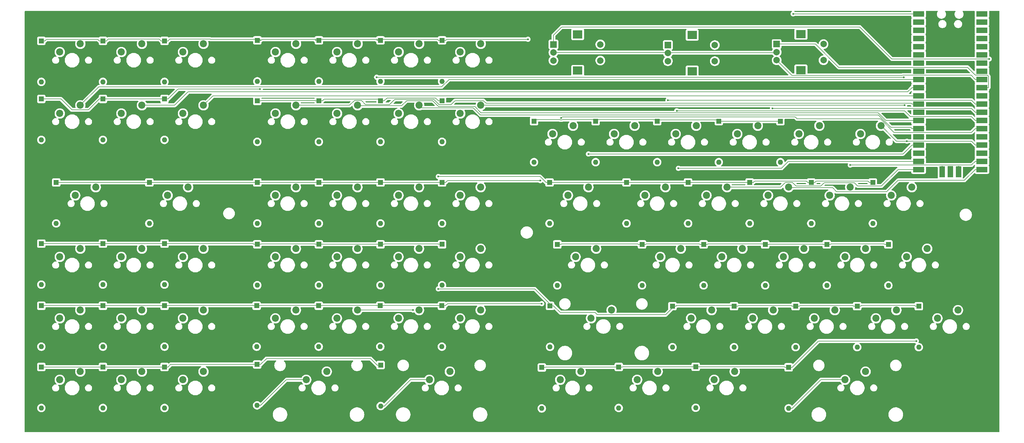
<source format=gbr>
%TF.GenerationSoftware,KiCad,Pcbnew,8.99.0-3334-g98ae574c78*%
%TF.CreationDate,2025-06-08T23:29:47-05:00*%
%TF.ProjectId,CircuitCyboard,43697263-7569-4744-9379-626f6172642e,1*%
%TF.SameCoordinates,Original*%
%TF.FileFunction,Copper,L1,Top*%
%TF.FilePolarity,Positive*%
%FSLAX46Y46*%
G04 Gerber Fmt 4.6, Leading zero omitted, Abs format (unit mm)*
G04 Created by KiCad (PCBNEW 8.99.0-3334-g98ae574c78) date 2025-06-08 23:29:47*
%MOMM*%
%LPD*%
G01*
G04 APERTURE LIST*
%TA.AperFunction,ComponentPad*%
%ADD10C,2.200000*%
%TD*%
%TA.AperFunction,ComponentPad*%
%ADD11R,2.000000X2.000000*%
%TD*%
%TA.AperFunction,ComponentPad*%
%ADD12C,2.000000*%
%TD*%
%TA.AperFunction,ComponentPad*%
%ADD13R,3.000000X2.500000*%
%TD*%
%TA.AperFunction,ComponentPad*%
%ADD14O,1.700000X1.700000*%
%TD*%
%TA.AperFunction,SMDPad,CuDef*%
%ADD15R,3.500000X1.700000*%
%TD*%
%TA.AperFunction,ComponentPad*%
%ADD16R,1.700000X1.700000*%
%TD*%
%TA.AperFunction,SMDPad,CuDef*%
%ADD17R,1.700000X3.500000*%
%TD*%
%TA.AperFunction,ComponentPad*%
%ADD18R,1.600000X1.600000*%
%TD*%
%TA.AperFunction,ComponentPad*%
%ADD19O,1.600000X1.600000*%
%TD*%
%TA.AperFunction,ViaPad*%
%ADD20C,0.600000*%
%TD*%
%TA.AperFunction,Conductor*%
%ADD21C,0.200000*%
%TD*%
G04 APERTURE END LIST*
D10*
%TO.P,SW13,1,1*%
%TO.N,DCol1*%
X69160000Y-119570000D03*
%TO.P,SW13,2,2*%
%TO.N,Net-(D13-A)*%
X62810000Y-122110000D03*
%TD*%
%TO.P,SW20,1,1*%
%TO.N,DCol5*%
X154930000Y-37022500D03*
%TO.P,SW20,2,2*%
%TO.N,Net-(D20-A)*%
X148580000Y-39562500D03*
%TD*%
%TO.P,SW45,1,1*%
%TO.N,DCol7*%
X207276500Y-81467500D03*
%TO.P,SW45,2,2*%
%TO.N,Net-(D45-A)*%
X200926500Y-84007500D03*
%TD*%
%TO.P,SW61,1,1*%
%TO.N,DCol11*%
X302526000Y-119567500D03*
%TO.P,SW61,2,2*%
%TO.N,Net-(D61-A)*%
X296176000Y-122107500D03*
%TD*%
%TO.P,SW36,1,1*%
%TO.N,DCol5*%
X154885000Y-119567500D03*
%TO.P,SW36,2,2*%
%TO.N,Net-(D36-A)*%
X148535000Y-122107500D03*
%TD*%
D11*
%TO.P,SW68,A,A*%
%TO.N,E1A*%
X196450000Y-37200000D03*
D12*
%TO.P,SW68,B,B*%
%TO.N,E1B*%
X196450000Y-42200000D03*
%TO.P,SW68,C,C*%
%TO.N,GND*%
X196450000Y-39700000D03*
D13*
%TO.P,SW68,MP*%
%TO.N,N/C*%
X203950000Y-34100000D03*
X203950000Y-45300000D03*
D12*
%TO.P,SW68,S1,S1*%
%TO.N,unconnected-(SW68-PadS1)*%
X210950000Y-37200000D03*
%TO.P,SW68,S2,S2*%
%TO.N,unconnected-(SW68-PadS2)*%
X210950000Y-42200000D03*
%TD*%
D10*
%TO.P,SW26,1,1*%
%TO.N,DCol3*%
X116785000Y-81467500D03*
%TO.P,SW26,2,2*%
%TO.N,Net-(D26-A)*%
X110435000Y-84007500D03*
%TD*%
%TO.P,SW7,1,1*%
%TO.N,DCol0*%
X54872500Y-81470000D03*
%TO.P,SW7,2,2*%
%TO.N,Net-(D7-A)*%
X48522500Y-84010000D03*
%TD*%
D11*
%TO.P,SW70,A,A*%
%TO.N,E3A*%
X265500000Y-37100000D03*
D12*
%TO.P,SW70,B,B*%
%TO.N,E3B*%
X265500000Y-42100000D03*
%TO.P,SW70,C,C*%
%TO.N,GND*%
X265500000Y-39600000D03*
D13*
%TO.P,SW70,MP*%
%TO.N,N/C*%
X273000000Y-34000000D03*
X273000000Y-45200000D03*
D12*
%TO.P,SW70,S1,S1*%
%TO.N,unconnected-(SW70-PadS1)*%
X280000000Y-37100000D03*
%TO.P,SW70,S2,S2*%
%TO.N,unconnected-(SW70-PadS2)*%
X280000000Y-42100000D03*
%TD*%
D10*
%TO.P,SW9,1,1*%
%TO.N,DCol0*%
X50110000Y-100520000D03*
%TO.P,SW9,2,2*%
%TO.N,Net-(D9-A)*%
X43760000Y-103060000D03*
%TD*%
%TO.P,SW11,1,1*%
%TO.N,DCol2*%
X88210000Y-100520000D03*
%TO.P,SW11,2,2*%
%TO.N,Net-(D11-A)*%
X81860000Y-103060000D03*
%TD*%
%TO.P,SW63,1,1*%
%TO.N,DCol7*%
X204895300Y-138617500D03*
%TO.P,SW63,2,2*%
%TO.N,Net-(D63-A)*%
X198545300Y-141157500D03*
%TD*%
%TO.P,SW22,1,1*%
%TO.N,DCol3*%
X116830000Y-56072500D03*
%TO.P,SW22,2,2*%
%TO.N,Net-(D22-A)*%
X110480000Y-58612500D03*
%TD*%
%TO.P,SW56,1,1*%
%TO.N,DCol12*%
X312052000Y-100517500D03*
%TO.P,SW56,2,2*%
%TO.N,Net-(D56-A)*%
X305702000Y-103057500D03*
%TD*%
%TO.P,SW29,1,1*%
%TO.N,DCol6*%
X173935000Y-81467500D03*
%TO.P,SW29,2,2*%
%TO.N,Net-(D29-A)*%
X167585000Y-84007500D03*
%TD*%
%TO.P,SW37,1,1*%
%TO.N,DCol6*%
X173935000Y-119567500D03*
%TO.P,SW37,2,2*%
%TO.N,Net-(D37-A)*%
X167585000Y-122107500D03*
%TD*%
%TO.P,SW21,1,1*%
%TO.N,DCol6*%
X173980000Y-37022500D03*
%TO.P,SW21,2,2*%
%TO.N,Net-(D21-A)*%
X167630000Y-39562500D03*
%TD*%
%TO.P,SW43,1,1*%
%TO.N,DCol11*%
X278714000Y-62417500D03*
%TO.P,SW43,2,2*%
%TO.N,Net-(D43-A)*%
X272364000Y-64957500D03*
%TD*%
%TO.P,SW17,1,1*%
%TO.N,DCol2*%
X88210000Y-138620000D03*
%TO.P,SW17,2,2*%
%TO.N,Net-(D17-A)*%
X81860000Y-141160000D03*
%TD*%
%TO.P,SW39,1,1*%
%TO.N,DCol4*%
X164420000Y-138620000D03*
%TO.P,SW39,2,2*%
%TO.N,Net-(D39-A)*%
X158070000Y-141160000D03*
%TD*%
%TO.P,SW59,1,1*%
%TO.N,DCol9*%
X264426000Y-119567500D03*
%TO.P,SW59,2,2*%
%TO.N,Net-(D59-A)*%
X258076000Y-122107500D03*
%TD*%
%TO.P,SW54,1,1*%
%TO.N,DCol10*%
X273952000Y-100517500D03*
%TO.P,SW54,2,2*%
%TO.N,Net-(D54-A)*%
X267602000Y-103057500D03*
%TD*%
%TO.P,SW49,1,1*%
%TO.N,DCol11*%
X288239000Y-81467500D03*
%TO.P,SW49,2,2*%
%TO.N,Net-(D49-A)*%
X281889000Y-84007500D03*
%TD*%
%TO.P,SW2,1,1*%
%TO.N,DCol1*%
X69160000Y-37020000D03*
%TO.P,SW2,2,2*%
%TO.N,Net-(D2-A)*%
X62810000Y-39560000D03*
%TD*%
%TO.P,SW32,1,1*%
%TO.N,DCol5*%
X154885000Y-100517500D03*
%TO.P,SW32,2,2*%
%TO.N,Net-(D32-A)*%
X148535000Y-103057500D03*
%TD*%
%TO.P,SW25,1,1*%
%TO.N,DCol6*%
X173980000Y-56072500D03*
%TO.P,SW25,2,2*%
%TO.N,Net-(D25-A)*%
X167630000Y-58612500D03*
%TD*%
%TO.P,SW58,1,1*%
%TO.N,DCol8*%
X245376000Y-119567500D03*
%TO.P,SW58,2,2*%
%TO.N,Net-(D58-A)*%
X239026000Y-122107500D03*
%TD*%
%TO.P,SW55,1,1*%
%TO.N,DCol11*%
X293002000Y-100517500D03*
%TO.P,SW55,2,2*%
%TO.N,Net-(D55-A)*%
X286652000Y-103057500D03*
%TD*%
%TO.P,SW33,1,1*%
%TO.N,DCol6*%
X173935000Y-100517500D03*
%TO.P,SW33,2,2*%
%TO.N,Net-(D33-A)*%
X167585000Y-103057500D03*
%TD*%
%TO.P,SW44,1,1*%
%TO.N,DCol12*%
X297764000Y-62417500D03*
%TO.P,SW44,2,2*%
%TO.N,Net-(D44-A)*%
X291414000Y-64957500D03*
%TD*%
%TO.P,SW42,1,1*%
%TO.N,DCol10*%
X259664000Y-62417500D03*
%TO.P,SW42,2,2*%
%TO.N,Net-(D42-A)*%
X253314000Y-64957500D03*
%TD*%
%TO.P,SW18,1,1*%
%TO.N,DCol3*%
X116830000Y-37022500D03*
%TO.P,SW18,2,2*%
%TO.N,Net-(D18-A)*%
X110480000Y-39562500D03*
%TD*%
%TO.P,SW24,1,1*%
%TO.N,DCol5*%
X154930000Y-56072500D03*
%TO.P,SW24,2,2*%
%TO.N,Net-(D24-A)*%
X148580000Y-58612500D03*
%TD*%
%TO.P,SW30,1,1*%
%TO.N,DCol3*%
X116785000Y-100517500D03*
%TO.P,SW30,2,2*%
%TO.N,Net-(D30-A)*%
X110435000Y-103057500D03*
%TD*%
%TO.P,SW47,1,1*%
%TO.N,DCol9*%
X250139000Y-81467500D03*
%TO.P,SW47,2,2*%
%TO.N,Net-(D47-A)*%
X243789000Y-84007500D03*
%TD*%
%TO.P,SW1,1,1*%
%TO.N,DCol0*%
X50110000Y-37020000D03*
%TO.P,SW1,2,2*%
%TO.N,Net-(D1-A)*%
X43760000Y-39560000D03*
%TD*%
%TO.P,SW19,1,1*%
%TO.N,DCol4*%
X135880000Y-37022500D03*
%TO.P,SW19,2,2*%
%TO.N,Net-(D19-A)*%
X129530000Y-39562500D03*
%TD*%
%TO.P,SW66,1,1*%
%TO.N,DCol10*%
X292985400Y-138617500D03*
%TO.P,SW66,2,2*%
%TO.N,Net-(D66-A)*%
X286635400Y-141157500D03*
%TD*%
%TO.P,SW3,1,1*%
%TO.N,DCol2*%
X88210000Y-37020000D03*
%TO.P,SW3,2,2*%
%TO.N,Net-(D3-A)*%
X81860000Y-39560000D03*
%TD*%
%TO.P,SW52,1,1*%
%TO.N,DCol8*%
X235852000Y-100517500D03*
%TO.P,SW52,2,2*%
%TO.N,Net-(D52-A)*%
X229502000Y-103057500D03*
%TD*%
%TO.P,SW14,1,1*%
%TO.N,DCol2*%
X88210000Y-119570000D03*
%TO.P,SW14,2,2*%
%TO.N,Net-(D14-A)*%
X81860000Y-122110000D03*
%TD*%
%TO.P,SW53,1,1*%
%TO.N,DCol9*%
X254902000Y-100517500D03*
%TO.P,SW53,2,2*%
%TO.N,Net-(D53-A)*%
X248552000Y-103057500D03*
%TD*%
%TO.P,SW8,1,1*%
%TO.N,DCol1*%
X83447500Y-81470000D03*
%TO.P,SW8,2,2*%
%TO.N,Net-(D8-A)*%
X77097500Y-84010000D03*
%TD*%
%TO.P,SW57,1,1*%
%TO.N,DCol7*%
X214440000Y-119562500D03*
%TO.P,SW57,2,2*%
%TO.N,Net-(D57-A)*%
X208090000Y-122102500D03*
%TD*%
%TO.P,SW16,1,1*%
%TO.N,DCol1*%
X69160000Y-138620000D03*
%TO.P,SW16,2,2*%
%TO.N,Net-(D16-A)*%
X62810000Y-141160000D03*
%TD*%
%TO.P,SW6,1,1*%
%TO.N,DCol2*%
X88210000Y-56070000D03*
%TO.P,SW6,2,2*%
%TO.N,Net-(D6-A)*%
X81860000Y-58610000D03*
%TD*%
%TO.P,SW65,1,1*%
%TO.N,DCol9*%
X252519300Y-138617500D03*
%TO.P,SW65,2,2*%
%TO.N,Net-(D65-A)*%
X246169300Y-141157500D03*
%TD*%
%TO.P,SW48,1,1*%
%TO.N,DCol10*%
X269189000Y-81467500D03*
%TO.P,SW48,2,2*%
%TO.N,Net-(D48-A)*%
X262839000Y-84007500D03*
%TD*%
%TO.P,SW64,1,1*%
%TO.N,DCol8*%
X228707300Y-138617500D03*
%TO.P,SW64,2,2*%
%TO.N,Net-(D64-A)*%
X222357300Y-141157500D03*
%TD*%
%TO.P,SW41,1,1*%
%TO.N,DCol9*%
X240614000Y-62417500D03*
%TO.P,SW41,2,2*%
%TO.N,Net-(D41-A)*%
X234264000Y-64957500D03*
%TD*%
%TO.P,SW4,1,1*%
%TO.N,DCol0*%
X50110000Y-56070000D03*
%TO.P,SW4,2,2*%
%TO.N,Net-(D4-A)*%
X43760000Y-58610000D03*
%TD*%
%TO.P,SW10,1,1*%
%TO.N,DCol1*%
X69160000Y-100520000D03*
%TO.P,SW10,2,2*%
%TO.N,Net-(D10-A)*%
X62810000Y-103060000D03*
%TD*%
%TO.P,SW60,1,1*%
%TO.N,DCol10*%
X283476000Y-119567500D03*
%TO.P,SW60,2,2*%
%TO.N,Net-(D60-A)*%
X277126000Y-122107500D03*
%TD*%
D11*
%TO.P,SW69,A,A*%
%TO.N,E2A*%
X231850000Y-37400000D03*
D12*
%TO.P,SW69,B,B*%
%TO.N,E2B*%
X231850000Y-42400000D03*
%TO.P,SW69,C,C*%
%TO.N,GND*%
X231850000Y-39900000D03*
D13*
%TO.P,SW69,MP*%
%TO.N,N/C*%
X239350000Y-34300000D03*
X239350000Y-45500000D03*
D12*
%TO.P,SW69,S1,S1*%
%TO.N,unconnected-(SW69-PadS1)*%
X246350000Y-37400000D03*
%TO.P,SW69,S2,S2*%
%TO.N,unconnected-(SW69-PadS2)*%
X246350000Y-42400000D03*
%TD*%
D10*
%TO.P,SW67,1,1*%
%TO.N,DCol7*%
X202514000Y-62417500D03*
%TO.P,SW67,2,2*%
%TO.N,Net-(D67-A)*%
X196164000Y-64957500D03*
%TD*%
%TO.P,SW27,1,1*%
%TO.N,DCol4*%
X135835000Y-81467500D03*
%TO.P,SW27,2,2*%
%TO.N,Net-(D27-A)*%
X129485000Y-84007500D03*
%TD*%
%TO.P,SW35,1,1*%
%TO.N,DCol4*%
X135835000Y-119567500D03*
%TO.P,SW35,2,2*%
%TO.N,Net-(D35-A)*%
X129485000Y-122107500D03*
%TD*%
%TO.P,SW62,1,1*%
%TO.N,DCol12*%
X321576000Y-119567500D03*
%TO.P,SW62,2,2*%
%TO.N,Net-(D62-A)*%
X315226000Y-122107500D03*
%TD*%
%TO.P,SW5,1,1*%
%TO.N,DCol1*%
X69160000Y-56070000D03*
%TO.P,SW5,2,2*%
%TO.N,Net-(D5-A)*%
X62810000Y-58610000D03*
%TD*%
%TO.P,SW40,1,1*%
%TO.N,DCol8*%
X221564000Y-62417500D03*
%TO.P,SW40,2,2*%
%TO.N,Net-(D40-A)*%
X215214000Y-64957500D03*
%TD*%
%TO.P,SW34,1,1*%
%TO.N,DCol3*%
X116785000Y-119567500D03*
%TO.P,SW34,2,2*%
%TO.N,Net-(D34-A)*%
X110435000Y-122107500D03*
%TD*%
%TO.P,SW46,1,1*%
%TO.N,DCol8*%
X231089000Y-81467500D03*
%TO.P,SW46,2,2*%
%TO.N,Net-(D46-A)*%
X224739000Y-84007500D03*
%TD*%
%TO.P,SW23,1,1*%
%TO.N,DCol4*%
X135880000Y-56072500D03*
%TO.P,SW23,2,2*%
%TO.N,Net-(D23-A)*%
X129530000Y-58612500D03*
%TD*%
%TO.P,SW12,1,1*%
%TO.N,DCol0*%
X50110000Y-119570000D03*
%TO.P,SW12,2,2*%
%TO.N,Net-(D12-A)*%
X43760000Y-122110000D03*
%TD*%
%TO.P,SW15,1,1*%
%TO.N,DCol0*%
X50110000Y-138620000D03*
%TO.P,SW15,2,2*%
%TO.N,Net-(D15-A)*%
X43760000Y-141160000D03*
%TD*%
D14*
%TO.P,U1,1,GPIO0*%
%TO.N,DRow0*%
X310300000Y-27720000D03*
D15*
X309400000Y-27720000D03*
D14*
%TO.P,U1,2,GPIO1*%
%TO.N,DRow1*%
X310300000Y-30260000D03*
D15*
X309400000Y-30260000D03*
D16*
%TO.P,U1,3,GND*%
%TO.N,unconnected-(U1-GND-Pad3)*%
X310300000Y-32800000D03*
D15*
X309400000Y-32800000D03*
D14*
%TO.P,U1,4,GPIO2*%
%TO.N,DRow2*%
X310300000Y-35340000D03*
D15*
X309400000Y-35340000D03*
D14*
%TO.P,U1,5,GPIO3*%
%TO.N,DRow3*%
X310300000Y-37880000D03*
D15*
X309400000Y-37880000D03*
D14*
%TO.P,U1,6,GPIO4*%
%TO.N,DRow4*%
X310300000Y-40420000D03*
D15*
X309400000Y-40420000D03*
D14*
%TO.P,U1,7,GPIO5*%
%TO.N,DRow5*%
X310300000Y-42960000D03*
D15*
X309400000Y-42960000D03*
D16*
%TO.P,U1,8,GND*%
%TO.N,unconnected-(U1-GND-Pad8)*%
X310300000Y-45500000D03*
D15*
X309400000Y-45500000D03*
D14*
%TO.P,U1,9,GPIO6*%
%TO.N,DCol0*%
X310300000Y-48040000D03*
D15*
X309400000Y-48040000D03*
D14*
%TO.P,U1,10,GPIO7*%
%TO.N,DCol1*%
X310300000Y-50580000D03*
D15*
X309400000Y-50580000D03*
D14*
%TO.P,U1,11,GPIO8*%
%TO.N,DCol2*%
X310300000Y-53120000D03*
D15*
X309400000Y-53120000D03*
D14*
%TO.P,U1,12,GPIO9*%
%TO.N,DCol3*%
X310300000Y-55660000D03*
D15*
X309400000Y-55660000D03*
D16*
%TO.P,U1,13,GND*%
%TO.N,unconnected-(U1-GND-Pad13)*%
X310300000Y-58200000D03*
D15*
X309400000Y-58200000D03*
D14*
%TO.P,U1,14,GPIO10*%
%TO.N,DCol4*%
X310300000Y-60740000D03*
D15*
X309400000Y-60740000D03*
D14*
%TO.P,U1,15,GPIO11*%
%TO.N,DCol5*%
X310300000Y-63280000D03*
D15*
X309400000Y-63280000D03*
D14*
%TO.P,U1,16,GPIO12*%
%TO.N,DCol6*%
X310300000Y-65820000D03*
D15*
X309400000Y-65820000D03*
D14*
%TO.P,U1,17,GPIO13*%
%TO.N,DCol7*%
X310300000Y-68360000D03*
D15*
X309400000Y-68360000D03*
D16*
%TO.P,U1,18,GND*%
%TO.N,unconnected-(U1-GND-Pad18)*%
X310300000Y-70900000D03*
D15*
X309400000Y-70900000D03*
D14*
%TO.P,U1,19,GPIO14*%
%TO.N,DCol8*%
X310300000Y-73440000D03*
D15*
X309400000Y-73440000D03*
D14*
%TO.P,U1,20,GPIO15*%
%TO.N,DCol9*%
X310300000Y-75980000D03*
D15*
X309400000Y-75980000D03*
D14*
%TO.P,U1,21,GPIO16*%
%TO.N,DCol10*%
X328080000Y-75980000D03*
D15*
X328980000Y-75980000D03*
D14*
%TO.P,U1,22,GPIO17*%
%TO.N,DCol11*%
X328080000Y-73440000D03*
D15*
X328980000Y-73440000D03*
D16*
%TO.P,U1,23,GND*%
%TO.N,unconnected-(U1-GND-Pad23)*%
X328080000Y-70900000D03*
D15*
X328980000Y-70900000D03*
D14*
%TO.P,U1,24,GPIO18*%
%TO.N,DCol12*%
X328080000Y-68360000D03*
D15*
X328980000Y-68360000D03*
D14*
%TO.P,U1,25,GPIO19*%
%TO.N,E1A*%
X328080000Y-65820000D03*
D15*
X328980000Y-65820000D03*
D14*
%TO.P,U1,26,GPIO20*%
%TO.N,E1B*%
X328080000Y-63280000D03*
D15*
X328980000Y-63280000D03*
D14*
%TO.P,U1,27,GPIO21*%
%TO.N,E2A*%
X328080000Y-60740000D03*
D15*
X328980000Y-60740000D03*
D16*
%TO.P,U1,28,GND*%
%TO.N,GND*%
X328080000Y-58200000D03*
D15*
X328980000Y-58200000D03*
D14*
%TO.P,U1,29,GPIO22*%
%TO.N,E2B*%
X328080000Y-55660000D03*
D15*
X328980000Y-55660000D03*
D14*
%TO.P,U1,30,RUN*%
%TO.N,unconnected-(U1-RUN-Pad30)*%
X328080000Y-53120000D03*
D15*
X328980000Y-53120000D03*
D14*
%TO.P,U1,31,GPIO26_ADC0*%
%TO.N,E3A*%
X328080000Y-50580000D03*
D15*
X328980000Y-50580000D03*
D14*
%TO.P,U1,32,GPIO27_ADC1*%
%TO.N,E3B*%
X328080000Y-48040000D03*
D15*
X328980000Y-48040000D03*
D16*
%TO.P,U1,33,AGND*%
%TO.N,unconnected-(U1-AGND-Pad33)*%
X328080000Y-45500000D03*
D15*
X328980000Y-45500000D03*
D14*
%TO.P,U1,34,GPIO28_ADC2*%
%TO.N,unconnected-(U1-GPIO28_ADC2-Pad34)*%
X328080000Y-42960000D03*
D15*
X328980000Y-42960000D03*
D14*
%TO.P,U1,35,ADC_VREF*%
%TO.N,unconnected-(U1-ADC_VREF-Pad35)*%
X328080000Y-40420000D03*
D15*
X328980000Y-40420000D03*
D14*
%TO.P,U1,36,3V3*%
%TO.N,unconnected-(U1-3V3-Pad36)*%
X328080000Y-37880000D03*
D15*
X328980000Y-37880000D03*
D14*
%TO.P,U1,37,3V3_EN*%
%TO.N,unconnected-(U1-3V3_EN-Pad37)*%
X328080000Y-35340000D03*
D15*
X328980000Y-35340000D03*
D16*
%TO.P,U1,38,GND*%
%TO.N,unconnected-(U1-GND-Pad38)*%
X328080000Y-32800000D03*
D15*
X328980000Y-32800000D03*
D14*
%TO.P,U1,39,VSYS*%
%TO.N,unconnected-(U1-VSYS-Pad39)*%
X328080000Y-30260000D03*
D15*
X328980000Y-30260000D03*
D14*
%TO.P,U1,40,VBUS*%
%TO.N,unconnected-(U1-VBUS-Pad40)*%
X328080000Y-27720000D03*
D15*
X328980000Y-27720000D03*
D14*
%TO.P,U1,41,SWCLK*%
%TO.N,unconnected-(U1-SWCLK-Pad41)*%
X316650000Y-75750000D03*
D17*
X316650000Y-76650000D03*
D16*
%TO.P,U1,42,GND*%
%TO.N,unconnected-(U1-GND-Pad42)*%
X319190000Y-75750000D03*
D17*
X319190000Y-76650000D03*
D14*
%TO.P,U1,43,SWDIO*%
%TO.N,unconnected-(U1-SWDIO-Pad43)*%
X321730000Y-75750000D03*
D17*
X321730000Y-76650000D03*
%TD*%
D10*
%TO.P,SW50,1,1*%
%TO.N,DCol12*%
X307289000Y-81467500D03*
%TO.P,SW50,2,2*%
%TO.N,Net-(D50-A)*%
X300939000Y-84007500D03*
%TD*%
%TO.P,SW51,1,1*%
%TO.N,DCol7*%
X209658000Y-100517500D03*
%TO.P,SW51,2,2*%
%TO.N,Net-(D51-A)*%
X203308000Y-103057500D03*
%TD*%
%TO.P,SW38,1,1*%
%TO.N,DCol3*%
X126340000Y-138620000D03*
%TO.P,SW38,2,2*%
%TO.N,Net-(D38-A)*%
X119990000Y-141160000D03*
%TD*%
%TO.P,SW28,1,1*%
%TO.N,DCol5*%
X154885000Y-81467500D03*
%TO.P,SW28,2,2*%
%TO.N,Net-(D28-A)*%
X148535000Y-84007500D03*
%TD*%
%TO.P,SW31,1,1*%
%TO.N,DCol4*%
X135835000Y-100517500D03*
%TO.P,SW31,2,2*%
%TO.N,Net-(D31-A)*%
X129485000Y-103057500D03*
%TD*%
D18*
%TO.P,D13,1,K*%
%TO.N,DRow4*%
X57100000Y-118200000D03*
D19*
%TO.P,D13,2,A*%
%TO.N,Net-(D13-A)*%
X57100000Y-130900000D03*
%TD*%
D18*
%TO.P,D3,1,K*%
%TO.N,DRow0*%
X76150000Y-36100000D03*
D19*
%TO.P,D3,2,A*%
%TO.N,Net-(D3-A)*%
X76150000Y-48800000D03*
%TD*%
D18*
%TO.P,D31,1,K*%
%TO.N,DRow3*%
X123900000Y-99150000D03*
D19*
%TO.P,D31,2,A*%
%TO.N,Net-(D31-A)*%
X123900000Y-111850000D03*
%TD*%
D18*
%TO.P,D7,1,K*%
%TO.N,DRow2*%
X42650000Y-80000000D03*
D19*
%TO.P,D7,2,A*%
%TO.N,Net-(D7-A)*%
X42650000Y-92700000D03*
%TD*%
D18*
%TO.P,D52,1,K*%
%TO.N,DRow2*%
X223850000Y-99200000D03*
D19*
%TO.P,D52,2,A*%
%TO.N,Net-(D52-A)*%
X223850000Y-111900000D03*
%TD*%
D18*
%TO.P,D8,1,K*%
%TO.N,DRow2*%
X71450000Y-80000000D03*
D19*
%TO.P,D8,2,A*%
%TO.N,Net-(D8-A)*%
X71450000Y-92700000D03*
%TD*%
D18*
%TO.P,D15,1,K*%
%TO.N,DRow5*%
X38050000Y-137200000D03*
D19*
%TO.P,D15,2,A*%
%TO.N,Net-(D15-A)*%
X38050000Y-149900000D03*
%TD*%
D18*
%TO.P,D64,1,K*%
%TO.N,DRow4*%
X216650000Y-137200000D03*
D19*
%TO.P,D64,2,A*%
%TO.N,Net-(D64-A)*%
X216650000Y-149900000D03*
%TD*%
D18*
%TO.P,D51,1,K*%
%TO.N,DRow2*%
X197650000Y-99200000D03*
D19*
%TO.P,D51,2,A*%
%TO.N,Net-(D51-A)*%
X197650000Y-111900000D03*
%TD*%
D18*
%TO.P,D57,1,K*%
%TO.N,DRow3*%
X195400000Y-118250000D03*
D19*
%TO.P,D57,2,A*%
%TO.N,Net-(D57-A)*%
X195400000Y-130950000D03*
%TD*%
D18*
%TO.P,D56,1,K*%
%TO.N,DRow2*%
X300050000Y-99200000D03*
D19*
%TO.P,D56,2,A*%
%TO.N,Net-(D56-A)*%
X300050000Y-111900000D03*
%TD*%
D18*
%TO.P,D58,1,K*%
%TO.N,DRow3*%
X233250000Y-118350000D03*
D19*
%TO.P,D58,2,A*%
%TO.N,Net-(D58-A)*%
X233250000Y-131050000D03*
%TD*%
D18*
%TO.P,D45,1,K*%
%TO.N,DRow1*%
X195250000Y-80000000D03*
D19*
%TO.P,D45,2,A*%
%TO.N,Net-(D45-A)*%
X195250000Y-92700000D03*
%TD*%
D18*
%TO.P,D10,1,K*%
%TO.N,DRow3*%
X57100000Y-98950000D03*
D19*
%TO.P,D10,2,A*%
%TO.N,Net-(D10-A)*%
X57100000Y-111650000D03*
%TD*%
D18*
%TO.P,D34,1,K*%
%TO.N,DRow4*%
X104650000Y-118200000D03*
D19*
%TO.P,D34,2,A*%
%TO.N,Net-(D34-A)*%
X104650000Y-130900000D03*
%TD*%
D18*
%TO.P,D16,1,K*%
%TO.N,DRow5*%
X57100000Y-137200000D03*
D19*
%TO.P,D16,2,A*%
%TO.N,Net-(D16-A)*%
X57100000Y-149900000D03*
%TD*%
D18*
%TO.P,D36,1,K*%
%TO.N,DRow4*%
X142900000Y-118200000D03*
D19*
%TO.P,D36,2,A*%
%TO.N,Net-(D36-A)*%
X142900000Y-130900000D03*
%TD*%
D18*
%TO.P,D22,1,K*%
%TO.N,DRow1*%
X104850000Y-54700000D03*
D19*
%TO.P,D22,2,A*%
%TO.N,Net-(D22-A)*%
X104850000Y-67400000D03*
%TD*%
D18*
%TO.P,D1,1,K*%
%TO.N,DRow0*%
X38050000Y-36100000D03*
D19*
%TO.P,D1,2,A*%
%TO.N,Net-(D1-A)*%
X38050000Y-48800000D03*
%TD*%
D18*
%TO.P,D61,1,K*%
%TO.N,DRow3*%
X290400000Y-118350000D03*
D19*
%TO.P,D61,2,A*%
%TO.N,Net-(D61-A)*%
X290400000Y-131050000D03*
%TD*%
D18*
%TO.P,D46,1,K*%
%TO.N,DRow1*%
X219050000Y-80000000D03*
D19*
%TO.P,D46,2,A*%
%TO.N,Net-(D46-A)*%
X219050000Y-92700000D03*
%TD*%
D18*
%TO.P,D30,1,K*%
%TO.N,DRow3*%
X104850000Y-99150000D03*
D19*
%TO.P,D30,2,A*%
%TO.N,Net-(D30-A)*%
X104850000Y-111850000D03*
%TD*%
D18*
%TO.P,D21,1,K*%
%TO.N,DRow0*%
X162000000Y-35950000D03*
D19*
%TO.P,D21,2,A*%
%TO.N,Net-(D21-A)*%
X162000000Y-48650000D03*
%TD*%
D18*
%TO.P,D11,1,K*%
%TO.N,DRow3*%
X76150000Y-98950000D03*
D19*
%TO.P,D11,2,A*%
%TO.N,Net-(D11-A)*%
X76150000Y-111650000D03*
%TD*%
D18*
%TO.P,D59,1,K*%
%TO.N,DRow3*%
X252300000Y-118350000D03*
D19*
%TO.P,D59,2,A*%
%TO.N,Net-(D59-A)*%
X252300000Y-131050000D03*
%TD*%
D18*
%TO.P,D26,1,K*%
%TO.N,DRow2*%
X104850000Y-80000000D03*
D19*
%TO.P,D26,2,A*%
%TO.N,Net-(D26-A)*%
X104850000Y-92700000D03*
%TD*%
D18*
%TO.P,D63,1,K*%
%TO.N,DRow4*%
X192850000Y-137350000D03*
D19*
%TO.P,D63,2,A*%
%TO.N,Net-(D63-A)*%
X192850000Y-150050000D03*
%TD*%
D18*
%TO.P,D38,1,K*%
%TO.N,DRow5*%
X104800000Y-136400000D03*
D19*
%TO.P,D38,2,A*%
%TO.N,Net-(D38-A)*%
X104800000Y-149100000D03*
%TD*%
D18*
%TO.P,D5,1,K*%
%TO.N,DRow1*%
X57100000Y-54100000D03*
D19*
%TO.P,D5,2,A*%
%TO.N,Net-(D5-A)*%
X57100000Y-66800000D03*
%TD*%
D18*
%TO.P,D55,1,K*%
%TO.N,DRow2*%
X281000000Y-99200000D03*
D19*
%TO.P,D55,2,A*%
%TO.N,Net-(D55-A)*%
X281000000Y-111900000D03*
%TD*%
D18*
%TO.P,D24,1,K*%
%TO.N,DRow1*%
X142950000Y-54700000D03*
D19*
%TO.P,D24,2,A*%
%TO.N,Net-(D24-A)*%
X142950000Y-67400000D03*
%TD*%
D18*
%TO.P,D60,1,K*%
%TO.N,DRow3*%
X271350000Y-118350000D03*
D19*
%TO.P,D60,2,A*%
%TO.N,Net-(D60-A)*%
X271350000Y-131050000D03*
%TD*%
D18*
%TO.P,D37,1,K*%
%TO.N,DRow4*%
X161950000Y-118200000D03*
D19*
%TO.P,D37,2,A*%
%TO.N,Net-(D37-A)*%
X161950000Y-130900000D03*
%TD*%
D18*
%TO.P,D2,1,K*%
%TO.N,DRow0*%
X57100000Y-36100000D03*
D19*
%TO.P,D2,2,A*%
%TO.N,Net-(D2-A)*%
X57100000Y-48800000D03*
%TD*%
D18*
%TO.P,D12,1,K*%
%TO.N,DRow4*%
X38050000Y-118200000D03*
D19*
%TO.P,D12,2,A*%
%TO.N,Net-(D12-A)*%
X38050000Y-130900000D03*
%TD*%
D18*
%TO.P,D14,1,K*%
%TO.N,DRow4*%
X76150000Y-118200000D03*
D19*
%TO.P,D14,2,A*%
%TO.N,Net-(D14-A)*%
X76150000Y-130900000D03*
%TD*%
D18*
%TO.P,D9,1,K*%
%TO.N,DRow3*%
X38050000Y-98950000D03*
D19*
%TO.P,D9,2,A*%
%TO.N,Net-(D9-A)*%
X38050000Y-111650000D03*
%TD*%
D18*
%TO.P,D33,1,K*%
%TO.N,DRow3*%
X162000000Y-99150000D03*
D19*
%TO.P,D33,2,A*%
%TO.N,Net-(D33-A)*%
X162000000Y-111850000D03*
%TD*%
D18*
%TO.P,D67,1,K*%
%TO.N,DRow0*%
X190450000Y-61000000D03*
D19*
%TO.P,D67,2,A*%
%TO.N,Net-(D67-A)*%
X190450000Y-73700000D03*
%TD*%
D18*
%TO.P,D29,1,K*%
%TO.N,DRow2*%
X162000000Y-80000000D03*
D19*
%TO.P,D29,2,A*%
%TO.N,Net-(D29-A)*%
X162000000Y-92700000D03*
%TD*%
D18*
%TO.P,D27,1,K*%
%TO.N,DRow2*%
X123900000Y-80000000D03*
D19*
%TO.P,D27,2,A*%
%TO.N,Net-(D27-A)*%
X123900000Y-92700000D03*
%TD*%
D18*
%TO.P,D40,1,K*%
%TO.N,DRow0*%
X209500000Y-61000000D03*
D19*
%TO.P,D40,2,A*%
%TO.N,Net-(D40-A)*%
X209500000Y-73700000D03*
%TD*%
D18*
%TO.P,D23,1,K*%
%TO.N,DRow1*%
X123900000Y-54700000D03*
D19*
%TO.P,D23,2,A*%
%TO.N,Net-(D23-A)*%
X123900000Y-67400000D03*
%TD*%
D18*
%TO.P,D41,1,K*%
%TO.N,DRow0*%
X228550000Y-61000000D03*
D19*
%TO.P,D41,2,A*%
%TO.N,Net-(D41-A)*%
X228550000Y-73700000D03*
%TD*%
D18*
%TO.P,D35,1,K*%
%TO.N,DRow4*%
X123850000Y-118200000D03*
D19*
%TO.P,D35,2,A*%
%TO.N,Net-(D35-A)*%
X123850000Y-130900000D03*
%TD*%
D18*
%TO.P,D20,1,K*%
%TO.N,DRow0*%
X142950000Y-35950000D03*
D19*
%TO.P,D20,2,A*%
%TO.N,Net-(D20-A)*%
X142950000Y-48650000D03*
%TD*%
D18*
%TO.P,D47,1,K*%
%TO.N,DRow1*%
X238100000Y-80000000D03*
D19*
%TO.P,D47,2,A*%
%TO.N,Net-(D47-A)*%
X238100000Y-92700000D03*
%TD*%
D18*
%TO.P,D39,1,K*%
%TO.N,DRow5*%
X143000000Y-136600000D03*
D19*
%TO.P,D39,2,A*%
%TO.N,Net-(D39-A)*%
X143000000Y-149300000D03*
%TD*%
D18*
%TO.P,D28,1,K*%
%TO.N,DRow2*%
X142950000Y-80000000D03*
D19*
%TO.P,D28,2,A*%
%TO.N,Net-(D28-A)*%
X142950000Y-92700000D03*
%TD*%
D18*
%TO.P,D66,1,K*%
%TO.N,DRow4*%
X269200000Y-137300000D03*
D19*
%TO.P,D66,2,A*%
%TO.N,Net-(D66-A)*%
X269200000Y-150000000D03*
%TD*%
D18*
%TO.P,D65,1,K*%
%TO.N,DRow4*%
X240450000Y-137150000D03*
D19*
%TO.P,D65,2,A*%
%TO.N,Net-(D65-A)*%
X240450000Y-149850000D03*
%TD*%
D18*
%TO.P,D42,1,K*%
%TO.N,DRow0*%
X247600000Y-61000000D03*
D19*
%TO.P,D42,2,A*%
%TO.N,Net-(D42-A)*%
X247600000Y-73700000D03*
%TD*%
D18*
%TO.P,D50,1,K*%
%TO.N,DRow1*%
X295250000Y-80000000D03*
D19*
%TO.P,D50,2,A*%
%TO.N,Net-(D50-A)*%
X295250000Y-92700000D03*
%TD*%
D18*
%TO.P,D18,1,K*%
%TO.N,DRow0*%
X104850000Y-35950000D03*
D19*
%TO.P,D18,2,A*%
%TO.N,Net-(D18-A)*%
X104850000Y-48650000D03*
%TD*%
D18*
%TO.P,D49,1,K*%
%TO.N,DRow1*%
X276200000Y-80000000D03*
D19*
%TO.P,D49,2,A*%
%TO.N,Net-(D49-A)*%
X276200000Y-92700000D03*
%TD*%
D18*
%TO.P,D53,1,K*%
%TO.N,DRow2*%
X242900000Y-99200000D03*
D19*
%TO.P,D53,2,A*%
%TO.N,Net-(D53-A)*%
X242900000Y-111900000D03*
%TD*%
D18*
%TO.P,D32,1,K*%
%TO.N,DRow3*%
X142950000Y-99150000D03*
D19*
%TO.P,D32,2,A*%
%TO.N,Net-(D32-A)*%
X142950000Y-111850000D03*
%TD*%
D18*
%TO.P,D25,1,K*%
%TO.N,DRow1*%
X162000000Y-54700000D03*
D19*
%TO.P,D25,2,A*%
%TO.N,Net-(D25-A)*%
X162000000Y-67400000D03*
%TD*%
D18*
%TO.P,D6,1,K*%
%TO.N,DRow1*%
X76150000Y-54100000D03*
D19*
%TO.P,D6,2,A*%
%TO.N,Net-(D6-A)*%
X76150000Y-66800000D03*
%TD*%
D18*
%TO.P,D17,1,K*%
%TO.N,DRow5*%
X76150000Y-137200000D03*
D19*
%TO.P,D17,2,A*%
%TO.N,Net-(D17-A)*%
X76150000Y-149900000D03*
%TD*%
D18*
%TO.P,D4,1,K*%
%TO.N,DRow1*%
X38050000Y-54100000D03*
D19*
%TO.P,D4,2,A*%
%TO.N,Net-(D4-A)*%
X38050000Y-66800000D03*
%TD*%
D18*
%TO.P,D62,1,K*%
%TO.N,DRow3*%
X309450000Y-118350000D03*
D19*
%TO.P,D62,2,A*%
%TO.N,Net-(D62-A)*%
X309450000Y-131050000D03*
%TD*%
D18*
%TO.P,D19,1,K*%
%TO.N,DRow0*%
X123900000Y-35950000D03*
D19*
%TO.P,D19,2,A*%
%TO.N,Net-(D19-A)*%
X123900000Y-48650000D03*
%TD*%
D18*
%TO.P,D48,1,K*%
%TO.N,DRow1*%
X257150000Y-80000000D03*
D19*
%TO.P,D48,2,A*%
%TO.N,Net-(D48-A)*%
X257150000Y-92700000D03*
%TD*%
D18*
%TO.P,D54,1,K*%
%TO.N,DRow2*%
X261950000Y-99200000D03*
D19*
%TO.P,D54,2,A*%
%TO.N,Net-(D54-A)*%
X261950000Y-111900000D03*
%TD*%
D18*
%TO.P,D43,1,K*%
%TO.N,DRow0*%
X266650000Y-61000000D03*
D19*
%TO.P,D43,2,A*%
%TO.N,Net-(D43-A)*%
X266650000Y-73700000D03*
%TD*%
D20*
%TO.N,DRow0*%
X270604300Y-27720000D03*
X188577800Y-35610500D03*
%TO.N,DRow1*%
X105732600Y-51055800D03*
X160855600Y-78159600D03*
%TO.N,DRow2*%
X192397000Y-79417100D03*
%TO.N,DRow3*%
X160841100Y-112997000D03*
%TO.N,DRow4*%
X192850000Y-117557100D03*
X308690100Y-129145500D03*
%TO.N,DRow5*%
X304798300Y-47364000D03*
X141760400Y-47364000D03*
%TO.N,DCol4*%
X152985600Y-119538900D03*
%TO.N,DCol6*%
X305060000Y-56072500D03*
%TO.N,DCol7*%
X207276500Y-71166100D03*
%TO.N,DCol8*%
X235108900Y-75621500D03*
%TO.N,DCol11*%
X288239000Y-74591700D03*
%TO.N,DCol12*%
X305770200Y-67208300D03*
%TO.N,E1A*%
X331243300Y-41726800D03*
%TO.N,E1B*%
X198836300Y-60005900D03*
%TO.N,GND*%
X264197600Y-57048300D03*
%TO.N,E2B*%
X231850000Y-54508300D03*
%TO.N,E2A*%
X234603600Y-57784400D03*
%TD*%
D21*
%TO.N,DRow0*%
X228950000Y-60600000D02*
X228550000Y-61000000D01*
X141848300Y-35950000D02*
X141848300Y-35620800D01*
X123900000Y-35950000D02*
X122798300Y-35950000D01*
X209000000Y-60500000D02*
X199192143Y-60500000D01*
X105621500Y-35619800D02*
X90389500Y-35619800D01*
X104850000Y-35950000D02*
X105951700Y-35950000D01*
X105951700Y-35950000D02*
X105621500Y-35619800D01*
X198480457Y-60500000D02*
X190950000Y-60500000D01*
X105951700Y-35950000D02*
X106280900Y-35620800D01*
X160569100Y-35620800D02*
X141848300Y-35620800D01*
X122798300Y-35950000D02*
X122798300Y-35620800D01*
X77794200Y-35557500D02*
X77251700Y-36100000D01*
X198587357Y-60606900D02*
X198480457Y-60500000D01*
X142399200Y-35950000D02*
X141848300Y-35950000D01*
X199085243Y-60606900D02*
X198587357Y-60606900D01*
X228550000Y-61000000D02*
X228050000Y-60500000D01*
X141848300Y-35620800D02*
X122798300Y-35620800D01*
X76150000Y-36100000D02*
X77251700Y-36100000D01*
X160898300Y-35950000D02*
X160569100Y-35620800D01*
X57100000Y-36100000D02*
X55998300Y-36100000D01*
X210000000Y-60500000D02*
X209500000Y-61000000D01*
X57100000Y-36100000D02*
X58201700Y-36100000D01*
X74527900Y-35579600D02*
X75048300Y-36100000D01*
X190950000Y-60500000D02*
X190450000Y-61000000D01*
X106280900Y-35620800D02*
X122798300Y-35620800D01*
X266650000Y-61000000D02*
X247600000Y-61000000D01*
X199192143Y-60500000D02*
X199085243Y-60606900D01*
X55516600Y-35618300D02*
X55998300Y-36100000D01*
X90327200Y-35557500D02*
X77794200Y-35557500D01*
X90389500Y-35619800D02*
X90327200Y-35557500D01*
X58722100Y-35579600D02*
X74527900Y-35579600D01*
X58201700Y-36100000D02*
X58722100Y-35579600D01*
X163441200Y-35610500D02*
X163101700Y-35950000D01*
X162000000Y-35950000D02*
X160898300Y-35950000D01*
X38050000Y-36100000D02*
X39151700Y-36100000D01*
X39151700Y-36100000D02*
X39633400Y-35618300D01*
X188577800Y-35610500D02*
X163441200Y-35610500D01*
X76150000Y-36100000D02*
X75048300Y-36100000D01*
X247200000Y-60600000D02*
X228950000Y-60600000D01*
X228050000Y-60500000D02*
X210000000Y-60500000D01*
X162000000Y-35950000D02*
X163101700Y-35950000D01*
X247600000Y-61000000D02*
X247200000Y-60600000D01*
X310300000Y-27720000D02*
X270604300Y-27720000D01*
X209500000Y-61000000D02*
X209000000Y-60500000D01*
X142399200Y-35950000D02*
X142950000Y-35950000D01*
X39633400Y-35618300D02*
X55516600Y-35618300D01*
%TO.N,DRow1*%
X44126500Y-54100000D02*
X47512400Y-57485900D01*
X38050000Y-54100000D02*
X44126500Y-54100000D01*
X258653400Y-79598300D02*
X258251700Y-80000000D01*
X257150000Y-80000000D02*
X258251700Y-80000000D01*
X295250000Y-80000000D02*
X294148300Y-80000000D01*
X276200000Y-80000000D02*
X275098300Y-80000000D01*
X47512400Y-57485900D02*
X52612400Y-57485900D01*
X125495300Y-54206400D02*
X125001700Y-54700000D01*
X274696600Y-79598300D02*
X258653400Y-79598300D01*
X293746600Y-79598300D02*
X277703400Y-79598300D01*
X238100000Y-80000000D02*
X219050000Y-80000000D01*
X277703400Y-79598300D02*
X277301700Y-80000000D01*
X143500900Y-54700000D02*
X143007300Y-54206400D01*
X143500900Y-54700000D02*
X144051700Y-54700000D01*
X192307900Y-78159600D02*
X160855600Y-78159600D01*
X76150000Y-54100000D02*
X77251700Y-54100000D01*
X219050000Y-80000000D02*
X195250000Y-80000000D01*
X257150000Y-80000000D02*
X238100000Y-80000000D01*
X104850000Y-54700000D02*
X105951700Y-54700000D01*
X57100000Y-54100000D02*
X76150000Y-54100000D01*
X122706400Y-54608100D02*
X106043600Y-54608100D01*
X105732600Y-51055800D02*
X80295900Y-51055800D01*
X162000000Y-54700000D02*
X160898300Y-54700000D01*
X52612400Y-57485900D02*
X55998300Y-54100000D01*
X194148300Y-80000000D02*
X192307900Y-78159600D01*
X275098300Y-80000000D02*
X274696600Y-79598300D01*
X80295900Y-51055800D02*
X77251700Y-54100000D01*
X195250000Y-80000000D02*
X194148300Y-80000000D01*
X123900000Y-54700000D02*
X125001700Y-54700000D01*
X294148300Y-80000000D02*
X293746600Y-79598300D01*
X160898300Y-54700000D02*
X160002700Y-53804400D01*
X144947300Y-53804400D02*
X144051700Y-54700000D01*
X160002700Y-53804400D02*
X144947300Y-53804400D01*
X106043600Y-54608100D02*
X105951700Y-54700000D01*
X123900000Y-54700000D02*
X122798300Y-54700000D01*
X122798300Y-54700000D02*
X122706400Y-54608100D01*
X142950000Y-54700000D02*
X143500900Y-54700000D01*
X143007300Y-54206400D02*
X125495300Y-54206400D01*
X57100000Y-54100000D02*
X55998300Y-54100000D01*
X276200000Y-80000000D02*
X277301700Y-80000000D01*
%TO.N,DRow2*%
X105400900Y-80000000D02*
X104850000Y-80000000D01*
X262500900Y-99200000D02*
X262378200Y-99077300D01*
X281000000Y-99200000D02*
X282101700Y-99200000D01*
X282245300Y-99056400D02*
X282101700Y-99200000D01*
X192397000Y-79417100D02*
X163684600Y-79417100D01*
X198895900Y-99055800D02*
X222604100Y-99055800D01*
X300050000Y-99200000D02*
X298948300Y-99200000D01*
X162000000Y-80000000D02*
X163101700Y-80000000D01*
X142950000Y-80000000D02*
X162000000Y-80000000D01*
X163684600Y-79417100D02*
X163101700Y-80000000D01*
X225104000Y-99047700D02*
X224951700Y-99200000D01*
X42650000Y-80000000D02*
X43751700Y-80000000D01*
X105400900Y-80000000D02*
X105951700Y-80000000D01*
X71450000Y-80000000D02*
X43751700Y-80000000D01*
X281000000Y-99200000D02*
X279898300Y-99200000D01*
X222604100Y-99055800D02*
X222748300Y-99200000D01*
X279813900Y-99115600D02*
X279898300Y-99200000D01*
X123900000Y-80000000D02*
X105951700Y-80000000D01*
X298948300Y-99200000D02*
X298804700Y-99056400D01*
X262500900Y-99200000D02*
X263051700Y-99200000D01*
X261950000Y-99200000D02*
X262500900Y-99200000D01*
X263051700Y-99200000D02*
X263136100Y-99115600D01*
X197650000Y-99200000D02*
X198751700Y-99200000D01*
X142950000Y-80000000D02*
X123900000Y-80000000D01*
X263136100Y-99115600D02*
X279813900Y-99115600D01*
X241798300Y-99200000D02*
X241646000Y-99047700D01*
X241646000Y-99047700D02*
X225104000Y-99047700D01*
X244124400Y-99077300D02*
X244001700Y-99200000D01*
X298804700Y-99056400D02*
X282245300Y-99056400D01*
X242900000Y-99200000D02*
X241798300Y-99200000D01*
X242900000Y-99200000D02*
X244001700Y-99200000D01*
X198751700Y-99200000D02*
X198895900Y-99055800D01*
X262378200Y-99077300D02*
X244124400Y-99077300D01*
X104850000Y-80000000D02*
X71450000Y-80000000D01*
X223850000Y-99200000D02*
X222748300Y-99200000D01*
X223850000Y-99200000D02*
X224951700Y-99200000D01*
%TO.N,DRow3*%
X105951700Y-99150000D02*
X106032700Y-99069000D01*
X190697900Y-112997000D02*
X160841100Y-112997000D01*
X195950900Y-118250000D02*
X196501700Y-118250000D01*
X104850000Y-99150000D02*
X105951700Y-99150000D01*
X234570900Y-118130800D02*
X234351700Y-118350000D01*
X76150000Y-98950000D02*
X103548300Y-98950000D01*
X233800900Y-118350000D02*
X231138900Y-121012000D01*
X231138900Y-121012000D02*
X210038800Y-121012000D01*
X233800900Y-118350000D02*
X234351700Y-118350000D01*
X290400000Y-118350000D02*
X291501700Y-118350000D01*
X38050000Y-98950000D02*
X57100000Y-98950000D01*
X141797300Y-99099000D02*
X125052700Y-99099000D01*
X252850900Y-118350000D02*
X252631700Y-118130800D01*
X309450000Y-118350000D02*
X308348300Y-118350000D01*
X308129100Y-118130800D02*
X291720900Y-118130800D01*
X252300000Y-118350000D02*
X252850900Y-118350000D01*
X210038800Y-121012000D02*
X209359300Y-120332500D01*
X141848300Y-99150000D02*
X141797300Y-99099000D01*
X122717300Y-99069000D02*
X122798300Y-99150000D01*
X142950000Y-99150000D02*
X144051700Y-99150000D01*
X233250000Y-118350000D02*
X233800900Y-118350000D01*
X144135400Y-99066300D02*
X160814600Y-99066300D01*
X291720900Y-118130800D02*
X291501700Y-118350000D01*
X106032700Y-99069000D02*
X122717300Y-99069000D01*
X272652200Y-118149500D02*
X289097800Y-118149500D01*
X160814600Y-99066300D02*
X160898300Y-99150000D01*
X272451700Y-118350000D02*
X272652200Y-118149500D01*
X270047800Y-118149500D02*
X270248300Y-118350000D01*
X271350000Y-118350000D02*
X272451700Y-118350000D01*
X142950000Y-99150000D02*
X141848300Y-99150000D01*
X195400000Y-118250000D02*
X195950900Y-118250000D01*
X57100000Y-98950000D02*
X76150000Y-98950000D01*
X125052700Y-99099000D02*
X125001700Y-99150000D01*
X123900000Y-99150000D02*
X125001700Y-99150000D01*
X144051700Y-99150000D02*
X144135400Y-99066300D01*
X198584200Y-120332500D02*
X196501700Y-118250000D01*
X253602200Y-118149500D02*
X270047800Y-118149500D01*
X103548300Y-98950000D02*
X103748300Y-99150000D01*
X308348300Y-118350000D02*
X308129100Y-118130800D01*
X252631700Y-118130800D02*
X234570900Y-118130800D01*
X271350000Y-118350000D02*
X270248300Y-118350000D01*
X289097800Y-118149500D02*
X289298300Y-118350000D01*
X123900000Y-99150000D02*
X122798300Y-99150000D01*
X104850000Y-99150000D02*
X103748300Y-99150000D01*
X253401700Y-118350000D02*
X253602200Y-118149500D01*
X290400000Y-118350000D02*
X289298300Y-118350000D01*
X252850900Y-118350000D02*
X253401700Y-118350000D01*
X209359300Y-120332500D02*
X198584200Y-120332500D01*
X195950900Y-118250000D02*
X190697900Y-112997000D01*
X162000000Y-99150000D02*
X160898300Y-99150000D01*
%TO.N,DRow4*%
X268649200Y-137300000D02*
X268098300Y-137300000D01*
X144091200Y-118110500D02*
X144001700Y-118200000D01*
X103463200Y-118114900D02*
X103548300Y-118200000D01*
X104650000Y-118200000D02*
X105751700Y-118200000D01*
X268649200Y-137300000D02*
X269200000Y-137300000D01*
X55913000Y-118114700D02*
X55998300Y-118200000D01*
X268098300Y-137300000D02*
X267948300Y-137150000D01*
X124313300Y-118112400D02*
X105839300Y-118112400D01*
X192850000Y-137350000D02*
X193951700Y-137350000D01*
X57100000Y-118200000D02*
X58201700Y-118200000D01*
X76150000Y-118200000D02*
X76700900Y-118200000D01*
X39151700Y-118200000D02*
X39237000Y-118114700D01*
X142900000Y-118200000D02*
X144001700Y-118200000D01*
X76700900Y-118200000D02*
X77251700Y-118200000D01*
X217801700Y-137150000D02*
X217751700Y-137200000D01*
X77336800Y-118114900D02*
X103463200Y-118114900D01*
X77251700Y-118200000D02*
X77336800Y-118114900D01*
X104650000Y-118200000D02*
X103548300Y-118200000D01*
X58259300Y-118142400D02*
X58201700Y-118200000D01*
X278456200Y-129145500D02*
X308690100Y-129145500D01*
X267948300Y-137150000D02*
X240450000Y-137150000D01*
X141716200Y-118117900D02*
X141798300Y-118200000D01*
X125033800Y-118117900D02*
X141716200Y-118117900D01*
X163051700Y-118200000D02*
X163694600Y-117557100D01*
X270301700Y-137300000D02*
X278456200Y-129145500D01*
X240450000Y-137150000D02*
X217801700Y-137150000D01*
X76643300Y-118142400D02*
X58259300Y-118142400D01*
X124400900Y-118200000D02*
X124951700Y-118200000D01*
X160758800Y-118110500D02*
X144091200Y-118110500D01*
X193951700Y-137350000D02*
X194101700Y-137200000D01*
X123850000Y-118200000D02*
X124400900Y-118200000D01*
X76700900Y-118200000D02*
X76643300Y-118142400D01*
X124951700Y-118200000D02*
X125033800Y-118117900D01*
X124400900Y-118200000D02*
X124313300Y-118112400D01*
X216650000Y-137200000D02*
X217751700Y-137200000D01*
X38050000Y-118200000D02*
X39151700Y-118200000D01*
X161950000Y-118200000D02*
X163051700Y-118200000D01*
X105839300Y-118112400D02*
X105751700Y-118200000D01*
X194101700Y-137200000D02*
X216650000Y-137200000D01*
X160848300Y-118200000D02*
X160758800Y-118110500D01*
X39237000Y-118114700D02*
X55913000Y-118114700D01*
X161950000Y-118200000D02*
X160848300Y-118200000D01*
X142900000Y-118200000D02*
X141798300Y-118200000D01*
X163694600Y-117557100D02*
X192850000Y-117557100D01*
X57100000Y-118200000D02*
X55998300Y-118200000D01*
X269200000Y-137300000D02*
X270301700Y-137300000D01*
%TO.N,DRow5*%
X141898300Y-136600000D02*
X139900400Y-134602100D01*
X76150000Y-137200000D02*
X77251700Y-137200000D01*
X78051700Y-136400000D02*
X77251700Y-137200000D01*
X57100000Y-137200000D02*
X38050000Y-137200000D01*
X107699600Y-134602100D02*
X105901700Y-136400000D01*
X143000000Y-136600000D02*
X141898300Y-136600000D01*
X105350900Y-136400000D02*
X105901700Y-136400000D01*
X76150000Y-137200000D02*
X57100000Y-137200000D01*
X104800000Y-136400000D02*
X78051700Y-136400000D01*
X141760400Y-47364000D02*
X304798300Y-47364000D01*
X139900400Y-134602100D02*
X107699600Y-134602100D01*
X105350900Y-136400000D02*
X104800000Y-136400000D01*
%TO.N,Net-(D38-A)*%
X105901700Y-149100000D02*
X113841700Y-141160000D01*
X113841700Y-141160000D02*
X119990000Y-141160000D01*
X104800000Y-149100000D02*
X105901700Y-149100000D01*
%TO.N,Net-(D39-A)*%
X144101700Y-149300000D02*
X152241700Y-141160000D01*
X143000000Y-149300000D02*
X144101700Y-149300000D01*
X152241700Y-141160000D02*
X158070000Y-141160000D01*
%TO.N,Net-(D66-A)*%
X269200000Y-150000000D02*
X270301700Y-150000000D01*
X279144200Y-141157500D02*
X286635400Y-141157500D01*
X270301700Y-150000000D02*
X279144200Y-141157500D01*
%TO.N,DCol0*%
X164168100Y-48040000D02*
X161828100Y-50380000D01*
X310300000Y-48040000D02*
X164168100Y-48040000D01*
X161828100Y-50380000D02*
X55800000Y-50380000D01*
X55800000Y-50380000D02*
X50110000Y-56070000D01*
%TO.N,DCol1*%
X306030400Y-51897900D02*
X307348300Y-50580000D01*
X79270900Y-56070000D02*
X83442900Y-51898000D01*
X83442900Y-51898000D02*
X306030400Y-51898000D01*
X69160000Y-56070000D02*
X79270900Y-56070000D01*
X310300000Y-50580000D02*
X307348300Y-50580000D01*
X306030400Y-51898000D02*
X306030400Y-51897900D01*
%TO.N,DCol2*%
X310300000Y-53120000D02*
X91160000Y-53120000D01*
X91160000Y-53120000D02*
X88210000Y-56070000D01*
%TO.N,DCol3*%
X147332400Y-54256100D02*
X145766100Y-55822400D01*
X134880000Y-54608100D02*
X133415600Y-56072500D01*
X175624400Y-55461200D02*
X174800900Y-54637700D01*
X174800900Y-54637700D02*
X165958500Y-54637700D01*
X307149500Y-55461200D02*
X175624400Y-55461200D01*
X133415600Y-56072500D02*
X116830000Y-56072500D01*
X161049900Y-55822400D02*
X159483600Y-54256100D01*
X159483600Y-54256100D02*
X147332400Y-54256100D01*
X165958500Y-54637700D02*
X164773800Y-55822400D01*
X137095100Y-54608100D02*
X134880000Y-54608100D01*
X145766100Y-55822400D02*
X138309400Y-55822400D01*
X310300000Y-55660000D02*
X307348300Y-55660000D01*
X164773800Y-55822400D02*
X161049900Y-55822400D01*
X307348300Y-55660000D02*
X307149500Y-55461200D01*
X138309400Y-55822400D02*
X137095100Y-54608100D01*
%TO.N,DCol4*%
X135880000Y-56072500D02*
X136046200Y-56238700D01*
X299217500Y-60740000D02*
X310300000Y-60740000D01*
X151043600Y-54657800D02*
X159117100Y-54657800D01*
X172124500Y-56474100D02*
X174036600Y-58386200D01*
X136046200Y-56238700D02*
X149462700Y-56238700D01*
X149462700Y-56238700D02*
X151043600Y-54657800D01*
X174036600Y-58386200D02*
X296863700Y-58386200D01*
X152985600Y-119538900D02*
X135863600Y-119538900D01*
X296863700Y-58386200D02*
X299217500Y-60740000D01*
X159117100Y-54657800D02*
X160933400Y-56474100D01*
X135863600Y-119538900D02*
X135835000Y-119567500D01*
X160933400Y-56474100D02*
X172124500Y-56474100D01*
%TO.N,DCol5*%
X171675500Y-56875900D02*
X173871112Y-59071512D01*
X307348300Y-63280000D02*
X310300000Y-63280000D01*
X306946600Y-62878300D02*
X307348300Y-63280000D01*
X300775300Y-62878300D02*
X306946600Y-62878300D01*
X155733400Y-56875900D02*
X171675500Y-56875900D01*
X296968512Y-59071512D02*
X300775300Y-62878300D01*
X173871112Y-59071512D02*
X296968512Y-59071512D01*
X154930000Y-56072500D02*
X155733400Y-56875900D01*
%TO.N,DCol6*%
X173980000Y-56072500D02*
X305060000Y-56072500D01*
%TO.N,DCol7*%
X307348300Y-68360000D02*
X304542200Y-71166100D01*
X304542200Y-71166100D02*
X207276500Y-71166100D01*
X310300000Y-68360000D02*
X307348300Y-68360000D01*
%TO.N,DCol8*%
X310300000Y-73440000D02*
X269140000Y-73440000D01*
X266958500Y-75621500D02*
X235108900Y-75621500D01*
X269140000Y-73440000D02*
X266958500Y-75621500D01*
%TO.N,DCol9*%
X289494800Y-80050000D02*
X280218100Y-80050000D01*
X280218100Y-80050000D02*
X279150800Y-81117300D01*
X310300000Y-75980000D02*
X303028200Y-75980000D01*
X279150800Y-81117300D02*
X271508600Y-81117300D01*
X268189000Y-80000000D02*
X266721500Y-81467500D01*
X297906500Y-81101700D02*
X290546500Y-81101700D01*
X290546500Y-81101700D02*
X289494800Y-80050000D01*
X270391300Y-80000000D02*
X268189000Y-80000000D01*
X266721500Y-81467500D02*
X250139000Y-81467500D01*
X303028200Y-75980000D02*
X297906500Y-81101700D01*
X271508600Y-81117300D02*
X270391300Y-80000000D01*
%TO.N,DCol10*%
X299534300Y-82872200D02*
X303080800Y-79325700D01*
X269355100Y-81633600D02*
X282784200Y-81633600D01*
X303080800Y-79325700D02*
X323582600Y-79325700D01*
X284022800Y-82872200D02*
X299534300Y-82872200D01*
X323582600Y-79325700D02*
X326928300Y-75980000D01*
X269189000Y-81467500D02*
X269355100Y-81633600D01*
X328080000Y-75980000D02*
X326928300Y-75980000D01*
X282784200Y-81633600D02*
X284022800Y-82872200D01*
%TO.N,DCol11*%
X325776600Y-74591700D02*
X288239000Y-74591700D01*
X326928300Y-73440000D02*
X325776600Y-74591700D01*
X328080000Y-73440000D02*
X326928300Y-73440000D01*
%TO.N,DCol12*%
X297764000Y-62417500D02*
X302554800Y-67208300D01*
X328080000Y-68360000D02*
X326928300Y-68360000D01*
X325776600Y-67208300D02*
X326928300Y-68360000D01*
X302554800Y-67208300D02*
X305770200Y-67208300D01*
X305770200Y-67208300D02*
X325776600Y-67208300D01*
%TO.N,E1A*%
X196450000Y-34350000D02*
X199000000Y-31800000D01*
X291206900Y-31800000D02*
X301133700Y-41726800D01*
X301133700Y-41726800D02*
X331243300Y-41726800D01*
X196450000Y-37200000D02*
X196450000Y-34350000D01*
X199000000Y-31800000D02*
X291206900Y-31800000D01*
%TO.N,E1B*%
X328080000Y-63280000D02*
X326928300Y-63280000D01*
X325725300Y-64483000D02*
X301812000Y-64483000D01*
X271213412Y-59668412D02*
X199173788Y-59668412D01*
X301812000Y-64483000D02*
X297629000Y-60300000D01*
X271845000Y-60300000D02*
X271213412Y-59668412D01*
X297629000Y-60300000D02*
X271845000Y-60300000D01*
X199173788Y-59668412D02*
X198836300Y-60005900D01*
X326928300Y-63280000D02*
X325725300Y-64483000D01*
%TO.N,GND*%
X231750000Y-39700000D02*
X231850000Y-39800000D01*
X231850000Y-39800000D02*
X231850000Y-39900000D01*
X265300000Y-39800000D02*
X265500000Y-39600000D01*
X328080000Y-58200000D02*
X326928300Y-58200000D01*
X231850000Y-39800000D02*
X265300000Y-39800000D01*
X326928300Y-58200000D02*
X325776600Y-57048300D01*
X325776600Y-57048300D02*
X264197600Y-57048300D01*
X196450000Y-39700000D02*
X231750000Y-39700000D01*
%TO.N,E2B*%
X326928300Y-55660000D02*
X325776600Y-54508300D01*
X328080000Y-55660000D02*
X326928300Y-55660000D01*
X325776600Y-54508300D02*
X231850000Y-54508300D01*
%TO.N,E2A*%
X328080000Y-60740000D02*
X326928300Y-60740000D01*
X326928300Y-60740000D02*
X325776600Y-59588300D01*
X306849300Y-59588300D02*
X305045400Y-57784400D01*
X305045400Y-57784400D02*
X234603600Y-57784400D01*
X325776600Y-59588300D02*
X306849300Y-59588300D01*
%TO.N,E3A*%
X277500000Y-37100000D02*
X265500000Y-37100000D01*
X326929800Y-46688300D02*
X324549100Y-44307600D01*
X330661200Y-46688300D02*
X326929800Y-46688300D01*
X331031700Y-47058800D02*
X330661200Y-46688300D01*
X284707600Y-44307600D02*
X277500000Y-37100000D01*
X324549100Y-44307600D02*
X284707600Y-44307600D01*
X328080000Y-50580000D02*
X331031700Y-50580000D01*
X331031700Y-50580000D02*
X331031700Y-47058800D01*
%TO.N,E3B*%
X270209200Y-46809200D02*
X265500000Y-42100000D01*
X304394200Y-46731700D02*
X304316700Y-46809200D01*
X304316700Y-46809200D02*
X270209200Y-46809200D01*
X326928300Y-48040000D02*
X325620000Y-46731700D01*
X328080000Y-48040000D02*
X326928300Y-48040000D01*
X325620000Y-46731700D02*
X304394200Y-46731700D01*
%TD*%
%TA.AperFunction,NonConductor*%
G36*
X307034176Y-26807657D02*
G01*
X307043147Y-26806368D01*
X307067174Y-26817340D01*
X307092522Y-26824779D01*
X307098458Y-26831627D01*
X307106703Y-26835393D01*
X307120984Y-26857615D01*
X307138286Y-26877576D01*
X307140576Y-26888101D01*
X307144477Y-26894171D01*
X307149500Y-26929106D01*
X307149500Y-26995500D01*
X307129815Y-27062539D01*
X307077011Y-27108294D01*
X307025500Y-27119500D01*
X271184066Y-27119500D01*
X271117027Y-27099815D01*
X271115175Y-27098602D01*
X271024699Y-27038148D01*
X270979894Y-26984536D01*
X270971187Y-26915211D01*
X271001341Y-26852184D01*
X271060784Y-26815464D01*
X271093569Y-26811046D01*
X307025482Y-26805106D01*
X307034176Y-26807657D01*
G37*
%TD.AperFunction*%
%TA.AperFunction,NonConductor*%
G36*
X326672522Y-26821543D02*
G01*
X326718286Y-26874340D01*
X326729500Y-26925870D01*
X326729500Y-28617870D01*
X326729501Y-28617876D01*
X326735908Y-28677483D01*
X326786202Y-28812328D01*
X326786203Y-28812330D01*
X326863578Y-28915689D01*
X326887995Y-28981153D01*
X326873144Y-29049426D01*
X326863578Y-29064311D01*
X326786203Y-29167669D01*
X326786202Y-29167671D01*
X326735908Y-29302517D01*
X326729501Y-29362116D01*
X326729501Y-29362123D01*
X326729500Y-29362135D01*
X326729500Y-31157870D01*
X326729501Y-31157876D01*
X326735908Y-31217483D01*
X326786202Y-31352328D01*
X326786203Y-31352330D01*
X326863578Y-31455689D01*
X326887995Y-31521153D01*
X326873144Y-31589426D01*
X326863578Y-31604311D01*
X326786203Y-31707669D01*
X326786202Y-31707671D01*
X326735908Y-31842517D01*
X326729501Y-31902116D01*
X326729501Y-31902123D01*
X326729500Y-31902135D01*
X326729500Y-33697870D01*
X326729501Y-33697876D01*
X326735908Y-33757483D01*
X326786202Y-33892328D01*
X326786203Y-33892330D01*
X326863578Y-33995689D01*
X326887995Y-34061153D01*
X326873144Y-34129426D01*
X326863578Y-34144311D01*
X326786203Y-34247669D01*
X326786202Y-34247671D01*
X326735908Y-34382517D01*
X326730905Y-34429057D01*
X326729501Y-34442123D01*
X326729500Y-34442135D01*
X326729500Y-36237870D01*
X326729501Y-36237876D01*
X326735908Y-36297483D01*
X326786202Y-36432328D01*
X326786203Y-36432330D01*
X326831489Y-36492824D01*
X326861694Y-36533173D01*
X326863578Y-36535689D01*
X326887995Y-36601153D01*
X326873144Y-36669426D01*
X326863578Y-36684311D01*
X326786203Y-36787669D01*
X326786202Y-36787671D01*
X326735908Y-36922517D01*
X326729501Y-36982116D01*
X326729501Y-36982123D01*
X326729500Y-36982135D01*
X326729500Y-38777870D01*
X326729501Y-38777876D01*
X326735908Y-38837483D01*
X326786202Y-38972328D01*
X326786203Y-38972330D01*
X326863578Y-39075689D01*
X326887995Y-39141153D01*
X326873144Y-39209426D01*
X326863578Y-39224311D01*
X326786203Y-39327669D01*
X326786202Y-39327671D01*
X326735908Y-39462517D01*
X326729501Y-39522116D01*
X326729500Y-39522127D01*
X326729500Y-40313710D01*
X326729500Y-40313713D01*
X326729500Y-40526287D01*
X326729500Y-40526290D01*
X326729500Y-40825375D01*
X326729501Y-41002300D01*
X326709817Y-41069339D01*
X326657013Y-41115094D01*
X326605501Y-41126300D01*
X311774500Y-41126300D01*
X311707461Y-41106615D01*
X311661706Y-41053811D01*
X311650500Y-41002300D01*
X311650500Y-40306118D01*
X311650499Y-40306100D01*
X311650499Y-39522129D01*
X311650498Y-39522123D01*
X311650497Y-39522116D01*
X311644091Y-39462517D01*
X311634401Y-39436538D01*
X311593797Y-39327671D01*
X311593795Y-39327668D01*
X311516421Y-39224309D01*
X311492004Y-39158848D01*
X311506855Y-39090575D01*
X311516416Y-39075696D01*
X311593796Y-38972331D01*
X311644091Y-38837483D01*
X311650500Y-38777873D01*
X311650500Y-37886433D01*
X311650500Y-37773713D01*
X311650500Y-37766118D01*
X311650499Y-37766100D01*
X311650499Y-36982129D01*
X311650498Y-36982123D01*
X311650497Y-36982116D01*
X311644091Y-36922517D01*
X311634401Y-36896538D01*
X311593797Y-36787671D01*
X311593795Y-36787668D01*
X311565756Y-36750213D01*
X311516421Y-36684309D01*
X311492004Y-36618848D01*
X311506855Y-36550575D01*
X311516416Y-36535696D01*
X311593796Y-36432331D01*
X311644091Y-36297483D01*
X311650500Y-36237873D01*
X311650500Y-35347815D01*
X311650500Y-35233713D01*
X311650500Y-35226118D01*
X311650499Y-35226100D01*
X311650499Y-34442129D01*
X311650498Y-34442123D01*
X311650497Y-34442116D01*
X311644091Y-34382517D01*
X311602477Y-34270945D01*
X311593797Y-34247671D01*
X311593795Y-34247668D01*
X311516421Y-34144309D01*
X311492004Y-34078848D01*
X311506855Y-34010575D01*
X311516416Y-33995696D01*
X311593796Y-33892331D01*
X311644091Y-33757483D01*
X311650500Y-33697873D01*
X311650499Y-31902128D01*
X311644091Y-31842517D01*
X311640850Y-31833828D01*
X311593797Y-31707671D01*
X311593795Y-31707668D01*
X311584048Y-31694648D01*
X311516421Y-31604309D01*
X311492004Y-31538848D01*
X311506855Y-31470575D01*
X311516416Y-31455696D01*
X311593796Y-31352331D01*
X311644091Y-31217483D01*
X311650500Y-31157873D01*
X311650500Y-30781577D01*
X315514500Y-30781577D01*
X315514500Y-30978422D01*
X315545290Y-31172826D01*
X315606117Y-31360029D01*
X315688214Y-31521153D01*
X315695476Y-31535405D01*
X315811172Y-31694646D01*
X315950354Y-31833828D01*
X316109595Y-31949524D01*
X316192455Y-31991743D01*
X316284970Y-32038882D01*
X316284972Y-32038882D01*
X316284975Y-32038884D01*
X316385317Y-32071487D01*
X316472173Y-32099709D01*
X316666578Y-32130500D01*
X316666583Y-32130500D01*
X316863422Y-32130500D01*
X317057826Y-32099709D01*
X317245025Y-32038884D01*
X317420405Y-31949524D01*
X317579646Y-31833828D01*
X317718828Y-31694646D01*
X317834524Y-31535405D01*
X317923884Y-31360025D01*
X317984709Y-31172826D01*
X317987077Y-31157873D01*
X318015500Y-30978422D01*
X318015500Y-30781577D01*
X320364500Y-30781577D01*
X320364500Y-30978422D01*
X320395290Y-31172826D01*
X320456117Y-31360029D01*
X320538214Y-31521153D01*
X320545476Y-31535405D01*
X320661172Y-31694646D01*
X320800354Y-31833828D01*
X320959595Y-31949524D01*
X321042455Y-31991743D01*
X321134970Y-32038882D01*
X321134972Y-32038882D01*
X321134975Y-32038884D01*
X321235317Y-32071487D01*
X321322173Y-32099709D01*
X321516578Y-32130500D01*
X321516583Y-32130500D01*
X321713422Y-32130500D01*
X321907826Y-32099709D01*
X322095025Y-32038884D01*
X322270405Y-31949524D01*
X322429646Y-31833828D01*
X322568828Y-31694646D01*
X322684524Y-31535405D01*
X322773884Y-31360025D01*
X322834709Y-31172826D01*
X322837077Y-31157873D01*
X322865500Y-30978422D01*
X322865500Y-30781577D01*
X322834709Y-30587173D01*
X322773882Y-30399970D01*
X322684523Y-30224594D01*
X322568828Y-30065354D01*
X322429646Y-29926172D01*
X322270405Y-29810476D01*
X322095029Y-29721117D01*
X321907826Y-29660290D01*
X321713422Y-29629500D01*
X321713417Y-29629500D01*
X321516583Y-29629500D01*
X321516578Y-29629500D01*
X321322173Y-29660290D01*
X321134970Y-29721117D01*
X320959594Y-29810476D01*
X320868741Y-29876485D01*
X320800354Y-29926172D01*
X320800352Y-29926174D01*
X320800351Y-29926174D01*
X320661174Y-30065351D01*
X320661174Y-30065352D01*
X320661172Y-30065354D01*
X320611485Y-30133741D01*
X320545476Y-30224594D01*
X320456117Y-30399970D01*
X320395290Y-30587173D01*
X320364500Y-30781577D01*
X318015500Y-30781577D01*
X317984709Y-30587173D01*
X317923882Y-30399970D01*
X317834523Y-30224594D01*
X317718828Y-30065354D01*
X317579646Y-29926172D01*
X317420405Y-29810476D01*
X317245029Y-29721117D01*
X317057826Y-29660290D01*
X316863422Y-29629500D01*
X316863417Y-29629500D01*
X316666583Y-29629500D01*
X316666578Y-29629500D01*
X316472173Y-29660290D01*
X316284970Y-29721117D01*
X316109594Y-29810476D01*
X316018741Y-29876485D01*
X315950354Y-29926172D01*
X315950352Y-29926174D01*
X315950351Y-29926174D01*
X315811174Y-30065351D01*
X315811174Y-30065352D01*
X315811172Y-30065354D01*
X315761485Y-30133741D01*
X315695476Y-30224594D01*
X315606117Y-30399970D01*
X315545290Y-30587173D01*
X315514500Y-30781577D01*
X311650500Y-30781577D01*
X311650500Y-30359526D01*
X311650500Y-30153713D01*
X311650500Y-30146118D01*
X311650499Y-30146100D01*
X311650499Y-29362129D01*
X311650498Y-29362123D01*
X311650497Y-29362116D01*
X311644091Y-29302517D01*
X311593796Y-29167669D01*
X311516421Y-29064309D01*
X311492004Y-28998848D01*
X311506855Y-28930575D01*
X311516416Y-28915696D01*
X311593796Y-28812331D01*
X311644091Y-28677483D01*
X311650500Y-28617873D01*
X311650500Y-27739778D01*
X311650500Y-27613713D01*
X311650500Y-27606118D01*
X311650499Y-27606100D01*
X311650499Y-26928322D01*
X311670184Y-26861283D01*
X311722988Y-26815528D01*
X311774477Y-26804322D01*
X315250649Y-26803747D01*
X315317691Y-26823420D01*
X315363455Y-26876217D01*
X315373410Y-26945374D01*
X315350988Y-27000632D01*
X315267184Y-27115978D01*
X315167104Y-27312393D01*
X315167103Y-27312396D01*
X315098985Y-27522047D01*
X315064500Y-27739778D01*
X315064500Y-27960221D01*
X315098985Y-28177952D01*
X315167103Y-28387603D01*
X315167104Y-28387606D01*
X315267187Y-28584025D01*
X315396752Y-28762358D01*
X315396756Y-28762363D01*
X315552636Y-28918243D01*
X315552641Y-28918247D01*
X315639225Y-28981153D01*
X315730978Y-29047815D01*
X315859375Y-29113237D01*
X315927393Y-29147895D01*
X315927396Y-29147896D01*
X315988250Y-29167668D01*
X316137049Y-29216015D01*
X316354778Y-29250500D01*
X316354779Y-29250500D01*
X316575221Y-29250500D01*
X316575222Y-29250500D01*
X316792951Y-29216015D01*
X317002606Y-29147895D01*
X317199022Y-29047815D01*
X317377365Y-28918242D01*
X317533242Y-28762365D01*
X317662815Y-28584022D01*
X317762895Y-28387606D01*
X317831015Y-28177951D01*
X317865500Y-27960222D01*
X317865500Y-27739778D01*
X317831015Y-27522049D01*
X317796955Y-27417221D01*
X317762896Y-27312396D01*
X317762895Y-27312393D01*
X317662815Y-27115978D01*
X317578720Y-27000230D01*
X317555241Y-26934423D01*
X317571067Y-26866369D01*
X317621173Y-26817675D01*
X317679016Y-26803345D01*
X320701304Y-26802846D01*
X320768345Y-26822519D01*
X320814109Y-26875316D01*
X320824064Y-26944473D01*
X320801642Y-26999730D01*
X320717186Y-27115975D01*
X320617104Y-27312393D01*
X320617103Y-27312396D01*
X320548985Y-27522047D01*
X320514500Y-27739778D01*
X320514500Y-27960221D01*
X320548985Y-28177952D01*
X320617103Y-28387603D01*
X320617104Y-28387606D01*
X320717187Y-28584025D01*
X320846752Y-28762358D01*
X320846756Y-28762363D01*
X321002636Y-28918243D01*
X321002641Y-28918247D01*
X321089225Y-28981153D01*
X321180978Y-29047815D01*
X321309375Y-29113237D01*
X321377393Y-29147895D01*
X321377396Y-29147896D01*
X321438250Y-29167668D01*
X321587049Y-29216015D01*
X321804778Y-29250500D01*
X321804779Y-29250500D01*
X322025221Y-29250500D01*
X322025222Y-29250500D01*
X322242951Y-29216015D01*
X322452606Y-29147895D01*
X322649022Y-29047815D01*
X322827365Y-28918242D01*
X322983242Y-28762365D01*
X323112815Y-28584022D01*
X323212895Y-28387606D01*
X323281015Y-28177951D01*
X323315500Y-27960222D01*
X323315500Y-27739778D01*
X323281015Y-27522049D01*
X323246955Y-27417221D01*
X323212896Y-27312396D01*
X323212895Y-27312393D01*
X323112815Y-27115978D01*
X323028066Y-26999330D01*
X323004587Y-26933523D01*
X323020413Y-26865470D01*
X323070519Y-26816775D01*
X323128361Y-26802445D01*
X326605481Y-26801870D01*
X326672522Y-26821543D01*
G37*
%TD.AperFunction*%
%TA.AperFunction,NonConductor*%
G36*
X201980607Y-32420185D02*
G01*
X202026362Y-32472989D01*
X202036306Y-32542147D01*
X202012835Y-32598810D01*
X202006206Y-32607665D01*
X202006202Y-32607671D01*
X201955908Y-32742517D01*
X201949501Y-32802116D01*
X201949501Y-32802123D01*
X201949500Y-32802135D01*
X201949500Y-35397870D01*
X201949501Y-35397876D01*
X201955908Y-35457483D01*
X202006202Y-35592328D01*
X202006206Y-35592335D01*
X202092452Y-35707544D01*
X202092455Y-35707547D01*
X202207664Y-35793793D01*
X202207671Y-35793797D01*
X202342517Y-35844091D01*
X202342516Y-35844091D01*
X202349444Y-35844835D01*
X202402127Y-35850500D01*
X205497872Y-35850499D01*
X205557483Y-35844091D01*
X205692331Y-35793796D01*
X205807546Y-35707546D01*
X205893796Y-35592331D01*
X205944091Y-35457483D01*
X205950500Y-35397873D01*
X205950499Y-32802128D01*
X205944091Y-32742517D01*
X205929027Y-32702129D01*
X205893797Y-32607671D01*
X205893793Y-32607665D01*
X205887165Y-32598810D01*
X205862748Y-32533346D01*
X205877600Y-32465073D01*
X205927005Y-32415668D01*
X205986432Y-32400500D01*
X237509897Y-32400500D01*
X237576936Y-32420185D01*
X237622691Y-32472989D01*
X237632635Y-32542147D01*
X237603610Y-32605703D01*
X237584208Y-32623766D01*
X237492455Y-32692452D01*
X237492452Y-32692455D01*
X237406206Y-32807664D01*
X237406202Y-32807671D01*
X237355908Y-32942517D01*
X237349501Y-33002116D01*
X237349501Y-33002123D01*
X237349500Y-33002135D01*
X237349500Y-35597870D01*
X237349501Y-35597876D01*
X237355908Y-35657483D01*
X237406202Y-35792328D01*
X237406206Y-35792335D01*
X237492452Y-35907544D01*
X237492455Y-35907547D01*
X237607664Y-35993793D01*
X237607671Y-35993797D01*
X237742517Y-36044091D01*
X237742516Y-36044091D01*
X237749444Y-36044835D01*
X237802127Y-36050500D01*
X240897872Y-36050499D01*
X240957483Y-36044091D01*
X241092331Y-35993796D01*
X241207546Y-35907546D01*
X241293796Y-35792331D01*
X241344091Y-35657483D01*
X241350500Y-35597873D01*
X241350499Y-33002128D01*
X241344091Y-32942517D01*
X241293796Y-32807669D01*
X241293795Y-32807668D01*
X241293793Y-32807664D01*
X241207547Y-32692455D01*
X241207544Y-32692452D01*
X241115792Y-32623766D01*
X241073921Y-32567832D01*
X241068937Y-32498141D01*
X241102423Y-32436818D01*
X241163746Y-32403334D01*
X241190103Y-32400500D01*
X270917582Y-32400500D01*
X270984621Y-32420185D01*
X271030376Y-32472989D01*
X271040320Y-32542147D01*
X271033764Y-32567833D01*
X271005908Y-32642517D01*
X271000540Y-32692452D01*
X270999501Y-32702123D01*
X270999500Y-32702135D01*
X270999500Y-35297870D01*
X270999501Y-35297876D01*
X271005908Y-35357483D01*
X271056202Y-35492328D01*
X271056206Y-35492335D01*
X271142452Y-35607544D01*
X271142455Y-35607547D01*
X271257664Y-35693793D01*
X271257671Y-35693797D01*
X271392517Y-35744091D01*
X271392516Y-35744091D01*
X271399444Y-35744835D01*
X271452127Y-35750500D01*
X274547872Y-35750499D01*
X274607483Y-35744091D01*
X274742331Y-35693796D01*
X274857546Y-35607546D01*
X274943796Y-35492331D01*
X274994091Y-35357483D01*
X275000500Y-35297873D01*
X275000499Y-32702128D01*
X274994091Y-32642517D01*
X274987097Y-32623766D01*
X274966236Y-32567833D01*
X274961252Y-32498141D01*
X274994737Y-32436818D01*
X275056061Y-32403334D01*
X275082418Y-32400500D01*
X290906803Y-32400500D01*
X290973842Y-32420185D01*
X290994484Y-32436819D01*
X300648839Y-42091174D01*
X300648849Y-42091185D01*
X300653179Y-42095515D01*
X300653180Y-42095516D01*
X300764984Y-42207320D01*
X300851795Y-42257439D01*
X300851797Y-42257441D01*
X300901913Y-42286376D01*
X300901915Y-42286377D01*
X301054642Y-42327300D01*
X301054643Y-42327300D01*
X307025500Y-42327300D01*
X307092539Y-42346985D01*
X307138294Y-42399789D01*
X307149500Y-42451300D01*
X307149501Y-43583100D01*
X307129816Y-43650139D01*
X307077013Y-43695894D01*
X307025501Y-43707100D01*
X285007698Y-43707100D01*
X284940659Y-43687415D01*
X284920017Y-43670781D01*
X282499551Y-41250315D01*
X280058510Y-38809275D01*
X280025026Y-38747953D01*
X280030010Y-38678261D01*
X280071882Y-38622328D01*
X280126794Y-38599122D01*
X280173369Y-38591745D01*
X280351368Y-38563553D01*
X280575992Y-38490568D01*
X280786433Y-38383343D01*
X280977510Y-38244517D01*
X281144517Y-38077510D01*
X281283343Y-37886433D01*
X281390568Y-37675992D01*
X281463553Y-37451368D01*
X281472625Y-37394091D01*
X281500500Y-37218097D01*
X281500500Y-36981902D01*
X281463553Y-36748631D01*
X281421383Y-36618848D01*
X281390568Y-36524008D01*
X281390566Y-36524005D01*
X281390566Y-36524003D01*
X281322947Y-36391294D01*
X281283343Y-36313567D01*
X281144517Y-36122490D01*
X280977510Y-35955483D01*
X280786433Y-35816657D01*
X280741560Y-35793793D01*
X280575996Y-35709433D01*
X280351368Y-35636446D01*
X280118097Y-35599500D01*
X280118092Y-35599500D01*
X279881908Y-35599500D01*
X279881903Y-35599500D01*
X279648631Y-35636446D01*
X279424003Y-35709433D01*
X279213566Y-35816657D01*
X279157119Y-35857669D01*
X279022490Y-35955483D01*
X279022488Y-35955485D01*
X279022487Y-35955485D01*
X278855485Y-36122487D01*
X278855485Y-36122488D01*
X278855483Y-36122490D01*
X278814153Y-36179376D01*
X278716657Y-36313566D01*
X278609433Y-36524003D01*
X278536446Y-36748631D01*
X278500877Y-36973205D01*
X278470948Y-37036340D01*
X278411636Y-37073271D01*
X278341773Y-37072273D01*
X278290723Y-37041488D01*
X277987590Y-36738355D01*
X277987588Y-36738352D01*
X277868717Y-36619481D01*
X277868709Y-36619475D01*
X277770464Y-36562754D01*
X277731788Y-36540424D01*
X277731787Y-36540423D01*
X277649651Y-36518415D01*
X277579057Y-36499499D01*
X277420943Y-36499499D01*
X277413347Y-36499499D01*
X277413331Y-36499500D01*
X267124499Y-36499500D01*
X267057460Y-36479815D01*
X267011705Y-36427011D01*
X267000499Y-36375500D01*
X267000499Y-36052129D01*
X267000498Y-36052123D01*
X267000497Y-36052116D01*
X266994229Y-35993797D01*
X266994091Y-35992516D01*
X266943797Y-35857671D01*
X266943793Y-35857664D01*
X266857547Y-35742455D01*
X266857544Y-35742452D01*
X266742335Y-35656206D01*
X266742328Y-35656202D01*
X266607482Y-35605908D01*
X266607483Y-35605908D01*
X266547883Y-35599501D01*
X266547881Y-35599500D01*
X266547873Y-35599500D01*
X266547864Y-35599500D01*
X264452129Y-35599500D01*
X264452123Y-35599501D01*
X264392516Y-35605908D01*
X264257671Y-35656202D01*
X264257664Y-35656206D01*
X264142455Y-35742452D01*
X264142452Y-35742455D01*
X264056206Y-35857664D01*
X264056202Y-35857671D01*
X264005908Y-35992517D01*
X264000540Y-36042452D01*
X263999501Y-36052123D01*
X263999500Y-36052135D01*
X263999500Y-38147870D01*
X263999501Y-38147876D01*
X264005908Y-38207483D01*
X264056202Y-38342328D01*
X264056206Y-38342335D01*
X264142452Y-38457544D01*
X264142455Y-38457547D01*
X264260198Y-38545690D01*
X264302069Y-38601623D01*
X264307053Y-38671315D01*
X264286205Y-38717841D01*
X264216659Y-38813563D01*
X264109433Y-39024005D01*
X264109432Y-39024007D01*
X264109432Y-39024008D01*
X264080333Y-39113567D01*
X264080251Y-39113818D01*
X264040813Y-39171494D01*
X263976455Y-39198692D01*
X263962320Y-39199500D01*
X233253116Y-39199500D01*
X233246060Y-39197428D01*
X233238814Y-39198672D01*
X233212989Y-39187717D01*
X233186077Y-39179815D01*
X233179676Y-39173586D01*
X233174492Y-39171387D01*
X233163931Y-39158263D01*
X233150663Y-39145352D01*
X233146211Y-39138822D01*
X233133343Y-39113567D01*
X233062707Y-39016346D01*
X233061659Y-39014808D01*
X233051461Y-38983279D01*
X233040314Y-38952036D01*
X233040750Y-38950160D01*
X233040158Y-38948329D01*
X233048626Y-38916287D01*
X233056139Y-38883982D01*
X233057606Y-38882312D01*
X233058012Y-38880779D01*
X233062836Y-38876363D01*
X233089801Y-38845689D01*
X233092328Y-38843796D01*
X233092331Y-38843796D01*
X233207546Y-38757546D01*
X233293796Y-38642331D01*
X233344091Y-38507483D01*
X233350500Y-38447873D01*
X233350499Y-37281902D01*
X244849500Y-37281902D01*
X244849500Y-37518097D01*
X244886446Y-37751368D01*
X244959433Y-37975996D01*
X245066657Y-38186433D01*
X245205483Y-38377510D01*
X245372490Y-38544517D01*
X245563567Y-38683343D01*
X245642676Y-38723651D01*
X245774003Y-38790566D01*
X245774005Y-38790566D01*
X245774008Y-38790568D01*
X245894412Y-38829689D01*
X245998631Y-38863553D01*
X246231903Y-38900500D01*
X246231908Y-38900500D01*
X246468097Y-38900500D01*
X246701368Y-38863553D01*
X246756344Y-38845690D01*
X246925992Y-38790568D01*
X247136433Y-38683343D01*
X247327510Y-38544517D01*
X247494517Y-38377510D01*
X247633343Y-38186433D01*
X247740568Y-37975992D01*
X247813553Y-37751368D01*
X247825491Y-37675996D01*
X247850500Y-37518097D01*
X247850500Y-37281902D01*
X247813553Y-37048631D01*
X247772575Y-36922516D01*
X247740568Y-36824008D01*
X247740566Y-36824005D01*
X247740566Y-36824003D01*
X247663347Y-36672454D01*
X247633343Y-36613567D01*
X247494517Y-36422490D01*
X247327510Y-36255483D01*
X247136433Y-36116657D01*
X247089054Y-36092516D01*
X246925996Y-36009433D01*
X246701368Y-35936446D01*
X246468097Y-35899500D01*
X246468092Y-35899500D01*
X246231908Y-35899500D01*
X246231903Y-35899500D01*
X245998631Y-35936446D01*
X245774003Y-36009433D01*
X245563566Y-36116657D01*
X245476245Y-36180100D01*
X245372490Y-36255483D01*
X245372488Y-36255485D01*
X245372487Y-36255485D01*
X245205485Y-36422487D01*
X245205485Y-36422488D01*
X245205483Y-36422490D01*
X245149533Y-36499499D01*
X245066657Y-36613566D01*
X244959433Y-36824003D01*
X244886446Y-37048631D01*
X244849500Y-37281902D01*
X233350499Y-37281902D01*
X233350499Y-36352128D01*
X233344091Y-36292517D01*
X233340653Y-36283300D01*
X233293797Y-36157671D01*
X233293793Y-36157664D01*
X233207547Y-36042455D01*
X233207544Y-36042452D01*
X233092335Y-35956206D01*
X233092328Y-35956202D01*
X232957482Y-35905908D01*
X232957483Y-35905908D01*
X232897883Y-35899501D01*
X232897881Y-35899500D01*
X232897873Y-35899500D01*
X232897864Y-35899500D01*
X230802129Y-35899500D01*
X230802123Y-35899501D01*
X230742516Y-35905908D01*
X230607671Y-35956202D01*
X230607664Y-35956206D01*
X230492455Y-36042452D01*
X230492452Y-36042455D01*
X230406206Y-36157664D01*
X230406202Y-36157671D01*
X230355908Y-36292517D01*
X230350234Y-36345300D01*
X230349501Y-36352123D01*
X230349500Y-36352135D01*
X230349500Y-38447870D01*
X230349501Y-38447876D01*
X230355908Y-38507483D01*
X230406202Y-38642328D01*
X230406206Y-38642335D01*
X230492452Y-38757544D01*
X230492455Y-38757547D01*
X230610198Y-38845690D01*
X230615088Y-38852222D01*
X230622306Y-38856031D01*
X230635720Y-38879783D01*
X230652069Y-38901623D01*
X230652651Y-38909763D01*
X230656664Y-38916869D01*
X230655106Y-38944103D01*
X230657053Y-38971315D01*
X230653039Y-38980272D01*
X230652676Y-38986625D01*
X230636206Y-39017840D01*
X230614015Y-39048384D01*
X230558685Y-39091051D01*
X230513696Y-39099500D01*
X197904068Y-39099500D01*
X197837029Y-39079815D01*
X197793583Y-39031795D01*
X197733343Y-38913567D01*
X197663793Y-38817840D01*
X197640314Y-38752036D01*
X197656139Y-38683982D01*
X197689801Y-38645689D01*
X197692328Y-38643796D01*
X197692331Y-38643796D01*
X197807546Y-38557546D01*
X197893796Y-38442331D01*
X197944091Y-38307483D01*
X197950500Y-38247873D01*
X197950499Y-37081902D01*
X209449500Y-37081902D01*
X209449500Y-37318097D01*
X209486446Y-37551368D01*
X209559433Y-37775996D01*
X209615704Y-37886433D01*
X209666657Y-37986433D01*
X209805483Y-38177510D01*
X209972490Y-38344517D01*
X210163567Y-38483343D01*
X210235216Y-38519850D01*
X210374003Y-38590566D01*
X210374005Y-38590566D01*
X210374008Y-38590568D01*
X210473823Y-38623000D01*
X210598631Y-38663553D01*
X210831903Y-38700500D01*
X210831908Y-38700500D01*
X211068097Y-38700500D01*
X211301368Y-38663553D01*
X211525992Y-38590568D01*
X211736433Y-38483343D01*
X211927510Y-38344517D01*
X212094517Y-38177510D01*
X212233343Y-37986433D01*
X212340568Y-37775992D01*
X212413553Y-37551368D01*
X212418823Y-37518092D01*
X212450500Y-37318097D01*
X212450500Y-37081902D01*
X212413553Y-36848631D01*
X212379689Y-36744412D01*
X212340568Y-36624008D01*
X212340566Y-36624005D01*
X212340566Y-36624003D01*
X212277128Y-36499500D01*
X212233343Y-36413567D01*
X212094517Y-36222490D01*
X211927510Y-36055483D01*
X211736433Y-35916657D01*
X211715337Y-35905908D01*
X211525996Y-35809433D01*
X211301368Y-35736446D01*
X211068097Y-35699500D01*
X211068092Y-35699500D01*
X210831908Y-35699500D01*
X210831903Y-35699500D01*
X210598631Y-35736446D01*
X210374003Y-35809433D01*
X210163566Y-35916657D01*
X210107119Y-35957669D01*
X209972490Y-36055483D01*
X209972488Y-36055485D01*
X209972487Y-36055485D01*
X209805485Y-36222487D01*
X209805485Y-36222488D01*
X209805483Y-36222490D01*
X209755180Y-36291726D01*
X209666657Y-36413566D01*
X209559433Y-36624003D01*
X209486446Y-36848631D01*
X209449500Y-37081902D01*
X197950499Y-37081902D01*
X197950499Y-36152128D01*
X197944091Y-36092517D01*
X197930278Y-36055483D01*
X197893797Y-35957671D01*
X197893793Y-35957664D01*
X197807547Y-35842455D01*
X197807544Y-35842452D01*
X197692335Y-35756206D01*
X197692328Y-35756202D01*
X197557482Y-35705908D01*
X197557483Y-35705908D01*
X197497883Y-35699501D01*
X197497881Y-35699500D01*
X197497873Y-35699500D01*
X197497865Y-35699500D01*
X197174500Y-35699500D01*
X197107461Y-35679815D01*
X197061706Y-35627011D01*
X197050500Y-35575500D01*
X197050500Y-34650097D01*
X197070185Y-34583058D01*
X197086819Y-34562416D01*
X199212417Y-32436819D01*
X199273740Y-32403334D01*
X199300098Y-32400500D01*
X201913568Y-32400500D01*
X201980607Y-32420185D01*
G37*
%TD.AperFunction*%
%TA.AperFunction,NonConductor*%
G36*
X326672539Y-42346985D02*
G01*
X326718294Y-42399789D01*
X326729500Y-42451300D01*
X326729500Y-43857870D01*
X326729501Y-43857876D01*
X326735908Y-43917483D01*
X326786202Y-44052328D01*
X326786203Y-44052330D01*
X326863578Y-44155689D01*
X326887995Y-44221153D01*
X326873144Y-44289426D01*
X326863578Y-44304311D01*
X326786203Y-44407669D01*
X326786202Y-44407671D01*
X326735908Y-44542517D01*
X326729501Y-44602116D01*
X326729501Y-44602123D01*
X326729500Y-44602135D01*
X326729500Y-45339403D01*
X326709815Y-45406442D01*
X326657011Y-45452197D01*
X326587853Y-45462141D01*
X326524297Y-45433116D01*
X326517819Y-45427084D01*
X325036690Y-43945955D01*
X325036688Y-43945952D01*
X324917817Y-43827081D01*
X324917816Y-43827080D01*
X324831004Y-43776960D01*
X324831004Y-43776959D01*
X324831000Y-43776958D01*
X324780885Y-43748023D01*
X324628157Y-43707099D01*
X324470043Y-43707099D01*
X324462447Y-43707099D01*
X324462431Y-43707100D01*
X311774500Y-43707100D01*
X311707461Y-43687415D01*
X311661706Y-43634611D01*
X311650500Y-43583100D01*
X311650500Y-42846118D01*
X311650499Y-42846100D01*
X311650499Y-42451300D01*
X311670184Y-42384261D01*
X311722988Y-42338506D01*
X311774499Y-42327300D01*
X326605500Y-42327300D01*
X326672539Y-42346985D01*
G37*
%TD.AperFunction*%
%TA.AperFunction,NonConductor*%
G36*
X324316042Y-44927785D02*
G01*
X324336684Y-44944419D01*
X325311784Y-45919519D01*
X325345269Y-45980842D01*
X325340285Y-46050534D01*
X325298413Y-46106467D01*
X325232949Y-46130884D01*
X325224103Y-46131200D01*
X311774500Y-46131200D01*
X311707461Y-46111515D01*
X311661706Y-46058711D01*
X311650500Y-46007200D01*
X311650499Y-45032100D01*
X311670183Y-44965061D01*
X311722987Y-44919306D01*
X311774499Y-44908100D01*
X324249003Y-44908100D01*
X324316042Y-44927785D01*
G37*
%TD.AperFunction*%
%TA.AperFunction,NonConductor*%
G36*
X277266942Y-37720185D02*
G01*
X277287584Y-37736819D01*
X279941488Y-40390723D01*
X279974973Y-40452046D01*
X279969989Y-40521738D01*
X279928117Y-40577671D01*
X279873205Y-40600877D01*
X279648631Y-40636446D01*
X279424003Y-40709433D01*
X279213566Y-40816657D01*
X279105754Y-40894988D01*
X279022490Y-40955483D01*
X279022488Y-40955485D01*
X279022487Y-40955485D01*
X278855485Y-41122487D01*
X278855485Y-41122488D01*
X278855483Y-41122490D01*
X278827867Y-41160500D01*
X278716657Y-41313566D01*
X278609433Y-41524003D01*
X278536446Y-41748631D01*
X278499500Y-41981902D01*
X278499500Y-42218097D01*
X278536446Y-42451368D01*
X278609433Y-42675996D01*
X278686609Y-42827461D01*
X278716657Y-42886433D01*
X278855483Y-43077510D01*
X279022490Y-43244517D01*
X279213567Y-43383343D01*
X279312991Y-43434002D01*
X279424003Y-43490566D01*
X279424005Y-43490566D01*
X279424008Y-43490568D01*
X279472131Y-43506204D01*
X279648631Y-43563553D01*
X279881903Y-43600500D01*
X279881908Y-43600500D01*
X280118097Y-43600500D01*
X280351368Y-43563553D01*
X280394615Y-43549501D01*
X280575992Y-43490568D01*
X280786433Y-43383343D01*
X280977510Y-43244517D01*
X281144517Y-43077510D01*
X281283343Y-42886433D01*
X281390568Y-42675992D01*
X281463553Y-42451368D01*
X281478389Y-42357697D01*
X281499122Y-42226795D01*
X281529051Y-42163660D01*
X281588363Y-42126729D01*
X281658225Y-42127727D01*
X281709276Y-42158512D01*
X284338884Y-44788120D01*
X284338886Y-44788121D01*
X284338890Y-44788124D01*
X284475809Y-44867173D01*
X284475816Y-44867177D01*
X284628543Y-44908101D01*
X284628545Y-44908101D01*
X284794254Y-44908101D01*
X284794270Y-44908100D01*
X307025500Y-44908100D01*
X307092539Y-44927785D01*
X307138294Y-44980589D01*
X307149500Y-45032100D01*
X307149501Y-46007200D01*
X307129817Y-46074239D01*
X307077013Y-46119994D01*
X307025501Y-46131200D01*
X304480870Y-46131200D01*
X304480854Y-46131199D01*
X304473258Y-46131199D01*
X304315143Y-46131199D01*
X304238779Y-46151661D01*
X304162414Y-46172123D01*
X304162413Y-46172124D01*
X304127837Y-46192087D01*
X304065837Y-46208700D01*
X275124500Y-46208700D01*
X275057461Y-46189015D01*
X275011706Y-46136211D01*
X275000500Y-46084700D01*
X275000499Y-43902129D01*
X275000498Y-43902123D01*
X275000497Y-43902116D01*
X274994091Y-43842517D01*
X274988333Y-43827080D01*
X274943797Y-43707671D01*
X274943793Y-43707664D01*
X274857547Y-43592455D01*
X274857544Y-43592452D01*
X274742335Y-43506206D01*
X274742328Y-43506202D01*
X274607482Y-43455908D01*
X274607483Y-43455908D01*
X274547883Y-43449501D01*
X274547881Y-43449500D01*
X274547873Y-43449500D01*
X274547864Y-43449500D01*
X271452129Y-43449500D01*
X271452123Y-43449501D01*
X271392516Y-43455908D01*
X271257671Y-43506202D01*
X271257664Y-43506206D01*
X271142455Y-43592452D01*
X271142452Y-43592455D01*
X271056206Y-43707664D01*
X271056202Y-43707671D01*
X271005908Y-43842517D01*
X271003647Y-43863553D01*
X270999500Y-43902127D01*
X270999500Y-45032100D01*
X270999501Y-46084700D01*
X270979816Y-46151739D01*
X270927013Y-46197494D01*
X270875501Y-46208700D01*
X270509298Y-46208700D01*
X270442259Y-46189015D01*
X270421617Y-46172381D01*
X266952798Y-42703563D01*
X266919313Y-42642240D01*
X266922547Y-42577566D01*
X266963553Y-42451368D01*
X266994268Y-42257441D01*
X267000500Y-42218097D01*
X267000500Y-41981902D01*
X266963553Y-41748631D01*
X266923058Y-41624003D01*
X266890568Y-41524008D01*
X266890566Y-41524005D01*
X266890566Y-41524003D01*
X266820030Y-41385569D01*
X266783343Y-41313567D01*
X266644517Y-41122490D01*
X266477510Y-40955483D01*
X266470401Y-40950318D01*
X266427735Y-40894988D01*
X266421756Y-40825375D01*
X266454362Y-40763580D01*
X266470401Y-40749682D01*
X266470500Y-40749609D01*
X266477510Y-40744517D01*
X266644517Y-40577510D01*
X266783343Y-40386433D01*
X266890568Y-40175992D01*
X266963553Y-39951368D01*
X266965784Y-39937285D01*
X267000500Y-39718097D01*
X267000500Y-39481902D01*
X266963553Y-39248631D01*
X266919749Y-39113818D01*
X266890568Y-39024008D01*
X266890566Y-39024005D01*
X266890566Y-39024003D01*
X266828210Y-38901623D01*
X266783343Y-38813567D01*
X266713793Y-38717840D01*
X266690314Y-38652036D01*
X266706139Y-38583982D01*
X266739801Y-38545689D01*
X266742328Y-38543796D01*
X266742331Y-38543796D01*
X266857546Y-38457546D01*
X266943796Y-38342331D01*
X266994091Y-38207483D01*
X267000500Y-38147873D01*
X267000500Y-37824500D01*
X267020185Y-37757461D01*
X267072989Y-37711706D01*
X267124500Y-37700500D01*
X277199903Y-37700500D01*
X277266942Y-37720185D01*
G37*
%TD.AperFunction*%
%TA.AperFunction,NonConductor*%
G36*
X160754384Y-47984185D02*
G01*
X160800139Y-48036989D01*
X160810083Y-48106147D01*
X160797829Y-48144796D01*
X160794782Y-48150774D01*
X160731522Y-48345465D01*
X160699500Y-48547648D01*
X160699500Y-48752351D01*
X160731522Y-48954534D01*
X160794781Y-49149223D01*
X160858691Y-49274653D01*
X160881210Y-49318848D01*
X160887715Y-49331613D01*
X161008028Y-49497213D01*
X161078634Y-49567819D01*
X161112119Y-49629142D01*
X161107135Y-49698834D01*
X161065263Y-49754767D01*
X160999799Y-49779184D01*
X160990953Y-49779500D01*
X143959047Y-49779500D01*
X143892008Y-49759815D01*
X143846253Y-49707011D01*
X143836309Y-49637853D01*
X143865334Y-49574297D01*
X143871366Y-49567819D01*
X143941966Y-49497219D01*
X143941968Y-49497215D01*
X143941971Y-49497213D01*
X144023997Y-49384312D01*
X144062287Y-49331610D01*
X144155220Y-49149219D01*
X144218477Y-48954534D01*
X144250500Y-48752352D01*
X144250500Y-48547648D01*
X144218477Y-48345466D01*
X144218476Y-48345464D01*
X144198910Y-48285245D01*
X144155220Y-48150781D01*
X144155217Y-48150777D01*
X144155217Y-48150774D01*
X144152171Y-48144796D01*
X144139274Y-48076127D01*
X144165550Y-48011386D01*
X144222656Y-47971129D01*
X144262655Y-47964500D01*
X160687345Y-47964500D01*
X160754384Y-47984185D01*
G37*
%TD.AperFunction*%
%TA.AperFunction,NonConductor*%
G36*
X307092540Y-48660185D02*
G01*
X307138295Y-48712989D01*
X307149501Y-48764500D01*
X307149501Y-48937876D01*
X307155908Y-48997483D01*
X307206202Y-49132328D01*
X307206203Y-49132330D01*
X307283578Y-49235689D01*
X307307995Y-49301153D01*
X307293144Y-49369426D01*
X307283578Y-49384311D01*
X307206203Y-49487669D01*
X307206202Y-49487671D01*
X307155908Y-49622517D01*
X307149501Y-49682116D01*
X307149501Y-49682123D01*
X307149500Y-49682135D01*
X307149500Y-49929788D01*
X307146118Y-49941305D01*
X307147259Y-49953255D01*
X307136456Y-49974209D01*
X307129815Y-49996827D01*
X307119944Y-50006239D01*
X307115243Y-50015358D01*
X307087500Y-50037174D01*
X307066395Y-50049360D01*
X307033283Y-50068477D01*
X306979585Y-50099479D01*
X306979582Y-50099481D01*
X306867780Y-50211284D01*
X306867778Y-50211286D01*
X306330349Y-50748716D01*
X305817884Y-51261181D01*
X305756561Y-51294666D01*
X305730203Y-51297500D01*
X106651800Y-51297500D01*
X106638567Y-51293614D01*
X106624805Y-51294526D01*
X106605701Y-51283963D01*
X106584761Y-51277815D01*
X106575730Y-51267393D01*
X106563659Y-51260719D01*
X106553298Y-51241505D01*
X106539006Y-51225011D01*
X106536352Y-51210078D01*
X106530497Y-51199220D01*
X106530352Y-51176320D01*
X106528164Y-51164003D01*
X106528732Y-51156596D01*
X106533100Y-51134642D01*
X106533100Y-51099741D01*
X106533464Y-51095003D01*
X106544230Y-51066594D01*
X106552785Y-51037461D01*
X106556487Y-51034252D01*
X106558225Y-51029668D01*
X106582643Y-51011588D01*
X106605589Y-50991706D01*
X106611122Y-50990502D01*
X106614378Y-50988092D01*
X106625626Y-50987346D01*
X106657100Y-50980500D01*
X161741431Y-50980500D01*
X161741447Y-50980501D01*
X161749043Y-50980501D01*
X161907154Y-50980501D01*
X161907157Y-50980501D01*
X162059885Y-50939577D01*
X162134941Y-50896243D01*
X162196816Y-50860520D01*
X162308620Y-50748716D01*
X162308620Y-50748714D01*
X162318824Y-50738511D01*
X162318827Y-50738506D01*
X164380517Y-48676819D01*
X164441840Y-48643334D01*
X164468198Y-48640500D01*
X307025501Y-48640500D01*
X307092540Y-48660185D01*
G37*
%TD.AperFunction*%
%TA.AperFunction,NonConductor*%
G36*
X307192790Y-51687257D02*
G01*
X307248723Y-51729129D01*
X307283578Y-51775690D01*
X307307995Y-51841154D01*
X307293143Y-51909427D01*
X307283578Y-51924311D01*
X307206203Y-52027669D01*
X307206202Y-52027671D01*
X307155908Y-52162517D01*
X307149501Y-52222116D01*
X307149501Y-52222123D01*
X307149500Y-52222135D01*
X307149500Y-52395500D01*
X307129815Y-52462539D01*
X307077011Y-52508294D01*
X307025500Y-52519500D01*
X306557498Y-52519500D01*
X306536314Y-52513279D01*
X306514291Y-52511729D01*
X306503445Y-52503628D01*
X306490459Y-52499815D01*
X306476001Y-52483130D01*
X306458312Y-52469918D01*
X306453567Y-52457240D01*
X306444704Y-52447011D01*
X306441561Y-52425158D01*
X306433824Y-52404481D01*
X306436686Y-52391252D01*
X306434760Y-52377853D01*
X306443931Y-52357769D01*
X306448601Y-52336192D01*
X306461920Y-52318378D01*
X306463785Y-52314297D01*
X306469707Y-52307928D01*
X306510920Y-52266716D01*
X306511042Y-52266502D01*
X306516052Y-52261481D01*
X306516974Y-52260559D01*
X306516994Y-52260548D01*
X306517058Y-52260476D01*
X307061777Y-51715756D01*
X307123098Y-51682273D01*
X307192790Y-51687257D01*
G37*
%TD.AperFunction*%
%TA.AperFunction,NonConductor*%
G36*
X122484770Y-53723154D02*
G01*
X122494103Y-53721869D01*
X122517756Y-53732840D01*
X122542770Y-53740185D01*
X122548937Y-53747303D01*
X122557486Y-53751268D01*
X122571453Y-53773287D01*
X122588525Y-53792989D01*
X122590475Y-53803275D01*
X122594912Y-53810269D01*
X122599729Y-53845233D01*
X122599699Y-53850274D01*
X122599500Y-53852127D01*
X122599500Y-53883994D01*
X122599498Y-53884333D01*
X122589525Y-53917569D01*
X122579815Y-53950639D01*
X122579528Y-53950887D01*
X122579418Y-53951255D01*
X122553024Y-53973852D01*
X122527011Y-53996394D01*
X122526634Y-53996448D01*
X122526344Y-53996697D01*
X122475500Y-54007600D01*
X106274499Y-54007600D01*
X106207460Y-53987915D01*
X106161705Y-53935111D01*
X106150499Y-53883600D01*
X106150499Y-53852127D01*
X106150446Y-53851139D01*
X106150499Y-53850914D01*
X106150499Y-53848808D01*
X106150997Y-53848808D01*
X106166513Y-53783142D01*
X106216791Y-53734626D01*
X106274268Y-53720500D01*
X122475731Y-53720500D01*
X122484770Y-53723154D01*
G37*
%TD.AperFunction*%
%TA.AperFunction,NonConductor*%
G36*
X325386942Y-47351885D02*
G01*
X325407583Y-47368518D01*
X326559584Y-48520520D01*
X326559586Y-48520521D01*
X326559590Y-48520524D01*
X326667499Y-48582825D01*
X326715715Y-48633391D01*
X326729500Y-48690212D01*
X326729500Y-48937869D01*
X326729501Y-48937876D01*
X326735908Y-48997483D01*
X326786202Y-49132328D01*
X326786203Y-49132330D01*
X326863578Y-49235689D01*
X326887995Y-49301153D01*
X326873144Y-49369426D01*
X326863578Y-49384311D01*
X326786203Y-49487669D01*
X326786202Y-49487671D01*
X326735908Y-49622517D01*
X326729501Y-49682116D01*
X326729501Y-49682123D01*
X326729500Y-49682135D01*
X326729500Y-51477870D01*
X326729501Y-51477876D01*
X326735908Y-51537483D01*
X326786202Y-51672328D01*
X326786203Y-51672330D01*
X326863578Y-51775689D01*
X326887995Y-51841153D01*
X326873144Y-51909426D01*
X326863578Y-51924311D01*
X326786203Y-52027669D01*
X326786202Y-52027671D01*
X326735908Y-52162517D01*
X326729501Y-52222116D01*
X326729501Y-52222123D01*
X326729500Y-52222135D01*
X326729500Y-54017870D01*
X326729501Y-54017876D01*
X326735908Y-54077483D01*
X326786202Y-54212328D01*
X326786203Y-54212330D01*
X326863578Y-54315689D01*
X326872812Y-54340448D01*
X326885478Y-54363644D01*
X326884832Y-54372672D01*
X326887995Y-54381153D01*
X326882377Y-54406976D01*
X326880492Y-54433336D01*
X326874096Y-54445048D01*
X326873144Y-54449426D01*
X326863577Y-54464312D01*
X326828722Y-54510871D01*
X326772787Y-54552742D01*
X326703096Y-54557725D01*
X326641775Y-54524240D01*
X326264190Y-54146655D01*
X326264188Y-54146652D01*
X326145317Y-54027781D01*
X326145316Y-54027780D01*
X326058504Y-53977660D01*
X326058504Y-53977659D01*
X326058500Y-53977658D01*
X326008385Y-53948723D01*
X325855657Y-53907799D01*
X325697543Y-53907799D01*
X325689947Y-53907799D01*
X325689931Y-53907800D01*
X311774500Y-53907800D01*
X311707461Y-53888115D01*
X311661706Y-53835311D01*
X311650500Y-53783800D01*
X311650500Y-53006118D01*
X311650499Y-53006100D01*
X311650499Y-52222129D01*
X311650498Y-52222123D01*
X311650497Y-52222116D01*
X311644091Y-52162517D01*
X311593796Y-52027669D01*
X311516421Y-51924309D01*
X311492004Y-51858848D01*
X311506855Y-51790575D01*
X311516421Y-51775690D01*
X311593796Y-51672331D01*
X311644091Y-51537483D01*
X311650500Y-51477873D01*
X311650500Y-50611784D01*
X311650500Y-50473713D01*
X311650500Y-50466118D01*
X311650499Y-50466100D01*
X311650499Y-49682129D01*
X311650498Y-49682123D01*
X311650497Y-49682116D01*
X311644091Y-49622517D01*
X311593796Y-49487669D01*
X311516421Y-49384309D01*
X311492004Y-49318848D01*
X311506855Y-49250575D01*
X311516416Y-49235696D01*
X311593796Y-49132331D01*
X311644091Y-48997483D01*
X311650500Y-48937873D01*
X311650500Y-48073394D01*
X311650500Y-47933713D01*
X311650500Y-47926118D01*
X311650499Y-47926100D01*
X311650499Y-47456200D01*
X311670184Y-47389161D01*
X311722988Y-47343406D01*
X311774499Y-47332200D01*
X325319903Y-47332200D01*
X325386942Y-47351885D01*
G37*
%TD.AperFunction*%
%TA.AperFunction,NonConductor*%
G36*
X231227604Y-53726738D02*
G01*
X231249693Y-53728318D01*
X231260476Y-53736390D01*
X231273398Y-53740185D01*
X231287897Y-53756918D01*
X231305626Y-53770190D01*
X231310333Y-53782810D01*
X231319153Y-53792989D01*
X231322304Y-53814906D01*
X231330043Y-53835654D01*
X231327180Y-53848814D01*
X231329097Y-53862147D01*
X231319897Y-53882290D01*
X231315191Y-53903927D01*
X231301922Y-53921652D01*
X231300072Y-53925703D01*
X231294040Y-53932181D01*
X231228213Y-53998007D01*
X231228210Y-53998011D01*
X231140609Y-54129114D01*
X231140602Y-54129127D01*
X231080264Y-54274798D01*
X231080261Y-54274810D01*
X231049500Y-54429453D01*
X231049500Y-54429458D01*
X231049500Y-54587142D01*
X231049500Y-54587144D01*
X231049499Y-54587144D01*
X231074437Y-54712508D01*
X231068210Y-54782100D01*
X231025347Y-54837277D01*
X230959458Y-54860522D01*
X230952820Y-54860700D01*
X175924497Y-54860700D01*
X175857458Y-54841015D01*
X175836816Y-54824381D01*
X175288490Y-54276055D01*
X175288488Y-54276052D01*
X175169617Y-54157181D01*
X175169616Y-54157180D01*
X175082804Y-54107060D01*
X175082804Y-54107059D01*
X175082800Y-54107058D01*
X175032685Y-54078123D01*
X174879957Y-54037199D01*
X174721843Y-54037199D01*
X174714247Y-54037199D01*
X174714231Y-54037200D01*
X166045170Y-54037200D01*
X166045154Y-54037199D01*
X166037558Y-54037199D01*
X165879443Y-54037199D01*
X165772087Y-54065965D01*
X165726710Y-54078124D01*
X165726709Y-54078125D01*
X165676596Y-54107059D01*
X165676595Y-54107060D01*
X165638396Y-54129114D01*
X165589785Y-54157179D01*
X165589782Y-54157181D01*
X165477980Y-54268984D01*
X165477978Y-54268986D01*
X165005168Y-54741797D01*
X164561384Y-55185581D01*
X164500061Y-55219066D01*
X164473703Y-55221900D01*
X163424500Y-55221900D01*
X163357461Y-55202215D01*
X163311706Y-55149411D01*
X163300500Y-55097900D01*
X163300499Y-53852129D01*
X163300446Y-53851141D01*
X163300499Y-53850916D01*
X163300499Y-53848807D01*
X163300997Y-53848807D01*
X163316512Y-53783144D01*
X163366790Y-53734626D01*
X163424268Y-53720500D01*
X231206359Y-53720500D01*
X231227604Y-53726738D01*
G37*
%TD.AperFunction*%
%TA.AperFunction,NonConductor*%
G36*
X146102041Y-54424585D02*
G01*
X146147796Y-54477389D01*
X146157740Y-54546547D01*
X146128715Y-54610103D01*
X146122683Y-54616581D01*
X145553684Y-55185581D01*
X145492361Y-55219066D01*
X145466003Y-55221900D01*
X144678396Y-55221900D01*
X144611357Y-55202215D01*
X144565602Y-55149411D01*
X144555658Y-55080253D01*
X144584683Y-55016697D01*
X144590715Y-55010219D01*
X144704970Y-54895965D01*
X145014176Y-54586759D01*
X145159717Y-54441219D01*
X145221040Y-54407734D01*
X145247398Y-54404900D01*
X146035002Y-54404900D01*
X146102041Y-54424585D01*
G37*
%TD.AperFunction*%
%TA.AperFunction,NonConductor*%
G36*
X141534186Y-54809450D02*
G01*
X141543148Y-54808162D01*
X141567188Y-54819140D01*
X141592540Y-54826585D01*
X141598467Y-54833425D01*
X141606704Y-54837187D01*
X141620993Y-54859421D01*
X141638295Y-54879389D01*
X141640582Y-54889903D01*
X141644478Y-54895965D01*
X141649501Y-54930900D01*
X141649501Y-55097900D01*
X141629816Y-55164939D01*
X141577012Y-55210694D01*
X141525501Y-55221900D01*
X138609498Y-55221900D01*
X138542459Y-55202215D01*
X138521817Y-55185581D01*
X138354817Y-55018581D01*
X138321332Y-54957258D01*
X138326316Y-54887566D01*
X138368188Y-54831633D01*
X138433652Y-54807216D01*
X138442498Y-54806900D01*
X141525501Y-54806900D01*
X141534186Y-54809450D01*
G37*
%TD.AperFunction*%
%TA.AperFunction,NonConductor*%
G36*
X82603042Y-51675985D02*
G01*
X82648797Y-51728789D01*
X82658741Y-51797947D01*
X82629716Y-51861503D01*
X82623684Y-51867981D01*
X79058484Y-55433181D01*
X78997161Y-55466666D01*
X78970803Y-55469500D01*
X77394954Y-55469500D01*
X77327915Y-55449815D01*
X77282160Y-55397011D01*
X77272216Y-55327853D01*
X77301241Y-55264297D01*
X77307273Y-55257819D01*
X77307542Y-55257548D01*
X77307546Y-55257546D01*
X77393796Y-55142331D01*
X77444091Y-55007483D01*
X77450500Y-54947873D01*
X77450499Y-54750212D01*
X77453880Y-54738696D01*
X77452739Y-54726747D01*
X77463541Y-54705793D01*
X77470183Y-54683173D01*
X77480055Y-54673759D01*
X77484755Y-54664644D01*
X77512490Y-54642832D01*
X77512494Y-54642828D01*
X77543692Y-54624816D01*
X77620416Y-54580520D01*
X77732220Y-54468716D01*
X77732220Y-54468714D01*
X77742424Y-54458511D01*
X77742427Y-54458506D01*
X80508316Y-51692619D01*
X80569639Y-51659134D01*
X80595997Y-51656300D01*
X82536003Y-51656300D01*
X82603042Y-51675985D01*
G37*
%TD.AperFunction*%
%TA.AperFunction,NonConductor*%
G36*
X74792540Y-54720185D02*
G01*
X74838295Y-54772989D01*
X74849501Y-54824500D01*
X74849501Y-54947876D01*
X74855908Y-55007483D01*
X74906202Y-55142328D01*
X74906206Y-55142335D01*
X74992452Y-55257544D01*
X74992727Y-55257819D01*
X74992912Y-55258159D01*
X74997768Y-55264645D01*
X74996835Y-55265343D01*
X75026212Y-55319142D01*
X75021228Y-55388834D01*
X74979356Y-55444767D01*
X74913892Y-55469184D01*
X74905046Y-55469500D01*
X70726300Y-55469500D01*
X70659261Y-55449815D01*
X70615815Y-55401795D01*
X70615154Y-55400498D01*
X70528870Y-55231155D01*
X70481359Y-55165761D01*
X70380798Y-55027350D01*
X70380794Y-55027345D01*
X70265630Y-54912181D01*
X70232145Y-54850858D01*
X70237129Y-54781166D01*
X70279001Y-54725233D01*
X70344465Y-54700816D01*
X70353311Y-54700500D01*
X74725501Y-54700500D01*
X74792540Y-54720185D01*
G37*
%TD.AperFunction*%
%TA.AperFunction,NonConductor*%
G36*
X133599642Y-54826585D02*
G01*
X133645397Y-54879389D01*
X133655341Y-54948547D01*
X133626316Y-55012103D01*
X133620284Y-55018581D01*
X133203184Y-55435681D01*
X133141861Y-55469166D01*
X133115503Y-55472000D01*
X125328331Y-55472000D01*
X125325401Y-55471139D01*
X125322434Y-55471860D01*
X125292089Y-55461358D01*
X125261292Y-55452315D01*
X125259292Y-55450007D01*
X125256407Y-55449009D01*
X125236559Y-55423771D01*
X125215537Y-55399511D01*
X125215102Y-55396488D01*
X125213215Y-55394089D01*
X125210162Y-55362130D01*
X125205593Y-55330353D01*
X125206861Y-55327575D01*
X125206571Y-55324536D01*
X125221279Y-55296004D01*
X125234618Y-55266797D01*
X125237609Y-55264326D01*
X125238586Y-55262433D01*
X125266331Y-55240613D01*
X125275887Y-55235096D01*
X125278383Y-55233655D01*
X125306577Y-55217377D01*
X125370416Y-55180520D01*
X125482220Y-55068716D01*
X125482220Y-55068714D01*
X125492421Y-55058514D01*
X125492424Y-55058509D01*
X125707717Y-54843216D01*
X125769039Y-54809734D01*
X125795397Y-54806900D01*
X133532603Y-54806900D01*
X133599642Y-54826585D01*
G37*
%TD.AperFunction*%
%TA.AperFunction,NonConductor*%
G36*
X122506994Y-55225212D02*
G01*
X122529687Y-55238314D01*
X122533669Y-55240613D01*
X122581884Y-55291181D01*
X122595106Y-55359788D01*
X122569138Y-55424653D01*
X122512223Y-55465180D01*
X122471668Y-55472000D01*
X118396300Y-55472000D01*
X118381699Y-55467712D01*
X118366495Y-55468365D01*
X118348854Y-55458068D01*
X118329261Y-55452315D01*
X118318364Y-55440271D01*
X118306152Y-55433143D01*
X118285816Y-55404297D01*
X118277968Y-55388894D01*
X118265072Y-55320228D01*
X118291347Y-55255487D01*
X118348453Y-55215229D01*
X118388453Y-55208600D01*
X122444995Y-55208600D01*
X122506994Y-55225212D01*
G37*
%TD.AperFunction*%
%TA.AperFunction,NonConductor*%
G36*
X149763242Y-54876285D02*
G01*
X149808997Y-54929089D01*
X149818941Y-54998247D01*
X149789916Y-55061803D01*
X149783884Y-55068281D01*
X149250284Y-55601881D01*
X149188961Y-55635366D01*
X149162603Y-55638200D01*
X147098897Y-55638200D01*
X147031858Y-55618515D01*
X146986103Y-55565711D01*
X146976159Y-55496553D01*
X147005184Y-55432997D01*
X147011216Y-55426519D01*
X147194912Y-55242824D01*
X147544817Y-54892919D01*
X147606140Y-54859434D01*
X147632498Y-54856600D01*
X149696203Y-54856600D01*
X149763242Y-54876285D01*
G37*
%TD.AperFunction*%
%TA.AperFunction,NonConductor*%
G36*
X172409104Y-55238975D02*
G01*
X172411774Y-55238314D01*
X172442433Y-55248761D01*
X172473503Y-55257885D01*
X172475303Y-55259963D01*
X172477909Y-55260851D01*
X172498059Y-55286225D01*
X172519258Y-55310689D01*
X172519649Y-55313410D01*
X172521361Y-55315566D01*
X172524594Y-55347800D01*
X172529202Y-55379847D01*
X172528143Y-55383186D01*
X172528334Y-55385087D01*
X172516949Y-55418494D01*
X172496761Y-55458115D01*
X172418909Y-55697717D01*
X172404962Y-55785774D01*
X172375032Y-55848908D01*
X172315720Y-55885839D01*
X172274007Y-55890085D01*
X172262013Y-55889262D01*
X172203557Y-55873599D01*
X172045443Y-55873599D01*
X172045439Y-55873600D01*
X165871197Y-55873600D01*
X165804158Y-55853915D01*
X165758403Y-55801111D01*
X165748459Y-55731953D01*
X165777484Y-55668397D01*
X165783516Y-55661919D01*
X166170916Y-55274519D01*
X166232239Y-55241034D01*
X166258597Y-55238200D01*
X172406464Y-55238200D01*
X172409104Y-55238975D01*
G37*
%TD.AperFunction*%
%TA.AperFunction,NonConductor*%
G36*
X158884042Y-55277985D02*
G01*
X158904684Y-55294619D01*
X159673784Y-56063719D01*
X159707269Y-56125042D01*
X159702285Y-56194734D01*
X159660413Y-56250667D01*
X159594949Y-56275084D01*
X159586103Y-56275400D01*
X156654500Y-56275400D01*
X156587461Y-56255715D01*
X156541706Y-56202911D01*
X156530500Y-56151400D01*
X156530500Y-55946538D01*
X156525429Y-55914523D01*
X156491090Y-55697715D01*
X156413241Y-55458121D01*
X156413239Y-55458118D01*
X156413239Y-55458116D01*
X156403292Y-55438595D01*
X156390396Y-55369926D01*
X156416672Y-55305186D01*
X156473778Y-55264928D01*
X156513777Y-55258300D01*
X158817003Y-55258300D01*
X158884042Y-55277985D01*
G37*
%TD.AperFunction*%
%TA.AperFunction,NonConductor*%
G36*
X306878842Y-56070344D02*
G01*
X306908829Y-56076868D01*
X306913844Y-56080622D01*
X306916441Y-56081385D01*
X306937083Y-56098019D01*
X306979584Y-56140520D01*
X306979586Y-56140521D01*
X306979590Y-56140524D01*
X307087499Y-56202825D01*
X307135715Y-56253391D01*
X307149500Y-56310212D01*
X307149500Y-56323800D01*
X307129815Y-56390839D01*
X307077011Y-56436594D01*
X307025500Y-56447800D01*
X305952625Y-56447800D01*
X305885586Y-56428115D01*
X305839831Y-56375311D01*
X305829887Y-56306153D01*
X305831008Y-56299609D01*
X305858478Y-56161509D01*
X305890863Y-56099598D01*
X305951579Y-56065024D01*
X305980095Y-56061700D01*
X306849402Y-56061700D01*
X306878842Y-56070344D01*
G37*
%TD.AperFunction*%
%TA.AperFunction,NonConductor*%
G36*
X79289642Y-51000185D02*
G01*
X79335397Y-51052989D01*
X79345341Y-51122147D01*
X79316316Y-51185703D01*
X79310284Y-51192181D01*
X77516818Y-52985645D01*
X77455495Y-53019130D01*
X77385803Y-53014146D01*
X77329871Y-52972276D01*
X77322706Y-52962705D01*
X77307546Y-52942454D01*
X77307544Y-52942453D01*
X77307544Y-52942452D01*
X77192335Y-52856206D01*
X77192328Y-52856202D01*
X77057482Y-52805908D01*
X77057483Y-52805908D01*
X76997883Y-52799501D01*
X76997881Y-52799500D01*
X76997873Y-52799500D01*
X76997864Y-52799500D01*
X75302129Y-52799500D01*
X75302123Y-52799501D01*
X75242516Y-52805908D01*
X75107671Y-52856202D01*
X75107664Y-52856206D01*
X74992455Y-52942452D01*
X74992452Y-52942455D01*
X74906206Y-53057664D01*
X74906202Y-53057671D01*
X74855908Y-53192517D01*
X74849501Y-53252116D01*
X74849501Y-53252123D01*
X74849500Y-53252135D01*
X74849500Y-53375500D01*
X74829815Y-53442539D01*
X74777011Y-53488294D01*
X74725500Y-53499500D01*
X58524499Y-53499500D01*
X58457460Y-53479815D01*
X58411705Y-53427011D01*
X58400499Y-53375500D01*
X58400499Y-53252129D01*
X58400498Y-53252123D01*
X58400497Y-53252116D01*
X58394091Y-53192517D01*
X58343796Y-53057669D01*
X58343795Y-53057668D01*
X58343793Y-53057664D01*
X58257547Y-52942455D01*
X58257544Y-52942452D01*
X58142335Y-52856206D01*
X58142328Y-52856202D01*
X58007482Y-52805908D01*
X58007483Y-52805908D01*
X57947883Y-52799501D01*
X57947881Y-52799500D01*
X57947873Y-52799500D01*
X57947864Y-52799500D01*
X56252129Y-52799500D01*
X56252123Y-52799501D01*
X56192516Y-52805908D01*
X56057671Y-52856202D01*
X56057664Y-52856206D01*
X55942455Y-52942452D01*
X55942452Y-52942455D01*
X55856206Y-53057664D01*
X55856202Y-53057671D01*
X55805908Y-53192517D01*
X55799501Y-53252116D01*
X55799501Y-53252123D01*
X55799500Y-53252135D01*
X55799500Y-53449787D01*
X55779815Y-53516826D01*
X55737500Y-53557174D01*
X55629587Y-53619477D01*
X55629582Y-53619481D01*
X52399984Y-56849081D01*
X52338661Y-56882566D01*
X52312303Y-56885400D01*
X51693166Y-56885400D01*
X51626127Y-56865715D01*
X51580372Y-56812911D01*
X51570428Y-56743753D01*
X51582681Y-56705106D01*
X51593238Y-56684386D01*
X51593238Y-56684382D01*
X51593241Y-56684379D01*
X51671090Y-56444785D01*
X51710500Y-56195962D01*
X51710500Y-55944038D01*
X51671090Y-55695215D01*
X51671089Y-55695211D01*
X51671089Y-55695210D01*
X51611909Y-55513073D01*
X51609914Y-55443232D01*
X51642157Y-55387076D01*
X56012416Y-51016819D01*
X56073739Y-50983334D01*
X56100097Y-50980500D01*
X79222603Y-50980500D01*
X79289642Y-51000185D01*
G37*
%TD.AperFunction*%
%TA.AperFunction,NonConductor*%
G36*
X325543542Y-55128485D02*
G01*
X325564183Y-55145118D01*
X326559584Y-56140520D01*
X326668274Y-56203271D01*
X326669024Y-56203719D01*
X326692214Y-56228745D01*
X326715715Y-56253391D01*
X326715949Y-56254359D01*
X326716514Y-56254968D01*
X326717661Y-56261412D01*
X326729500Y-56310212D01*
X326729500Y-56557869D01*
X326729501Y-56557876D01*
X326735908Y-56617483D01*
X326786202Y-56752328D01*
X326786203Y-56752330D01*
X326863578Y-56855689D01*
X326872812Y-56880448D01*
X326885478Y-56903644D01*
X326884832Y-56912672D01*
X326887995Y-56921153D01*
X326882377Y-56946976D01*
X326880492Y-56973336D01*
X326874096Y-56985048D01*
X326873144Y-56989426D01*
X326863577Y-57004312D01*
X326828722Y-57050871D01*
X326772787Y-57092742D01*
X326703096Y-57097725D01*
X326641775Y-57064240D01*
X326264190Y-56686655D01*
X326264188Y-56686652D01*
X326145317Y-56567781D01*
X326145309Y-56567775D01*
X326040361Y-56507184D01*
X326040360Y-56507183D01*
X326040360Y-56507184D01*
X326008385Y-56488723D01*
X325855657Y-56447799D01*
X325697543Y-56447799D01*
X325689947Y-56447799D01*
X325689931Y-56447800D01*
X311774500Y-56447800D01*
X311707461Y-56428115D01*
X311661706Y-56375311D01*
X311650500Y-56323800D01*
X311650500Y-55546118D01*
X311650499Y-55546100D01*
X311650499Y-55232800D01*
X311670184Y-55165761D01*
X311722988Y-55120006D01*
X311774499Y-55108800D01*
X325476503Y-55108800D01*
X325543542Y-55128485D01*
G37*
%TD.AperFunction*%
%TA.AperFunction,NonConductor*%
G36*
X263372014Y-56692685D02*
G01*
X263417769Y-56745489D01*
X263427713Y-56814647D01*
X263426592Y-56821192D01*
X263397100Y-56969455D01*
X263397100Y-57059900D01*
X263377415Y-57126939D01*
X263324611Y-57172694D01*
X263273100Y-57183900D01*
X235183366Y-57183900D01*
X235116327Y-57164215D01*
X235114475Y-57163002D01*
X234982785Y-57075009D01*
X234982772Y-57075002D01*
X234837101Y-57014664D01*
X234837089Y-57014661D01*
X234682445Y-56983900D01*
X234682442Y-56983900D01*
X234524758Y-56983900D01*
X234524755Y-56983900D01*
X234370110Y-57014661D01*
X234370098Y-57014664D01*
X234224427Y-57075002D01*
X234224414Y-57075009D01*
X234093311Y-57162610D01*
X234093307Y-57162613D01*
X233981813Y-57274107D01*
X233981810Y-57274111D01*
X233894209Y-57405214D01*
X233894202Y-57405227D01*
X233833864Y-57550898D01*
X233833861Y-57550908D01*
X233807011Y-57685892D01*
X233774626Y-57747803D01*
X233713910Y-57782377D01*
X233685394Y-57785700D01*
X174659557Y-57785700D01*
X174592518Y-57766015D01*
X174546763Y-57713211D01*
X174536819Y-57644053D01*
X174565844Y-57580497D01*
X174603262Y-57551215D01*
X174626401Y-57539425D01*
X174818845Y-57441370D01*
X175022656Y-57293293D01*
X175200793Y-57115156D01*
X175348870Y-56911345D01*
X175435815Y-56740704D01*
X175483789Y-56689909D01*
X175546300Y-56673000D01*
X263304975Y-56673000D01*
X263372014Y-56692685D01*
G37*
%TD.AperFunction*%
%TA.AperFunction,NonConductor*%
G36*
X307092539Y-57668485D02*
G01*
X307138294Y-57721289D01*
X307149500Y-57772800D01*
X307149500Y-58739903D01*
X307129815Y-58806942D01*
X307077011Y-58852697D01*
X307007853Y-58862641D01*
X306944297Y-58833616D01*
X306937819Y-58827584D01*
X305970716Y-57860481D01*
X305937231Y-57799158D01*
X305942215Y-57729466D01*
X305984087Y-57673533D01*
X306049551Y-57649116D01*
X306058397Y-57648800D01*
X307025500Y-57648800D01*
X307092539Y-57668485D01*
G37*
%TD.AperFunction*%
%TA.AperFunction,NonConductor*%
G36*
X325543542Y-57668485D02*
G01*
X325564183Y-57685118D01*
X326559584Y-58680520D01*
X326668274Y-58743271D01*
X326669024Y-58743719D01*
X326692214Y-58768745D01*
X326715715Y-58793391D01*
X326715949Y-58794359D01*
X326716514Y-58794968D01*
X326717661Y-58801412D01*
X326729500Y-58850212D01*
X326729500Y-59097869D01*
X326729501Y-59097876D01*
X326735908Y-59157483D01*
X326786202Y-59292328D01*
X326786203Y-59292330D01*
X326863578Y-59395689D01*
X326872812Y-59420448D01*
X326885478Y-59443644D01*
X326884832Y-59452672D01*
X326887995Y-59461153D01*
X326882377Y-59486976D01*
X326880492Y-59513336D01*
X326874096Y-59525048D01*
X326873144Y-59529426D01*
X326863577Y-59544312D01*
X326828722Y-59590871D01*
X326772787Y-59632742D01*
X326703096Y-59637725D01*
X326641775Y-59604240D01*
X326264190Y-59226655D01*
X326264188Y-59226652D01*
X326145317Y-59107781D01*
X326145316Y-59107780D01*
X326058504Y-59057660D01*
X326058504Y-59057659D01*
X326058500Y-59057658D01*
X326008385Y-59028723D01*
X325855657Y-58987799D01*
X325697543Y-58987799D01*
X325689947Y-58987799D01*
X325689931Y-58987800D01*
X311774500Y-58987800D01*
X311707461Y-58968115D01*
X311661706Y-58915311D01*
X311650500Y-58863800D01*
X311650499Y-57772800D01*
X311670184Y-57705761D01*
X311722987Y-57660006D01*
X311774499Y-57648800D01*
X325476503Y-57648800D01*
X325543542Y-57668485D01*
G37*
%TD.AperFunction*%
%TA.AperFunction,NonConductor*%
G36*
X304812342Y-58404585D02*
G01*
X304832984Y-58421219D01*
X306339584Y-59927819D01*
X306373069Y-59989142D01*
X306368085Y-60058834D01*
X306326213Y-60114767D01*
X306260749Y-60139184D01*
X306251903Y-60139500D01*
X299517597Y-60139500D01*
X299450558Y-60119815D01*
X299429916Y-60103181D01*
X297923316Y-58596581D01*
X297889831Y-58535258D01*
X297894815Y-58465566D01*
X297936687Y-58409633D01*
X298002151Y-58385216D01*
X298010997Y-58384900D01*
X304745303Y-58384900D01*
X304812342Y-58404585D01*
G37*
%TD.AperFunction*%
%TA.AperFunction,NonConductor*%
G36*
X307092540Y-61360185D02*
G01*
X307138295Y-61412989D01*
X307149501Y-61464500D01*
X307149501Y-61637876D01*
X307155908Y-61697483D01*
X307206202Y-61832328D01*
X307206203Y-61832330D01*
X307283578Y-61935689D01*
X307291553Y-61957072D01*
X307303674Y-61976408D01*
X307303530Y-61989182D01*
X307307995Y-62001153D01*
X307303144Y-62023453D01*
X307302887Y-62046273D01*
X307294651Y-62062497D01*
X307293144Y-62069426D01*
X307287864Y-62078211D01*
X307285810Y-62081329D01*
X307206204Y-62187669D01*
X307193724Y-62221127D01*
X307186001Y-62232853D01*
X307169620Y-62246726D01*
X307156756Y-62263911D01*
X307143489Y-62268858D01*
X307132685Y-62278010D01*
X307111402Y-62280825D01*
X307091291Y-62288326D01*
X307070041Y-62286296D01*
X307063419Y-62287173D01*
X307059394Y-62285280D01*
X307050355Y-62284417D01*
X307025657Y-62277799D01*
X306867543Y-62277799D01*
X306859947Y-62277799D01*
X306859931Y-62277800D01*
X301075397Y-62277800D01*
X301008358Y-62258115D01*
X300987716Y-62241481D01*
X300298416Y-61552181D01*
X300264931Y-61490858D01*
X300269915Y-61421166D01*
X300311787Y-61365233D01*
X300377251Y-61340816D01*
X300386097Y-61340500D01*
X307025501Y-61340500D01*
X307092540Y-61360185D01*
G37*
%TD.AperFunction*%
%TA.AperFunction,NonConductor*%
G36*
X325543542Y-60208485D02*
G01*
X325564183Y-60225118D01*
X326559584Y-61220520D01*
X326668274Y-61283271D01*
X326669024Y-61283719D01*
X326692214Y-61308745D01*
X326715715Y-61333391D01*
X326715949Y-61334359D01*
X326716514Y-61334968D01*
X326717661Y-61341412D01*
X326729500Y-61390212D01*
X326729500Y-61637869D01*
X326729501Y-61637876D01*
X326735908Y-61697483D01*
X326786202Y-61832328D01*
X326786203Y-61832330D01*
X326863578Y-61935689D01*
X326887995Y-62001153D01*
X326873144Y-62069426D01*
X326863578Y-62084311D01*
X326786203Y-62187669D01*
X326786202Y-62187671D01*
X326735908Y-62322517D01*
X326729501Y-62382116D01*
X326729501Y-62382123D01*
X326729500Y-62382135D01*
X326729500Y-62629788D01*
X326726118Y-62641305D01*
X326727259Y-62653255D01*
X326716456Y-62674209D01*
X326709815Y-62696827D01*
X326699944Y-62706239D01*
X326695243Y-62715358D01*
X326667500Y-62737174D01*
X326646395Y-62749360D01*
X326602989Y-62774420D01*
X326559585Y-62799479D01*
X326559582Y-62799481D01*
X326447780Y-62911284D01*
X326447778Y-62911286D01*
X325962655Y-63396410D01*
X325512884Y-63846181D01*
X325451561Y-63879666D01*
X325425203Y-63882500D01*
X311774500Y-63882500D01*
X311707461Y-63862815D01*
X311661706Y-63810011D01*
X311650500Y-63758500D01*
X311650500Y-63166118D01*
X311650499Y-63166100D01*
X311650499Y-62382129D01*
X311650498Y-62382123D01*
X311650497Y-62382116D01*
X311644091Y-62322517D01*
X311640762Y-62313592D01*
X311593797Y-62187671D01*
X311593795Y-62187668D01*
X311580472Y-62169871D01*
X311516421Y-62084309D01*
X311492004Y-62018848D01*
X311506855Y-61950575D01*
X311516416Y-61935696D01*
X311593796Y-61832331D01*
X311644091Y-61697483D01*
X311650500Y-61637873D01*
X311650500Y-60768215D01*
X311650500Y-60633713D01*
X311650500Y-60626118D01*
X311650499Y-60626100D01*
X311650499Y-60312800D01*
X311670184Y-60245761D01*
X311722988Y-60200006D01*
X311774499Y-60188800D01*
X325476503Y-60188800D01*
X325543542Y-60208485D01*
G37*
%TD.AperFunction*%
%TA.AperFunction,NonConductor*%
G36*
X306713542Y-63498485D02*
G01*
X306734179Y-63515114D01*
X306889884Y-63670820D01*
X306923368Y-63732142D01*
X306918384Y-63801834D01*
X306876512Y-63857767D01*
X306811048Y-63882184D01*
X306802202Y-63882500D01*
X302112097Y-63882500D01*
X302045058Y-63862815D01*
X302024416Y-63846181D01*
X301868716Y-63690481D01*
X301835231Y-63629158D01*
X301840215Y-63559466D01*
X301882087Y-63503533D01*
X301947551Y-63479116D01*
X301956397Y-63478800D01*
X306646503Y-63478800D01*
X306713542Y-63498485D01*
G37*
%TD.AperFunction*%
%TA.AperFunction,NonConductor*%
G36*
X301558925Y-65034596D02*
G01*
X301573667Y-65038796D01*
X301580216Y-65042577D01*
X301692019Y-65072534D01*
X301732942Y-65083500D01*
X301732943Y-65083500D01*
X307025500Y-65083500D01*
X307092539Y-65103185D01*
X307138294Y-65155989D01*
X307149500Y-65207500D01*
X307149501Y-66483800D01*
X307129816Y-66550839D01*
X307077013Y-66596594D01*
X307025501Y-66607800D01*
X306349966Y-66607800D01*
X306282927Y-66588115D01*
X306281075Y-66586902D01*
X306149385Y-66498909D01*
X306149372Y-66498902D01*
X306003701Y-66438564D01*
X306003689Y-66438561D01*
X305849045Y-66407800D01*
X305849042Y-66407800D01*
X305691358Y-66407800D01*
X305691355Y-66407800D01*
X305536710Y-66438561D01*
X305536698Y-66438564D01*
X305391027Y-66498902D01*
X305391014Y-66498909D01*
X305259325Y-66586902D01*
X305192647Y-66607780D01*
X305190434Y-66607800D01*
X302854897Y-66607800D01*
X302787858Y-66588115D01*
X302767216Y-66571481D01*
X301437266Y-65241531D01*
X301435321Y-65237969D01*
X301431890Y-65235803D01*
X301418716Y-65207559D01*
X301403781Y-65180208D01*
X301404070Y-65176160D01*
X301402355Y-65172483D01*
X301406541Y-65141601D01*
X301408765Y-65110516D01*
X301411196Y-65107267D01*
X301411742Y-65103247D01*
X301431961Y-65079530D01*
X301450637Y-65054583D01*
X301454438Y-65053165D01*
X301457071Y-65050077D01*
X301486901Y-65041056D01*
X301516101Y-65030166D01*
X301520066Y-65031028D01*
X301523951Y-65029854D01*
X301558925Y-65034596D01*
G37*
%TD.AperFunction*%
%TA.AperFunction,NonConductor*%
G36*
X326772790Y-64387257D02*
G01*
X326828723Y-64429129D01*
X326863578Y-64475690D01*
X326887995Y-64541154D01*
X326873143Y-64609427D01*
X326863578Y-64624311D01*
X326786203Y-64727669D01*
X326786202Y-64727671D01*
X326735908Y-64862517D01*
X326729501Y-64922116D01*
X326729501Y-64922123D01*
X326729500Y-64922135D01*
X326729500Y-66717870D01*
X326729501Y-66717876D01*
X326735908Y-66777483D01*
X326786202Y-66912328D01*
X326786203Y-66912330D01*
X326863578Y-67015689D01*
X326872812Y-67040448D01*
X326885478Y-67063644D01*
X326884832Y-67072672D01*
X326887995Y-67081153D01*
X326882377Y-67106976D01*
X326880492Y-67133336D01*
X326874096Y-67145048D01*
X326873144Y-67149426D01*
X326863577Y-67164312D01*
X326828722Y-67210871D01*
X326772787Y-67252742D01*
X326703096Y-67257725D01*
X326641775Y-67224240D01*
X326264190Y-66846655D01*
X326264188Y-66846652D01*
X326145317Y-66727781D01*
X326145316Y-66727780D01*
X326058504Y-66677660D01*
X326058504Y-66677659D01*
X326058500Y-66677658D01*
X326008385Y-66648723D01*
X325855657Y-66607799D01*
X325697543Y-66607799D01*
X325689947Y-66607799D01*
X325689931Y-66607800D01*
X311774500Y-66607800D01*
X311707461Y-66588115D01*
X311661706Y-66535311D01*
X311650500Y-66483800D01*
X311650500Y-65706118D01*
X311650499Y-65706100D01*
X311650499Y-65207500D01*
X311670184Y-65140461D01*
X311722988Y-65094706D01*
X311774499Y-65083500D01*
X325638631Y-65083500D01*
X325638647Y-65083501D01*
X325646243Y-65083501D01*
X325804354Y-65083501D01*
X325804357Y-65083501D01*
X325957085Y-65042577D01*
X326007204Y-65013639D01*
X326094016Y-64963520D01*
X326205820Y-64851716D01*
X326205820Y-64851714D01*
X326216028Y-64841507D01*
X326216030Y-64841504D01*
X326641777Y-64415756D01*
X326703098Y-64382273D01*
X326772790Y-64387257D01*
G37*
%TD.AperFunction*%
%TA.AperFunction,NonConductor*%
G36*
X325543542Y-67828485D02*
G01*
X325564183Y-67845118D01*
X326559584Y-68840520D01*
X326559586Y-68840521D01*
X326559590Y-68840524D01*
X326667499Y-68902825D01*
X326715715Y-68953391D01*
X326729500Y-69010212D01*
X326729500Y-69257869D01*
X326729501Y-69257876D01*
X326735908Y-69317483D01*
X326786202Y-69452328D01*
X326786203Y-69452330D01*
X326863578Y-69555689D01*
X326887995Y-69621153D01*
X326873144Y-69689426D01*
X326863578Y-69704311D01*
X326786203Y-69807669D01*
X326786202Y-69807671D01*
X326735908Y-69942517D01*
X326729501Y-70002116D01*
X326729501Y-70002123D01*
X326729500Y-70002135D01*
X326729500Y-71797870D01*
X326729501Y-71797876D01*
X326735908Y-71857483D01*
X326786202Y-71992328D01*
X326786203Y-71992330D01*
X326863578Y-72095689D01*
X326887995Y-72161153D01*
X326873144Y-72229426D01*
X326863578Y-72244311D01*
X326786203Y-72347669D01*
X326786202Y-72347671D01*
X326735908Y-72482517D01*
X326734590Y-72494781D01*
X326729501Y-72542123D01*
X326729500Y-72542135D01*
X326729500Y-72789787D01*
X326709815Y-72856826D01*
X326667500Y-72897174D01*
X326559587Y-72959477D01*
X326559582Y-72959481D01*
X325564184Y-73954881D01*
X325502861Y-73988366D01*
X325476503Y-73991200D01*
X311774500Y-73991200D01*
X311707461Y-73971515D01*
X311661706Y-73918711D01*
X311650500Y-73867200D01*
X311650500Y-73326118D01*
X311650499Y-73326100D01*
X311650499Y-72542129D01*
X311650498Y-72542123D01*
X311650497Y-72542116D01*
X311644091Y-72482517D01*
X311625071Y-72431523D01*
X311593797Y-72347671D01*
X311593795Y-72347668D01*
X311516421Y-72244309D01*
X311492004Y-72178848D01*
X311506855Y-72110575D01*
X311516416Y-72095696D01*
X311593796Y-71992331D01*
X311644091Y-71857483D01*
X311650500Y-71797873D01*
X311650499Y-70002128D01*
X311644091Y-69942517D01*
X311593796Y-69807669D01*
X311516421Y-69704309D01*
X311492004Y-69638848D01*
X311506855Y-69570575D01*
X311516416Y-69555696D01*
X311593796Y-69452331D01*
X311644091Y-69317483D01*
X311650500Y-69257873D01*
X311650500Y-68391966D01*
X311650500Y-68253713D01*
X311650500Y-68246118D01*
X311650499Y-68246100D01*
X311650499Y-67932800D01*
X311670184Y-67865761D01*
X311722988Y-67820006D01*
X311774499Y-67808800D01*
X325476503Y-67808800D01*
X325543542Y-67828485D01*
G37*
%TD.AperFunction*%
%TA.AperFunction,NonConductor*%
G36*
X326772790Y-74547257D02*
G01*
X326828723Y-74589129D01*
X326863578Y-74635690D01*
X326887995Y-74701154D01*
X326873143Y-74769427D01*
X326863578Y-74784311D01*
X326786203Y-74887669D01*
X326786202Y-74887671D01*
X326735908Y-75022517D01*
X326730565Y-75072218D01*
X326729501Y-75082123D01*
X326729500Y-75082135D01*
X326729500Y-75329788D01*
X326726118Y-75341305D01*
X326727259Y-75353255D01*
X326716456Y-75374209D01*
X326709815Y-75396827D01*
X326699944Y-75406239D01*
X326695243Y-75415358D01*
X326667500Y-75437174D01*
X326646395Y-75449360D01*
X326602989Y-75474420D01*
X326559585Y-75499479D01*
X326559582Y-75499481D01*
X326447778Y-75611286D01*
X323370184Y-78688881D01*
X323343256Y-78703584D01*
X323317438Y-78720177D01*
X323311237Y-78721068D01*
X323308861Y-78722366D01*
X323282503Y-78725200D01*
X323171481Y-78725200D01*
X323104442Y-78705515D01*
X323058687Y-78652711D01*
X323048743Y-78583553D01*
X323055299Y-78557867D01*
X323074091Y-78507482D01*
X323080500Y-78447873D01*
X323080499Y-75856291D01*
X323080500Y-75856287D01*
X323080500Y-75643713D01*
X323080499Y-75643708D01*
X323080499Y-75316200D01*
X323100184Y-75249161D01*
X323152988Y-75203406D01*
X323204499Y-75192200D01*
X325689931Y-75192200D01*
X325689947Y-75192201D01*
X325697543Y-75192201D01*
X325855654Y-75192201D01*
X325855657Y-75192201D01*
X326008385Y-75151277D01*
X326077781Y-75111211D01*
X326145316Y-75072220D01*
X326257120Y-74960416D01*
X326257120Y-74960414D01*
X326267324Y-74950211D01*
X326267328Y-74950206D01*
X326641777Y-74575756D01*
X326703098Y-74542273D01*
X326772790Y-74547257D01*
G37*
%TD.AperFunction*%
%TA.AperFunction,NonConductor*%
G36*
X293513542Y-80218485D02*
G01*
X293534184Y-80235119D01*
X293588584Y-80289519D01*
X293622069Y-80350842D01*
X293617085Y-80420534D01*
X293575213Y-80476467D01*
X293509749Y-80500884D01*
X293500903Y-80501200D01*
X290846597Y-80501200D01*
X290817156Y-80492555D01*
X290787170Y-80486032D01*
X290782154Y-80482277D01*
X290779558Y-80481515D01*
X290758916Y-80464881D01*
X290704516Y-80410481D01*
X290671031Y-80349158D01*
X290676015Y-80279466D01*
X290717887Y-80223533D01*
X290783351Y-80199116D01*
X290792197Y-80198800D01*
X293446503Y-80198800D01*
X293513542Y-80218485D01*
G37*
%TD.AperFunction*%
%TA.AperFunction,NonConductor*%
G36*
X278987742Y-80218485D02*
G01*
X279033497Y-80271289D01*
X279043441Y-80340447D01*
X279014416Y-80404003D01*
X279008384Y-80410481D01*
X278938384Y-80480481D01*
X278877061Y-80513966D01*
X278850703Y-80516800D01*
X277933497Y-80516800D01*
X277912248Y-80510560D01*
X277890163Y-80508981D01*
X277879380Y-80500909D01*
X277866458Y-80497115D01*
X277851959Y-80480382D01*
X277834229Y-80467110D01*
X277829521Y-80454488D01*
X277820703Y-80444311D01*
X277817551Y-80422394D01*
X277809813Y-80401645D01*
X277812675Y-80388484D01*
X277810759Y-80375153D01*
X277819957Y-80355010D01*
X277824665Y-80333372D01*
X277837935Y-80315645D01*
X277839784Y-80311597D01*
X277845797Y-80305137D01*
X277915818Y-80235117D01*
X277977141Y-80201634D01*
X278003498Y-80198800D01*
X278920703Y-80198800D01*
X278987742Y-80218485D01*
G37*
%TD.AperFunction*%
%TA.AperFunction,NonConductor*%
G36*
X274463542Y-80218485D02*
G01*
X274484184Y-80235119D01*
X274554184Y-80305119D01*
X274587669Y-80366442D01*
X274582685Y-80436134D01*
X274540813Y-80492067D01*
X274475349Y-80516484D01*
X274466503Y-80516800D01*
X271808697Y-80516800D01*
X271779256Y-80508155D01*
X271749270Y-80501632D01*
X271744254Y-80497877D01*
X271741658Y-80497115D01*
X271721016Y-80480481D01*
X271651016Y-80410481D01*
X271617531Y-80349158D01*
X271622515Y-80279466D01*
X271664387Y-80223533D01*
X271729851Y-80199116D01*
X271738697Y-80198800D01*
X274396503Y-80198800D01*
X274463542Y-80218485D01*
G37*
%TD.AperFunction*%
%TA.AperFunction,NonConductor*%
G36*
X266908642Y-80218485D02*
G01*
X266954397Y-80271289D01*
X266964341Y-80340447D01*
X266935316Y-80404003D01*
X266929284Y-80410481D01*
X266509084Y-80830681D01*
X266447761Y-80864166D01*
X266421403Y-80867000D01*
X258574500Y-80867000D01*
X258565814Y-80864449D01*
X258556854Y-80865738D01*
X258532812Y-80854759D01*
X258507461Y-80847315D01*
X258501534Y-80840475D01*
X258493298Y-80836714D01*
X258479007Y-80814478D01*
X258461706Y-80794511D01*
X258459418Y-80783998D01*
X258455523Y-80777936D01*
X258450500Y-80743001D01*
X258450499Y-80650213D01*
X258470183Y-80583174D01*
X258512496Y-80542826D01*
X258533813Y-80530520D01*
X258533817Y-80530518D01*
X258620409Y-80480524D01*
X258620408Y-80480524D01*
X258620416Y-80480520D01*
X258732220Y-80368716D01*
X258732221Y-80368714D01*
X258865818Y-80235117D01*
X258927141Y-80201634D01*
X258953498Y-80198800D01*
X266841603Y-80198800D01*
X266908642Y-80218485D01*
G37*
%TD.AperFunction*%
%TA.AperFunction,NonConductor*%
G36*
X255792540Y-80620185D02*
G01*
X255838295Y-80672989D01*
X255849501Y-80724500D01*
X255849501Y-80743000D01*
X255829816Y-80810039D01*
X255777012Y-80855794D01*
X255725501Y-80867000D01*
X251705300Y-80867000D01*
X251690697Y-80862712D01*
X251675491Y-80863364D01*
X251657852Y-80853067D01*
X251638261Y-80847315D01*
X251627364Y-80835270D01*
X251615150Y-80828141D01*
X251594815Y-80799294D01*
X251585389Y-80780794D01*
X251572493Y-80712124D01*
X251598770Y-80647384D01*
X251655877Y-80607128D01*
X251695874Y-80600500D01*
X255725501Y-80600500D01*
X255792540Y-80620185D01*
G37*
%TD.AperFunction*%
%TA.AperFunction,NonConductor*%
G36*
X315242539Y-75211885D02*
G01*
X315288294Y-75264689D01*
X315299500Y-75316200D01*
X315299500Y-78447870D01*
X315299501Y-78447876D01*
X315305908Y-78507483D01*
X315324701Y-78557867D01*
X315329685Y-78627558D01*
X315296200Y-78688881D01*
X315234877Y-78722366D01*
X315208519Y-78725200D01*
X303001741Y-78725200D01*
X302961193Y-78736064D01*
X302961194Y-78736065D01*
X302849014Y-78766123D01*
X302849009Y-78766126D01*
X302712090Y-78845175D01*
X302712082Y-78845181D01*
X302643116Y-78914148D01*
X302600280Y-78956984D01*
X302600278Y-78956986D01*
X300945559Y-80611706D01*
X299321884Y-82235381D01*
X299260561Y-82268866D01*
X299234203Y-82271700D01*
X289827872Y-82271700D01*
X289760833Y-82252015D01*
X289715078Y-82199211D01*
X289705134Y-82130053D01*
X289717389Y-82091403D01*
X289722237Y-82081887D01*
X289722237Y-82081886D01*
X289722241Y-82081879D01*
X289800090Y-81842285D01*
X289839500Y-81593462D01*
X289839500Y-81543297D01*
X289845738Y-81522051D01*
X289847318Y-81499963D01*
X289855390Y-81489179D01*
X289859185Y-81476258D01*
X289875918Y-81461758D01*
X289889190Y-81444030D01*
X289901810Y-81439322D01*
X289911989Y-81430503D01*
X289933906Y-81427351D01*
X289954654Y-81419613D01*
X289967814Y-81422475D01*
X289981147Y-81420559D01*
X290001290Y-81429758D01*
X290022927Y-81434465D01*
X290040652Y-81447733D01*
X290044703Y-81449584D01*
X290051181Y-81455616D01*
X290061639Y-81466074D01*
X290061649Y-81466085D01*
X290065979Y-81470415D01*
X290065980Y-81470416D01*
X290177784Y-81582220D01*
X290177786Y-81582221D01*
X290177790Y-81582224D01*
X290280407Y-81641469D01*
X290314716Y-81661277D01*
X290426519Y-81691234D01*
X290467442Y-81702200D01*
X290467443Y-81702200D01*
X297819831Y-81702200D01*
X297819847Y-81702201D01*
X297827443Y-81702201D01*
X297985554Y-81702201D01*
X297985557Y-81702201D01*
X298138285Y-81661277D01*
X298188404Y-81632339D01*
X298275216Y-81582220D01*
X298387020Y-81470416D01*
X298387020Y-81470414D01*
X298397228Y-81460207D01*
X298397229Y-81460204D01*
X303240617Y-76616819D01*
X303301940Y-76583334D01*
X303328298Y-76580500D01*
X307025501Y-76580500D01*
X307092540Y-76600185D01*
X307138295Y-76652989D01*
X307149501Y-76704500D01*
X307149501Y-76877876D01*
X307155908Y-76937483D01*
X307206202Y-77072328D01*
X307206206Y-77072335D01*
X307292452Y-77187544D01*
X307292455Y-77187547D01*
X307407664Y-77273793D01*
X307407671Y-77273797D01*
X307542517Y-77324091D01*
X307542516Y-77324091D01*
X307549444Y-77324835D01*
X307602127Y-77330500D01*
X310193708Y-77330499D01*
X310193713Y-77330500D01*
X310406287Y-77330500D01*
X310406291Y-77330499D01*
X311197872Y-77330499D01*
X311257483Y-77324091D01*
X311392331Y-77273796D01*
X311507546Y-77187546D01*
X311593796Y-77072331D01*
X311644091Y-76937483D01*
X311650500Y-76877873D01*
X311650500Y-75990216D01*
X311650500Y-75873713D01*
X311650500Y-75866118D01*
X311650499Y-75866100D01*
X311650499Y-75316200D01*
X311670184Y-75249161D01*
X311722988Y-75203406D01*
X311774499Y-75192200D01*
X315175500Y-75192200D01*
X315242539Y-75211885D01*
G37*
%TD.AperFunction*%
%TA.AperFunction,NonConductor*%
G36*
X286723688Y-80670185D02*
G01*
X286769443Y-80722989D01*
X286779387Y-80792147D01*
X286767135Y-80830793D01*
X286755761Y-80853116D01*
X286755760Y-80853118D01*
X286755759Y-80853121D01*
X286738096Y-80907482D01*
X286677910Y-81092714D01*
X286656868Y-81225566D01*
X286638500Y-81341538D01*
X286638500Y-81593462D01*
X286677910Y-81842285D01*
X286751249Y-82068000D01*
X286755762Y-82081887D01*
X286760611Y-82091403D01*
X286773509Y-82160071D01*
X286747234Y-82224813D01*
X286690129Y-82265071D01*
X286650128Y-82271700D01*
X284322897Y-82271700D01*
X284255858Y-82252015D01*
X284235216Y-82235381D01*
X283271790Y-81271955D01*
X283271788Y-81271952D01*
X283152917Y-81153081D01*
X283152909Y-81153075D01*
X283048361Y-81092715D01*
X283048360Y-81092714D01*
X283048360Y-81092715D01*
X283015985Y-81074023D01*
X282863257Y-81033099D01*
X282705143Y-81033099D01*
X282697547Y-81033099D01*
X282697531Y-81033100D01*
X280383597Y-81033100D01*
X280362351Y-81026861D01*
X280340263Y-81025282D01*
X280329479Y-81017209D01*
X280316558Y-81013415D01*
X280302058Y-80996681D01*
X280284330Y-80983410D01*
X280279622Y-80970789D01*
X280270803Y-80960611D01*
X280267651Y-80938693D01*
X280259913Y-80917946D01*
X280262775Y-80904785D01*
X280260859Y-80891453D01*
X280270058Y-80871309D01*
X280274765Y-80849673D01*
X280288033Y-80831947D01*
X280289884Y-80827897D01*
X280295916Y-80821419D01*
X280430516Y-80686819D01*
X280491839Y-80653334D01*
X280518197Y-80650500D01*
X286656649Y-80650500D01*
X286723688Y-80670185D01*
G37*
%TD.AperFunction*%
%TA.AperFunction,NonConductor*%
G36*
X334342522Y-26820275D02*
G01*
X334388286Y-26873072D01*
X334399500Y-26924602D01*
X334399500Y-157225592D01*
X334379815Y-157292631D01*
X334327011Y-157338386D01*
X334275518Y-157349592D01*
X33030612Y-157394376D01*
X32963570Y-157374701D01*
X32917807Y-157321904D01*
X32906594Y-157270376D01*
X32906594Y-151792486D01*
X109649500Y-151792486D01*
X109649500Y-152087513D01*
X109681571Y-152331113D01*
X109688007Y-152379993D01*
X109688008Y-152379995D01*
X109764361Y-152664951D01*
X109764364Y-152664961D01*
X109877254Y-152937500D01*
X109877258Y-152937510D01*
X110024761Y-153192993D01*
X110204352Y-153427040D01*
X110204358Y-153427047D01*
X110412952Y-153635641D01*
X110412959Y-153635647D01*
X110647006Y-153815238D01*
X110902489Y-153962741D01*
X110902490Y-153962741D01*
X110902493Y-153962743D01*
X111175048Y-154075639D01*
X111460007Y-154151993D01*
X111752494Y-154190500D01*
X111752501Y-154190500D01*
X112047499Y-154190500D01*
X112047506Y-154190500D01*
X112339993Y-154151993D01*
X112624952Y-154075639D01*
X112897507Y-153962743D01*
X113152994Y-153815238D01*
X113387042Y-153635646D01*
X113595646Y-153427042D01*
X113775238Y-153192994D01*
X113922743Y-152937507D01*
X114035639Y-152664952D01*
X114111993Y-152379993D01*
X114150500Y-152087506D01*
X114150500Y-151792494D01*
X114150499Y-151792486D01*
X133449500Y-151792486D01*
X133449500Y-152087513D01*
X133481571Y-152331113D01*
X133488007Y-152379993D01*
X133488008Y-152379995D01*
X133564361Y-152664951D01*
X133564364Y-152664961D01*
X133677254Y-152937500D01*
X133677258Y-152937510D01*
X133824761Y-153192993D01*
X134004352Y-153427040D01*
X134004358Y-153427047D01*
X134212952Y-153635641D01*
X134212959Y-153635647D01*
X134447006Y-153815238D01*
X134702489Y-153962741D01*
X134702490Y-153962741D01*
X134702493Y-153962743D01*
X134975048Y-154075639D01*
X135260007Y-154151993D01*
X135552494Y-154190500D01*
X135552501Y-154190500D01*
X135847499Y-154190500D01*
X135847506Y-154190500D01*
X136139993Y-154151993D01*
X136424952Y-154075639D01*
X136697507Y-153962743D01*
X136952994Y-153815238D01*
X137187042Y-153635646D01*
X137395646Y-153427042D01*
X137575238Y-153192994D01*
X137722743Y-152937507D01*
X137835639Y-152664952D01*
X137911993Y-152379993D01*
X137950500Y-152087506D01*
X137950500Y-151792494D01*
X137950499Y-151792486D01*
X147729500Y-151792486D01*
X147729500Y-152087513D01*
X147761571Y-152331113D01*
X147768007Y-152379993D01*
X147768008Y-152379995D01*
X147844361Y-152664951D01*
X147844364Y-152664961D01*
X147957254Y-152937500D01*
X147957258Y-152937510D01*
X148104761Y-153192993D01*
X148284352Y-153427040D01*
X148284358Y-153427047D01*
X148492952Y-153635641D01*
X148492959Y-153635647D01*
X148727006Y-153815238D01*
X148982489Y-153962741D01*
X148982490Y-153962741D01*
X148982493Y-153962743D01*
X149255048Y-154075639D01*
X149540007Y-154151993D01*
X149832494Y-154190500D01*
X149832501Y-154190500D01*
X150127499Y-154190500D01*
X150127506Y-154190500D01*
X150419993Y-154151993D01*
X150704952Y-154075639D01*
X150977507Y-153962743D01*
X151232994Y-153815238D01*
X151467042Y-153635646D01*
X151675646Y-153427042D01*
X151855238Y-153192994D01*
X152002743Y-152937507D01*
X152115639Y-152664952D01*
X152191993Y-152379993D01*
X152230500Y-152087506D01*
X152230500Y-151792494D01*
X152230499Y-151792486D01*
X171529500Y-151792486D01*
X171529500Y-152087513D01*
X171561571Y-152331113D01*
X171568007Y-152379993D01*
X171568008Y-152379995D01*
X171644361Y-152664951D01*
X171644364Y-152664961D01*
X171757254Y-152937500D01*
X171757258Y-152937510D01*
X171904761Y-153192993D01*
X172084352Y-153427040D01*
X172084358Y-153427047D01*
X172292952Y-153635641D01*
X172292959Y-153635647D01*
X172527006Y-153815238D01*
X172782489Y-153962741D01*
X172782490Y-153962741D01*
X172782493Y-153962743D01*
X173055048Y-154075639D01*
X173340007Y-154151993D01*
X173632494Y-154190500D01*
X173632501Y-154190500D01*
X173927499Y-154190500D01*
X173927506Y-154190500D01*
X174219993Y-154151993D01*
X174504952Y-154075639D01*
X174777507Y-153962743D01*
X175032994Y-153815238D01*
X175267042Y-153635646D01*
X175475646Y-153427042D01*
X175655238Y-153192994D01*
X175802743Y-152937507D01*
X175915639Y-152664952D01*
X175991993Y-152379993D01*
X176030500Y-152087506D01*
X176030500Y-151792494D01*
X176030170Y-151789986D01*
X276294900Y-151789986D01*
X276294900Y-152085013D01*
X276326971Y-152328613D01*
X276333407Y-152377493D01*
X276409761Y-152662451D01*
X276409764Y-152662461D01*
X276522654Y-152935000D01*
X276522658Y-152935010D01*
X276670161Y-153190493D01*
X276849752Y-153424540D01*
X276849758Y-153424547D01*
X277058352Y-153633141D01*
X277058359Y-153633147D01*
X277292406Y-153812738D01*
X277547889Y-153960241D01*
X277547890Y-153960241D01*
X277547893Y-153960243D01*
X277820448Y-154073139D01*
X278105407Y-154149493D01*
X278397894Y-154188000D01*
X278397901Y-154188000D01*
X278692899Y-154188000D01*
X278692906Y-154188000D01*
X278985393Y-154149493D01*
X279270352Y-154073139D01*
X279542907Y-153960243D01*
X279798394Y-153812738D01*
X280032442Y-153633146D01*
X280241046Y-153424542D01*
X280420638Y-153190494D01*
X280568143Y-152935007D01*
X280681039Y-152662452D01*
X280757393Y-152377493D01*
X280795900Y-152085006D01*
X280795900Y-151789994D01*
X280795899Y-151789986D01*
X300094900Y-151789986D01*
X300094900Y-152085013D01*
X300126971Y-152328613D01*
X300133407Y-152377493D01*
X300209761Y-152662451D01*
X300209764Y-152662461D01*
X300322654Y-152935000D01*
X300322658Y-152935010D01*
X300470161Y-153190493D01*
X300649752Y-153424540D01*
X300649758Y-153424547D01*
X300858352Y-153633141D01*
X300858359Y-153633147D01*
X301092406Y-153812738D01*
X301347889Y-153960241D01*
X301347890Y-153960241D01*
X301347893Y-153960243D01*
X301620448Y-154073139D01*
X301905407Y-154149493D01*
X302197894Y-154188000D01*
X302197901Y-154188000D01*
X302492899Y-154188000D01*
X302492906Y-154188000D01*
X302785393Y-154149493D01*
X303070352Y-154073139D01*
X303342907Y-153960243D01*
X303598394Y-153812738D01*
X303832442Y-153633146D01*
X304041046Y-153424542D01*
X304220638Y-153190494D01*
X304368143Y-152935007D01*
X304481039Y-152662452D01*
X304557393Y-152377493D01*
X304595900Y-152085006D01*
X304595900Y-151789994D01*
X304557393Y-151497507D01*
X304481039Y-151212548D01*
X304368143Y-150939993D01*
X304220638Y-150684506D01*
X304161410Y-150607319D01*
X304041047Y-150450459D01*
X304041041Y-150450452D01*
X303832447Y-150241858D01*
X303832440Y-150241852D01*
X303598393Y-150062261D01*
X303342910Y-149914758D01*
X303342900Y-149914754D01*
X303070361Y-149801864D01*
X303070354Y-149801862D01*
X303070352Y-149801861D01*
X302785393Y-149725507D01*
X302707287Y-149715224D01*
X302492913Y-149687000D01*
X302492906Y-149687000D01*
X302197894Y-149687000D01*
X302197886Y-149687000D01*
X301919485Y-149723653D01*
X301905407Y-149725507D01*
X301636171Y-149797648D01*
X301620448Y-149801861D01*
X301620438Y-149801864D01*
X301347899Y-149914754D01*
X301347889Y-149914758D01*
X301092406Y-150062261D01*
X300858359Y-150241852D01*
X300858352Y-150241858D01*
X300649758Y-150450452D01*
X300649752Y-150450459D01*
X300470161Y-150684506D01*
X300322658Y-150939989D01*
X300322654Y-150939999D01*
X300209764Y-151212538D01*
X300209761Y-151212548D01*
X300186195Y-151300500D01*
X300133408Y-151497504D01*
X300133406Y-151497515D01*
X300094900Y-151789986D01*
X280795899Y-151789986D01*
X280757393Y-151497507D01*
X280681039Y-151212548D01*
X280568143Y-150939993D01*
X280420638Y-150684506D01*
X280361410Y-150607319D01*
X280241047Y-150450459D01*
X280241041Y-150450452D01*
X280032447Y-150241858D01*
X280032440Y-150241852D01*
X279798393Y-150062261D01*
X279542910Y-149914758D01*
X279542900Y-149914754D01*
X279270361Y-149801864D01*
X279270354Y-149801862D01*
X279270352Y-149801861D01*
X278985393Y-149725507D01*
X278907287Y-149715224D01*
X278692913Y-149687000D01*
X278692906Y-149687000D01*
X278397894Y-149687000D01*
X278397886Y-149687000D01*
X278119485Y-149723653D01*
X278105407Y-149725507D01*
X277836171Y-149797648D01*
X277820448Y-149801861D01*
X277820438Y-149801864D01*
X277547899Y-149914754D01*
X277547889Y-149914758D01*
X277292406Y-150062261D01*
X277058359Y-150241852D01*
X277058352Y-150241858D01*
X276849758Y-150450452D01*
X276849752Y-150450459D01*
X276670161Y-150684506D01*
X276522658Y-150939989D01*
X276522654Y-150939999D01*
X276409764Y-151212538D01*
X276409761Y-151212548D01*
X276386195Y-151300500D01*
X276333408Y-151497504D01*
X276333406Y-151497515D01*
X276294900Y-151789986D01*
X176030170Y-151789986D01*
X175991993Y-151500007D01*
X175915639Y-151215048D01*
X175914603Y-151212548D01*
X175843946Y-151041966D01*
X175802743Y-150942493D01*
X175801297Y-150939989D01*
X175655238Y-150687006D01*
X175475647Y-150452959D01*
X175475641Y-150452952D01*
X175267047Y-150244358D01*
X175267040Y-150244352D01*
X175032995Y-150064762D01*
X175007709Y-150050164D01*
X175007708Y-150050163D01*
X174830147Y-149947648D01*
X191549500Y-149947648D01*
X191549500Y-150152351D01*
X191581522Y-150354534D01*
X191644781Y-150549223D01*
X191737715Y-150731613D01*
X191858028Y-150897213D01*
X192002786Y-151041971D01*
X192089843Y-151105220D01*
X192168390Y-151162287D01*
X192252647Y-151205218D01*
X192350776Y-151255218D01*
X192350778Y-151255218D01*
X192350781Y-151255220D01*
X192455137Y-151289127D01*
X192545465Y-151318477D01*
X192646557Y-151334488D01*
X192747648Y-151350500D01*
X192747649Y-151350500D01*
X192952351Y-151350500D01*
X192952352Y-151350500D01*
X193154534Y-151318477D01*
X193349219Y-151255220D01*
X193531610Y-151162287D01*
X193624590Y-151094732D01*
X193697213Y-151041971D01*
X193697215Y-151041968D01*
X193697219Y-151041966D01*
X193841966Y-150897219D01*
X193841968Y-150897215D01*
X193841971Y-150897213D01*
X193950946Y-150747219D01*
X193962287Y-150731610D01*
X194055220Y-150549219D01*
X194118477Y-150354534D01*
X194150500Y-150152352D01*
X194150500Y-149947648D01*
X194145687Y-149917258D01*
X194129043Y-149812174D01*
X194126742Y-149797648D01*
X215349500Y-149797648D01*
X215349500Y-150002351D01*
X215381522Y-150204534D01*
X215444781Y-150399223D01*
X215498789Y-150505218D01*
X215531021Y-150568477D01*
X215537715Y-150581613D01*
X215658028Y-150747213D01*
X215802786Y-150891971D01*
X215899566Y-150962284D01*
X215968390Y-151012287D01*
X216052647Y-151055218D01*
X216150776Y-151105218D01*
X216150778Y-151105218D01*
X216150781Y-151105220D01*
X216255137Y-151139127D01*
X216345465Y-151168477D01*
X216446557Y-151184488D01*
X216547648Y-151200500D01*
X216547649Y-151200500D01*
X216752351Y-151200500D01*
X216752352Y-151200500D01*
X216954534Y-151168477D01*
X217149219Y-151105220D01*
X217331610Y-151012287D01*
X217427674Y-150942493D01*
X217497213Y-150891971D01*
X217497215Y-150891968D01*
X217497219Y-150891966D01*
X217641966Y-150747219D01*
X217641968Y-150747215D01*
X217641971Y-150747213D01*
X217694732Y-150674590D01*
X217762287Y-150581610D01*
X217855220Y-150399219D01*
X217918477Y-150204534D01*
X217950500Y-150002352D01*
X217950500Y-149797648D01*
X217942581Y-149747648D01*
X239149500Y-149747648D01*
X239149500Y-149952351D01*
X239181522Y-150154534D01*
X239244781Y-150349223D01*
X239296361Y-150450452D01*
X239337218Y-150530639D01*
X239337715Y-150531613D01*
X239458028Y-150697213D01*
X239602786Y-150841971D01*
X239741154Y-150942499D01*
X239768390Y-150962287D01*
X239884607Y-151021503D01*
X239950776Y-151055218D01*
X239950778Y-151055218D01*
X239950781Y-151055220D01*
X240055137Y-151089127D01*
X240145465Y-151118477D01*
X240246557Y-151134488D01*
X240347648Y-151150500D01*
X240347649Y-151150500D01*
X240552351Y-151150500D01*
X240552352Y-151150500D01*
X240754534Y-151118477D01*
X240949219Y-151055220D01*
X241131610Y-150962287D01*
X241224590Y-150894732D01*
X241297213Y-150841971D01*
X241297215Y-150841968D01*
X241297219Y-150841966D01*
X241441966Y-150697219D01*
X241441968Y-150697215D01*
X241441971Y-150697213D01*
X241504739Y-150610819D01*
X241562287Y-150531610D01*
X241655220Y-150349219D01*
X241718477Y-150154534D01*
X241750500Y-149952352D01*
X241750500Y-149897648D01*
X267899500Y-149897648D01*
X267899500Y-150102351D01*
X267931522Y-150304534D01*
X267994781Y-150499223D01*
X268036760Y-150581610D01*
X268065112Y-150637254D01*
X268087715Y-150681613D01*
X268208028Y-150847213D01*
X268352786Y-150991971D01*
X268439843Y-151055220D01*
X268518390Y-151112287D01*
X268628669Y-151168477D01*
X268700776Y-151205218D01*
X268700778Y-151205218D01*
X268700781Y-151205220D01*
X268805137Y-151239127D01*
X268895465Y-151268477D01*
X268996557Y-151284488D01*
X269097648Y-151300500D01*
X269097649Y-151300500D01*
X269302351Y-151300500D01*
X269302352Y-151300500D01*
X269504534Y-151268477D01*
X269699219Y-151205220D01*
X269881610Y-151112287D01*
X269974590Y-151044732D01*
X270047213Y-150991971D01*
X270047215Y-150991968D01*
X270047219Y-150991966D01*
X270191966Y-150847219D01*
X270191968Y-150847215D01*
X270191971Y-150847213D01*
X270312284Y-150681614D01*
X270312285Y-150681613D01*
X270312287Y-150681610D01*
X270324258Y-150658114D01*
X270343959Y-150637254D01*
X270361375Y-150614443D01*
X270368925Y-150610819D01*
X270372231Y-150607319D01*
X270392510Y-150597822D01*
X270397497Y-150596015D01*
X270533485Y-150559577D01*
X270583604Y-150530639D01*
X270670416Y-150480520D01*
X270782220Y-150368716D01*
X270782220Y-150368714D01*
X270792428Y-150358507D01*
X270792429Y-150358504D01*
X279356616Y-141794319D01*
X279417939Y-141760834D01*
X279444297Y-141758000D01*
X285069100Y-141758000D01*
X285136139Y-141777685D01*
X285179584Y-141825704D01*
X285180858Y-141828205D01*
X285266532Y-141996348D01*
X285414601Y-142200149D01*
X285414605Y-142200154D01*
X285414607Y-142200156D01*
X285592744Y-142378293D01*
X285592745Y-142378294D01*
X285592744Y-142378294D01*
X285599061Y-142382883D01*
X285641727Y-142438214D01*
X285647705Y-142507827D01*
X285615099Y-142569622D01*
X285554260Y-142603979D01*
X285506778Y-142605674D01*
X285452011Y-142597000D01*
X285278789Y-142597000D01*
X285263005Y-142599500D01*
X285107702Y-142624097D01*
X284942952Y-142677628D01*
X284788611Y-142756268D01*
X284731689Y-142797625D01*
X284648472Y-142858086D01*
X284648470Y-142858088D01*
X284648469Y-142858088D01*
X284525988Y-142980569D01*
X284525988Y-142980570D01*
X284525986Y-142980572D01*
X284524170Y-142983072D01*
X284424168Y-143120711D01*
X284345528Y-143275052D01*
X284291997Y-143439802D01*
X284264900Y-143610889D01*
X284264900Y-143784111D01*
X284291998Y-143955201D01*
X284345527Y-144119945D01*
X284424168Y-144274288D01*
X284525986Y-144414428D01*
X284648472Y-144536914D01*
X284788612Y-144638732D01*
X284942955Y-144717373D01*
X285107699Y-144770902D01*
X285278789Y-144798000D01*
X285278790Y-144798000D01*
X285452010Y-144798000D01*
X285452011Y-144798000D01*
X285623101Y-144770902D01*
X285787845Y-144717373D01*
X285942188Y-144638732D01*
X286082328Y-144536914D01*
X286204814Y-144414428D01*
X286306632Y-144274288D01*
X286385273Y-144119945D01*
X286438802Y-143955201D01*
X286465900Y-143784111D01*
X286465900Y-143610889D01*
X286456254Y-143549986D01*
X288194900Y-143549986D01*
X288194900Y-143845013D01*
X288226971Y-144088613D01*
X288233407Y-144137493D01*
X288309761Y-144422451D01*
X288309764Y-144422461D01*
X288422654Y-144695000D01*
X288422658Y-144695010D01*
X288570161Y-144950493D01*
X288749752Y-145184540D01*
X288749758Y-145184547D01*
X288958352Y-145393141D01*
X288958359Y-145393147D01*
X289192406Y-145572738D01*
X289447889Y-145720241D01*
X289447890Y-145720241D01*
X289447893Y-145720243D01*
X289720448Y-145833139D01*
X290005407Y-145909493D01*
X290297894Y-145948000D01*
X290297901Y-145948000D01*
X290592899Y-145948000D01*
X290592906Y-145948000D01*
X290885393Y-145909493D01*
X291170352Y-145833139D01*
X291442907Y-145720243D01*
X291698394Y-145572738D01*
X291932442Y-145393146D01*
X292141046Y-145184542D01*
X292320638Y-144950494D01*
X292468143Y-144695007D01*
X292581039Y-144422452D01*
X292657393Y-144137493D01*
X292695900Y-143845006D01*
X292695900Y-143610889D01*
X294424900Y-143610889D01*
X294424900Y-143784111D01*
X294451998Y-143955201D01*
X294505527Y-144119945D01*
X294584168Y-144274288D01*
X294685986Y-144414428D01*
X294808472Y-144536914D01*
X294948612Y-144638732D01*
X295102955Y-144717373D01*
X295267699Y-144770902D01*
X295438789Y-144798000D01*
X295438790Y-144798000D01*
X295612010Y-144798000D01*
X295612011Y-144798000D01*
X295783101Y-144770902D01*
X295947845Y-144717373D01*
X296102188Y-144638732D01*
X296242328Y-144536914D01*
X296364814Y-144414428D01*
X296466632Y-144274288D01*
X296545273Y-144119945D01*
X296598802Y-143955201D01*
X296625900Y-143784111D01*
X296625900Y-143610889D01*
X296598802Y-143439799D01*
X296545273Y-143275055D01*
X296466632Y-143120712D01*
X296364814Y-142980572D01*
X296242328Y-142858086D01*
X296102188Y-142756268D01*
X296025659Y-142717275D01*
X295947847Y-142677628D01*
X295947846Y-142677627D01*
X295947845Y-142677627D01*
X295783101Y-142624098D01*
X295783099Y-142624097D01*
X295783098Y-142624097D01*
X295627795Y-142599500D01*
X295612011Y-142597000D01*
X295438789Y-142597000D01*
X295423005Y-142599500D01*
X295267702Y-142624097D01*
X295102952Y-142677628D01*
X294948611Y-142756268D01*
X294891689Y-142797625D01*
X294808472Y-142858086D01*
X294808470Y-142858088D01*
X294808469Y-142858088D01*
X294685988Y-142980569D01*
X294685988Y-142980570D01*
X294685986Y-142980572D01*
X294684170Y-142983072D01*
X294584168Y-143120711D01*
X294505528Y-143275052D01*
X294451997Y-143439802D01*
X294424900Y-143610889D01*
X292695900Y-143610889D01*
X292695900Y-143549994D01*
X292657393Y-143257507D01*
X292581039Y-142972548D01*
X292468143Y-142699993D01*
X292456673Y-142680127D01*
X292320638Y-142444506D01*
X292141047Y-142210459D01*
X292141041Y-142210452D01*
X291932447Y-142001858D01*
X291932440Y-142001852D01*
X291698393Y-141822261D01*
X291442910Y-141674758D01*
X291442900Y-141674754D01*
X291170361Y-141561864D01*
X291170354Y-141561862D01*
X291170352Y-141561861D01*
X290885393Y-141485507D01*
X290836513Y-141479071D01*
X290592913Y-141447000D01*
X290592906Y-141447000D01*
X290297894Y-141447000D01*
X290297886Y-141447000D01*
X290019485Y-141483653D01*
X290005407Y-141485507D01*
X289830828Y-141532285D01*
X289720448Y-141561861D01*
X289720438Y-141561864D01*
X289447899Y-141674754D01*
X289447889Y-141674758D01*
X289192406Y-141822261D01*
X288958359Y-142001852D01*
X288958352Y-142001858D01*
X288749758Y-142210452D01*
X288749752Y-142210459D01*
X288570161Y-142444506D01*
X288422658Y-142699989D01*
X288422654Y-142699999D01*
X288309764Y-142972538D01*
X288309761Y-142972548D01*
X288233408Y-143257504D01*
X288233406Y-143257515D01*
X288194900Y-143549986D01*
X286456254Y-143549986D01*
X286438802Y-143439799D01*
X286385273Y-143275055D01*
X286306632Y-143120712D01*
X286204814Y-142980572D01*
X286152882Y-142928640D01*
X286119397Y-142867317D01*
X286124381Y-142797625D01*
X286166253Y-142741692D01*
X286231717Y-142717275D01*
X286259961Y-142718486D01*
X286260612Y-142718589D01*
X286260615Y-142718590D01*
X286509438Y-142758000D01*
X286509439Y-142758000D01*
X286761361Y-142758000D01*
X286761362Y-142758000D01*
X287010185Y-142718590D01*
X287249779Y-142640741D01*
X287474245Y-142526370D01*
X287678056Y-142378293D01*
X287856193Y-142200156D01*
X288004270Y-141996345D01*
X288118641Y-141771879D01*
X288196490Y-141532285D01*
X288235900Y-141283462D01*
X288235900Y-141031538D01*
X288196490Y-140782715D01*
X288118641Y-140543121D01*
X288118639Y-140543118D01*
X288118639Y-140543116D01*
X288077147Y-140461684D01*
X288004270Y-140318655D01*
X287985352Y-140292617D01*
X287856198Y-140114850D01*
X287856194Y-140114845D01*
X287678054Y-139936705D01*
X287678049Y-139936701D01*
X287474248Y-139788632D01*
X287474247Y-139788631D01*
X287474245Y-139788630D01*
X287404147Y-139752913D01*
X287249783Y-139674260D01*
X287010185Y-139596410D01*
X286761362Y-139557000D01*
X286509438Y-139557000D01*
X286385026Y-139576705D01*
X286260614Y-139596410D01*
X286021016Y-139674260D01*
X285796551Y-139788632D01*
X285592750Y-139936701D01*
X285592745Y-139936705D01*
X285414605Y-140114845D01*
X285414601Y-140114850D01*
X285266532Y-140318651D01*
X285179585Y-140489295D01*
X285131611Y-140540091D01*
X285069100Y-140557000D01*
X279065140Y-140557000D01*
X279024219Y-140567964D01*
X279024219Y-140567965D01*
X278986951Y-140577951D01*
X278912414Y-140597923D01*
X278912409Y-140597926D01*
X278775490Y-140676975D01*
X278775482Y-140676981D01*
X278663678Y-140788786D01*
X270333505Y-149118958D01*
X270272182Y-149152443D01*
X270202490Y-149147459D01*
X270158143Y-149118958D01*
X270047213Y-149008028D01*
X269881613Y-148887715D01*
X269881612Y-148887714D01*
X269881610Y-148887713D01*
X269823350Y-148858028D01*
X269699223Y-148794781D01*
X269504534Y-148731522D01*
X269329995Y-148703878D01*
X269302352Y-148699500D01*
X269097648Y-148699500D01*
X269073329Y-148703351D01*
X268895465Y-148731522D01*
X268700776Y-148794781D01*
X268518386Y-148887715D01*
X268352786Y-149008028D01*
X268208028Y-149152786D01*
X268087715Y-149318386D01*
X267994781Y-149500776D01*
X267931522Y-149695465D01*
X267899500Y-149897648D01*
X241750500Y-149897648D01*
X241750500Y-149747648D01*
X241727833Y-149604534D01*
X241718477Y-149545465D01*
X241671464Y-149400776D01*
X241655220Y-149350781D01*
X241655218Y-149350778D01*
X241655218Y-149350776D01*
X241587761Y-149218386D01*
X241562287Y-149168390D01*
X241550950Y-149152786D01*
X241441971Y-149002786D01*
X241297213Y-148858028D01*
X241131613Y-148737715D01*
X241131612Y-148737714D01*
X241131610Y-148737713D01*
X241056613Y-148699500D01*
X240949223Y-148644781D01*
X240754534Y-148581522D01*
X240579995Y-148553878D01*
X240552352Y-148549500D01*
X240347648Y-148549500D01*
X240323329Y-148553351D01*
X240145465Y-148581522D01*
X239950776Y-148644781D01*
X239768386Y-148737715D01*
X239602786Y-148858028D01*
X239458028Y-149002786D01*
X239337715Y-149168386D01*
X239244781Y-149350776D01*
X239181522Y-149545465D01*
X239149500Y-149747648D01*
X217942581Y-149747648D01*
X217918477Y-149595466D01*
X217855220Y-149400781D01*
X217855218Y-149400778D01*
X217855218Y-149400776D01*
X217821503Y-149334607D01*
X217762287Y-149218390D01*
X217750950Y-149202786D01*
X217641971Y-149052786D01*
X217497213Y-148908028D01*
X217331613Y-148787715D01*
X217331612Y-148787714D01*
X217331610Y-148787713D01*
X217233480Y-148737713D01*
X217149223Y-148694781D01*
X216954534Y-148631522D01*
X216779995Y-148603878D01*
X216752352Y-148599500D01*
X216547648Y-148599500D01*
X216523329Y-148603351D01*
X216345465Y-148631522D01*
X216150776Y-148694781D01*
X215968386Y-148787715D01*
X215802786Y-148908028D01*
X215658028Y-149052786D01*
X215537715Y-149218386D01*
X215444781Y-149400776D01*
X215381522Y-149595465D01*
X215349500Y-149797648D01*
X194126742Y-149797648D01*
X194118477Y-149745465D01*
X194089127Y-149655137D01*
X194055220Y-149550781D01*
X194055218Y-149550778D01*
X194055218Y-149550776D01*
X193980703Y-149404534D01*
X193962287Y-149368390D01*
X193949490Y-149350776D01*
X193841971Y-149202786D01*
X193697213Y-149058028D01*
X193531613Y-148937715D01*
X193531612Y-148937714D01*
X193531610Y-148937713D01*
X193433480Y-148887713D01*
X193349223Y-148844781D01*
X193154534Y-148781522D01*
X192979995Y-148753878D01*
X192952352Y-148749500D01*
X192747648Y-148749500D01*
X192723329Y-148753351D01*
X192545465Y-148781522D01*
X192350776Y-148844781D01*
X192168386Y-148937715D01*
X192002786Y-149058028D01*
X191858028Y-149202786D01*
X191737715Y-149368386D01*
X191644781Y-149550776D01*
X191581522Y-149745465D01*
X191549500Y-149947648D01*
X174830147Y-149947648D01*
X174777510Y-149917258D01*
X174777500Y-149917254D01*
X174504961Y-149804364D01*
X174504954Y-149804362D01*
X174504952Y-149804361D01*
X174219993Y-149728007D01*
X174171113Y-149721571D01*
X173927513Y-149689500D01*
X173927506Y-149689500D01*
X173632494Y-149689500D01*
X173632486Y-149689500D01*
X173354085Y-149726153D01*
X173340007Y-149728007D01*
X173139942Y-149781614D01*
X173055048Y-149804361D01*
X173055038Y-149804364D01*
X172782499Y-149917254D01*
X172782489Y-149917258D01*
X172527006Y-150064761D01*
X172292959Y-150244352D01*
X172292952Y-150244358D01*
X172084358Y-150452952D01*
X172084352Y-150452959D01*
X171904761Y-150687006D01*
X171757258Y-150942489D01*
X171757254Y-150942499D01*
X171644364Y-151215038D01*
X171644361Y-151215048D01*
X171616648Y-151318477D01*
X171568008Y-151500004D01*
X171568006Y-151500015D01*
X171529500Y-151792486D01*
X152230499Y-151792486D01*
X152191993Y-151500007D01*
X152115639Y-151215048D01*
X152114603Y-151212548D01*
X152043946Y-151041966D01*
X152002743Y-150942493D01*
X152001297Y-150939989D01*
X151855238Y-150687006D01*
X151675647Y-150452959D01*
X151675641Y-150452952D01*
X151467047Y-150244358D01*
X151467040Y-150244352D01*
X151232993Y-150064761D01*
X150977510Y-149917258D01*
X150977500Y-149917254D01*
X150704961Y-149804364D01*
X150704954Y-149804362D01*
X150704952Y-149804361D01*
X150419993Y-149728007D01*
X150371113Y-149721571D01*
X150127513Y-149689500D01*
X150127506Y-149689500D01*
X149832494Y-149689500D01*
X149832486Y-149689500D01*
X149554085Y-149726153D01*
X149540007Y-149728007D01*
X149339942Y-149781614D01*
X149255048Y-149804361D01*
X149255038Y-149804364D01*
X148982499Y-149917254D01*
X148982489Y-149917258D01*
X148727006Y-150064761D01*
X148492959Y-150244352D01*
X148492952Y-150244358D01*
X148284358Y-150452952D01*
X148284352Y-150452959D01*
X148104761Y-150687006D01*
X147957258Y-150942489D01*
X147957254Y-150942499D01*
X147844364Y-151215038D01*
X147844361Y-151215048D01*
X147816648Y-151318477D01*
X147768008Y-151500004D01*
X147768006Y-151500015D01*
X147729500Y-151792486D01*
X137950499Y-151792486D01*
X137911993Y-151500007D01*
X137835639Y-151215048D01*
X137834603Y-151212548D01*
X137763946Y-151041966D01*
X137722743Y-150942493D01*
X137721297Y-150939989D01*
X137575238Y-150687006D01*
X137395647Y-150452959D01*
X137395641Y-150452952D01*
X137187047Y-150244358D01*
X137187040Y-150244352D01*
X136952993Y-150064761D01*
X136697510Y-149917258D01*
X136697500Y-149917254D01*
X136424961Y-149804364D01*
X136424954Y-149804362D01*
X136424952Y-149804361D01*
X136139993Y-149728007D01*
X136091113Y-149721571D01*
X135847513Y-149689500D01*
X135847506Y-149689500D01*
X135552494Y-149689500D01*
X135552486Y-149689500D01*
X135274085Y-149726153D01*
X135260007Y-149728007D01*
X135059942Y-149781614D01*
X134975048Y-149804361D01*
X134975038Y-149804364D01*
X134702499Y-149917254D01*
X134702489Y-149917258D01*
X134447006Y-150064761D01*
X134212959Y-150244352D01*
X134212952Y-150244358D01*
X134004358Y-150452952D01*
X134004352Y-150452959D01*
X133824761Y-150687006D01*
X133677258Y-150942489D01*
X133677254Y-150942499D01*
X133564364Y-151215038D01*
X133564361Y-151215048D01*
X133536648Y-151318477D01*
X133488008Y-151500004D01*
X133488006Y-151500015D01*
X133449500Y-151792486D01*
X114150499Y-151792486D01*
X114111993Y-151500007D01*
X114035639Y-151215048D01*
X114034603Y-151212548D01*
X113963946Y-151041966D01*
X113922743Y-150942493D01*
X113921297Y-150939989D01*
X113775238Y-150687006D01*
X113595647Y-150452959D01*
X113595641Y-150452952D01*
X113387047Y-150244358D01*
X113387040Y-150244352D01*
X113152993Y-150064761D01*
X112897510Y-149917258D01*
X112897500Y-149917254D01*
X112624961Y-149804364D01*
X112624954Y-149804362D01*
X112624952Y-149804361D01*
X112339993Y-149728007D01*
X112291113Y-149721571D01*
X112047513Y-149689500D01*
X112047506Y-149689500D01*
X111752494Y-149689500D01*
X111752486Y-149689500D01*
X111474085Y-149726153D01*
X111460007Y-149728007D01*
X111259942Y-149781614D01*
X111175048Y-149804361D01*
X111175038Y-149804364D01*
X110902499Y-149917254D01*
X110902489Y-149917258D01*
X110647006Y-150064761D01*
X110412959Y-150244352D01*
X110412952Y-150244358D01*
X110204358Y-150452952D01*
X110204352Y-150452959D01*
X110024761Y-150687006D01*
X109877258Y-150942489D01*
X109877254Y-150942499D01*
X109764364Y-151215038D01*
X109764361Y-151215048D01*
X109736648Y-151318477D01*
X109688008Y-151500004D01*
X109688006Y-151500015D01*
X109649500Y-151792486D01*
X32906594Y-151792486D01*
X32906594Y-149797648D01*
X36749500Y-149797648D01*
X36749500Y-150002351D01*
X36781522Y-150204534D01*
X36844781Y-150399223D01*
X36898789Y-150505218D01*
X36931021Y-150568477D01*
X36937715Y-150581613D01*
X37058028Y-150747213D01*
X37202786Y-150891971D01*
X37299566Y-150962284D01*
X37368390Y-151012287D01*
X37452647Y-151055218D01*
X37550776Y-151105218D01*
X37550778Y-151105218D01*
X37550781Y-151105220D01*
X37655137Y-151139127D01*
X37745465Y-151168477D01*
X37846557Y-151184488D01*
X37947648Y-151200500D01*
X37947649Y-151200500D01*
X38152351Y-151200500D01*
X38152352Y-151200500D01*
X38354534Y-151168477D01*
X38549219Y-151105220D01*
X38731610Y-151012287D01*
X38827674Y-150942493D01*
X38897213Y-150891971D01*
X38897215Y-150891968D01*
X38897219Y-150891966D01*
X39041966Y-150747219D01*
X39041968Y-150747215D01*
X39041971Y-150747213D01*
X39094732Y-150674590D01*
X39162287Y-150581610D01*
X39255220Y-150399219D01*
X39318477Y-150204534D01*
X39350500Y-150002352D01*
X39350500Y-149797648D01*
X55799500Y-149797648D01*
X55799500Y-150002351D01*
X55831522Y-150204534D01*
X55894781Y-150399223D01*
X55948789Y-150505218D01*
X55981021Y-150568477D01*
X55987715Y-150581613D01*
X56108028Y-150747213D01*
X56252786Y-150891971D01*
X56349566Y-150962284D01*
X56418390Y-151012287D01*
X56502647Y-151055218D01*
X56600776Y-151105218D01*
X56600778Y-151105218D01*
X56600781Y-151105220D01*
X56705137Y-151139127D01*
X56795465Y-151168477D01*
X56896557Y-151184488D01*
X56997648Y-151200500D01*
X56997649Y-151200500D01*
X57202351Y-151200500D01*
X57202352Y-151200500D01*
X57404534Y-151168477D01*
X57599219Y-151105220D01*
X57781610Y-151012287D01*
X57877674Y-150942493D01*
X57947213Y-150891971D01*
X57947215Y-150891968D01*
X57947219Y-150891966D01*
X58091966Y-150747219D01*
X58091968Y-150747215D01*
X58091971Y-150747213D01*
X58144732Y-150674590D01*
X58212287Y-150581610D01*
X58305220Y-150399219D01*
X58368477Y-150204534D01*
X58400500Y-150002352D01*
X58400500Y-149797648D01*
X74849500Y-149797648D01*
X74849500Y-150002351D01*
X74881522Y-150204534D01*
X74944781Y-150399223D01*
X74998789Y-150505218D01*
X75031021Y-150568477D01*
X75037715Y-150581613D01*
X75158028Y-150747213D01*
X75302786Y-150891971D01*
X75399566Y-150962284D01*
X75468390Y-151012287D01*
X75552647Y-151055218D01*
X75650776Y-151105218D01*
X75650778Y-151105218D01*
X75650781Y-151105220D01*
X75755137Y-151139127D01*
X75845465Y-151168477D01*
X75946557Y-151184488D01*
X76047648Y-151200500D01*
X76047649Y-151200500D01*
X76252351Y-151200500D01*
X76252352Y-151200500D01*
X76454534Y-151168477D01*
X76649219Y-151105220D01*
X76831610Y-151012287D01*
X76927674Y-150942493D01*
X76997213Y-150891971D01*
X76997215Y-150891968D01*
X76997219Y-150891966D01*
X77141966Y-150747219D01*
X77141968Y-150747215D01*
X77141971Y-150747213D01*
X77194732Y-150674590D01*
X77262287Y-150581610D01*
X77355220Y-150399219D01*
X77418477Y-150204534D01*
X77450500Y-150002352D01*
X77450500Y-149797648D01*
X77419072Y-149599223D01*
X77418477Y-149595465D01*
X77377292Y-149468713D01*
X77355220Y-149400781D01*
X77355218Y-149400778D01*
X77355218Y-149400776D01*
X77262287Y-149218390D01*
X77151324Y-149065661D01*
X77151323Y-149065660D01*
X77141967Y-149052782D01*
X77086833Y-148997648D01*
X103499500Y-148997648D01*
X103499500Y-149202351D01*
X103531522Y-149404534D01*
X103594781Y-149599223D01*
X103653888Y-149715224D01*
X103677810Y-149762175D01*
X103687715Y-149781613D01*
X103808028Y-149947213D01*
X103952786Y-150091971D01*
X104107719Y-150204534D01*
X104118390Y-150212287D01*
X104234607Y-150271503D01*
X104300776Y-150305218D01*
X104300778Y-150305218D01*
X104300781Y-150305220D01*
X104405137Y-150339127D01*
X104495465Y-150368477D01*
X104596557Y-150384488D01*
X104697648Y-150400500D01*
X104697649Y-150400500D01*
X104902351Y-150400500D01*
X104902352Y-150400500D01*
X105104534Y-150368477D01*
X105299219Y-150305220D01*
X105481610Y-150212287D01*
X105632924Y-150102352D01*
X105647213Y-150091971D01*
X105647215Y-150091968D01*
X105647219Y-150091966D01*
X105791966Y-149947219D01*
X105791968Y-149947215D01*
X105791971Y-149947213D01*
X105897574Y-149801861D01*
X105912287Y-149781610D01*
X105924258Y-149758114D01*
X105943528Y-149737710D01*
X105960323Y-149715224D01*
X105968540Y-149711226D01*
X105972231Y-149707319D01*
X105991282Y-149698275D01*
X105996872Y-149696182D01*
X106133485Y-149659577D01*
X106196053Y-149623453D01*
X106270416Y-149580520D01*
X106382220Y-149468716D01*
X106382220Y-149468714D01*
X106392424Y-149458511D01*
X106392427Y-149458506D01*
X106653285Y-149197648D01*
X141699500Y-149197648D01*
X141699500Y-149402351D01*
X141731522Y-149604534D01*
X141794781Y-149799223D01*
X141843396Y-149894634D01*
X141872805Y-149952352D01*
X141887715Y-149981613D01*
X142008028Y-150147213D01*
X142152786Y-150291971D01*
X142258419Y-150368716D01*
X142318390Y-150412287D01*
X142434607Y-150471503D01*
X142500776Y-150505218D01*
X142500778Y-150505218D01*
X142500781Y-150505220D01*
X142605137Y-150539127D01*
X142695465Y-150568477D01*
X142778383Y-150581610D01*
X142897648Y-150600500D01*
X142897649Y-150600500D01*
X143102351Y-150600500D01*
X143102352Y-150600500D01*
X143304534Y-150568477D01*
X143499219Y-150505220D01*
X143681610Y-150412287D01*
X143774590Y-150344732D01*
X143847213Y-150291971D01*
X143847215Y-150291968D01*
X143847219Y-150291966D01*
X143991966Y-150147219D01*
X143991968Y-150147215D01*
X143991971Y-150147213D01*
X144112284Y-149981614D01*
X144112285Y-149981613D01*
X144112287Y-149981610D01*
X144124258Y-149958114D01*
X144172231Y-149907319D01*
X144202642Y-149894636D01*
X144333485Y-149859577D01*
X144417087Y-149811309D01*
X144470416Y-149780520D01*
X144582220Y-149668716D01*
X144582220Y-149668714D01*
X144592424Y-149658511D01*
X144592427Y-149658506D01*
X152454116Y-141796819D01*
X152515439Y-141763334D01*
X152541797Y-141760500D01*
X156503700Y-141760500D01*
X156570739Y-141780185D01*
X156614184Y-141828204D01*
X156699856Y-141996345D01*
X156701132Y-141998848D01*
X156849201Y-142202649D01*
X156849205Y-142202654D01*
X156849207Y-142202656D01*
X157027344Y-142380793D01*
X157027345Y-142380794D01*
X157027344Y-142380794D01*
X157033661Y-142385383D01*
X157076327Y-142440714D01*
X157082305Y-142510327D01*
X157049699Y-142572122D01*
X156988860Y-142606479D01*
X156941378Y-142608174D01*
X156886611Y-142599500D01*
X156713389Y-142599500D01*
X156685110Y-142603979D01*
X156542302Y-142626597D01*
X156377552Y-142680128D01*
X156223211Y-142758768D01*
X156169730Y-142797625D01*
X156083072Y-142860586D01*
X156083070Y-142860588D01*
X156083069Y-142860588D01*
X155960588Y-142983069D01*
X155960588Y-142983070D01*
X155960586Y-142983072D01*
X155916859Y-143043256D01*
X155858768Y-143123211D01*
X155780128Y-143277552D01*
X155726597Y-143442302D01*
X155699896Y-143610889D01*
X155699500Y-143613389D01*
X155699500Y-143786611D01*
X155726598Y-143957701D01*
X155780127Y-144122445D01*
X155858768Y-144276788D01*
X155960586Y-144416928D01*
X156083072Y-144539414D01*
X156223212Y-144641232D01*
X156377555Y-144719873D01*
X156542299Y-144773402D01*
X156713389Y-144800500D01*
X156713390Y-144800500D01*
X156886610Y-144800500D01*
X156886611Y-144800500D01*
X157057701Y-144773402D01*
X157222445Y-144719873D01*
X157376788Y-144641232D01*
X157516928Y-144539414D01*
X157639414Y-144416928D01*
X157741232Y-144276788D01*
X157819873Y-144122445D01*
X157873402Y-143957701D01*
X157900500Y-143786611D01*
X157900500Y-143613389D01*
X157890854Y-143552486D01*
X159629500Y-143552486D01*
X159629500Y-143847513D01*
X159661571Y-144091113D01*
X159668007Y-144139993D01*
X159742212Y-144416930D01*
X159744361Y-144424951D01*
X159744364Y-144424961D01*
X159857254Y-144697500D01*
X159857258Y-144697510D01*
X160004761Y-144952993D01*
X160184352Y-145187040D01*
X160184358Y-145187047D01*
X160392952Y-145395641D01*
X160392959Y-145395647D01*
X160627006Y-145575238D01*
X160882489Y-145722741D01*
X160882490Y-145722741D01*
X160882493Y-145722743D01*
X161155048Y-145835639D01*
X161440007Y-145911993D01*
X161732494Y-145950500D01*
X161732501Y-145950500D01*
X162027499Y-145950500D01*
X162027506Y-145950500D01*
X162319993Y-145911993D01*
X162604952Y-145835639D01*
X162877507Y-145722743D01*
X163132994Y-145575238D01*
X163367042Y-145395646D01*
X163575646Y-145187042D01*
X163755238Y-144952994D01*
X163902743Y-144697507D01*
X164015639Y-144424952D01*
X164091993Y-144139993D01*
X164130500Y-143847506D01*
X164130500Y-143613389D01*
X165859500Y-143613389D01*
X165859500Y-143786611D01*
X165886598Y-143957701D01*
X165940127Y-144122445D01*
X166018768Y-144276788D01*
X166120586Y-144416928D01*
X166243072Y-144539414D01*
X166383212Y-144641232D01*
X166537555Y-144719873D01*
X166702299Y-144773402D01*
X166873389Y-144800500D01*
X166873390Y-144800500D01*
X167046610Y-144800500D01*
X167046611Y-144800500D01*
X167217701Y-144773402D01*
X167382445Y-144719873D01*
X167536788Y-144641232D01*
X167676928Y-144539414D01*
X167799414Y-144416928D01*
X167901232Y-144276788D01*
X167979873Y-144122445D01*
X168033402Y-143957701D01*
X168060500Y-143786611D01*
X168060500Y-143613389D01*
X168060104Y-143610889D01*
X196174800Y-143610889D01*
X196174800Y-143784111D01*
X196201898Y-143955201D01*
X196255427Y-144119945D01*
X196334068Y-144274288D01*
X196435886Y-144414428D01*
X196558372Y-144536914D01*
X196698512Y-144638732D01*
X196852855Y-144717373D01*
X197017599Y-144770902D01*
X197188689Y-144798000D01*
X197188690Y-144798000D01*
X197361910Y-144798000D01*
X197361911Y-144798000D01*
X197533001Y-144770902D01*
X197697745Y-144717373D01*
X197852088Y-144638732D01*
X197992228Y-144536914D01*
X198114714Y-144414428D01*
X198216532Y-144274288D01*
X198295173Y-144119945D01*
X198348702Y-143955201D01*
X198375800Y-143784111D01*
X198375800Y-143610889D01*
X198366154Y-143549986D01*
X200104800Y-143549986D01*
X200104800Y-143845013D01*
X200136871Y-144088613D01*
X200143307Y-144137493D01*
X200219661Y-144422451D01*
X200219664Y-144422461D01*
X200332554Y-144695000D01*
X200332558Y-144695010D01*
X200480061Y-144950493D01*
X200659652Y-145184540D01*
X200659658Y-145184547D01*
X200868252Y-145393141D01*
X200868259Y-145393147D01*
X201102306Y-145572738D01*
X201357789Y-145720241D01*
X201357790Y-145720241D01*
X201357793Y-145720243D01*
X201630348Y-145833139D01*
X201915307Y-145909493D01*
X202207794Y-145948000D01*
X202207801Y-145948000D01*
X202502799Y-145948000D01*
X202502806Y-145948000D01*
X202795293Y-145909493D01*
X203080252Y-145833139D01*
X203352807Y-145720243D01*
X203608294Y-145572738D01*
X203842342Y-145393146D01*
X204050946Y-145184542D01*
X204230538Y-144950494D01*
X204378043Y-144695007D01*
X204490939Y-144422452D01*
X204567293Y-144137493D01*
X204605800Y-143845006D01*
X204605800Y-143610889D01*
X206334800Y-143610889D01*
X206334800Y-143784111D01*
X206361898Y-143955201D01*
X206415427Y-144119945D01*
X206494068Y-144274288D01*
X206595886Y-144414428D01*
X206718372Y-144536914D01*
X206858512Y-144638732D01*
X207012855Y-144717373D01*
X207177599Y-144770902D01*
X207348689Y-144798000D01*
X207348690Y-144798000D01*
X207521910Y-144798000D01*
X207521911Y-144798000D01*
X207693001Y-144770902D01*
X207857745Y-144717373D01*
X208012088Y-144638732D01*
X208152228Y-144536914D01*
X208274714Y-144414428D01*
X208376532Y-144274288D01*
X208455173Y-144119945D01*
X208508702Y-143955201D01*
X208535800Y-143784111D01*
X208535800Y-143610889D01*
X219986800Y-143610889D01*
X219986800Y-143784111D01*
X220013898Y-143955201D01*
X220067427Y-144119945D01*
X220146068Y-144274288D01*
X220247886Y-144414428D01*
X220370372Y-144536914D01*
X220510512Y-144638732D01*
X220664855Y-144717373D01*
X220829599Y-144770902D01*
X221000689Y-144798000D01*
X221000690Y-144798000D01*
X221173910Y-144798000D01*
X221173911Y-144798000D01*
X221345001Y-144770902D01*
X221509745Y-144717373D01*
X221664088Y-144638732D01*
X221804228Y-144536914D01*
X221926714Y-144414428D01*
X222028532Y-144274288D01*
X222107173Y-144119945D01*
X222160702Y-143955201D01*
X222187800Y-143784111D01*
X222187800Y-143610889D01*
X222178154Y-143549986D01*
X223916800Y-143549986D01*
X223916800Y-143845013D01*
X223948871Y-144088613D01*
X223955307Y-144137493D01*
X224031661Y-144422451D01*
X224031664Y-144422461D01*
X224144554Y-144695000D01*
X224144558Y-144695010D01*
X224292061Y-144950493D01*
X224471652Y-145184540D01*
X224471658Y-145184547D01*
X224680252Y-145393141D01*
X224680259Y-145393147D01*
X224914306Y-145572738D01*
X225169789Y-145720241D01*
X225169790Y-145720241D01*
X225169793Y-145720243D01*
X225442348Y-145833139D01*
X225727307Y-145909493D01*
X226019794Y-145948000D01*
X226019801Y-145948000D01*
X226314799Y-145948000D01*
X226314806Y-145948000D01*
X226607293Y-145909493D01*
X226892252Y-145833139D01*
X227164807Y-145720243D01*
X227420294Y-145572738D01*
X227654342Y-145393146D01*
X227862946Y-145184542D01*
X228042538Y-144950494D01*
X228190043Y-144695007D01*
X228302939Y-144422452D01*
X228379293Y-144137493D01*
X228417800Y-143845006D01*
X228417800Y-143610889D01*
X230146800Y-143610889D01*
X230146800Y-143784111D01*
X230173898Y-143955201D01*
X230227427Y-144119945D01*
X230306068Y-144274288D01*
X230407886Y-144414428D01*
X230530372Y-144536914D01*
X230670512Y-144638732D01*
X230824855Y-144717373D01*
X230989599Y-144770902D01*
X231160689Y-144798000D01*
X231160690Y-144798000D01*
X231333910Y-144798000D01*
X231333911Y-144798000D01*
X231505001Y-144770902D01*
X231669745Y-144717373D01*
X231824088Y-144638732D01*
X231964228Y-144536914D01*
X232086714Y-144414428D01*
X232188532Y-144274288D01*
X232267173Y-144119945D01*
X232320702Y-143955201D01*
X232347800Y-143784111D01*
X232347800Y-143610889D01*
X243798800Y-143610889D01*
X243798800Y-143784111D01*
X243825898Y-143955201D01*
X243879427Y-144119945D01*
X243958068Y-144274288D01*
X244059886Y-144414428D01*
X244182372Y-144536914D01*
X244322512Y-144638732D01*
X244476855Y-144717373D01*
X244641599Y-144770902D01*
X244812689Y-144798000D01*
X244812690Y-144798000D01*
X244985910Y-144798000D01*
X244985911Y-144798000D01*
X245157001Y-144770902D01*
X245321745Y-144717373D01*
X245476088Y-144638732D01*
X245616228Y-144536914D01*
X245738714Y-144414428D01*
X245840532Y-144274288D01*
X245919173Y-144119945D01*
X245972702Y-143955201D01*
X245999800Y-143784111D01*
X245999800Y-143610889D01*
X245990154Y-143549986D01*
X247728800Y-143549986D01*
X247728800Y-143845013D01*
X247760871Y-144088613D01*
X247767307Y-144137493D01*
X247843661Y-144422451D01*
X247843664Y-144422461D01*
X247956554Y-144695000D01*
X247956558Y-144695010D01*
X248104061Y-144950493D01*
X248283652Y-145184540D01*
X248283658Y-145184547D01*
X248492252Y-145393141D01*
X248492259Y-145393147D01*
X248726306Y-145572738D01*
X248981789Y-145720241D01*
X248981790Y-145720241D01*
X248981793Y-145720243D01*
X249254348Y-145833139D01*
X249539307Y-145909493D01*
X249831794Y-145948000D01*
X249831801Y-145948000D01*
X250126799Y-145948000D01*
X250126806Y-145948000D01*
X250419293Y-145909493D01*
X250704252Y-145833139D01*
X250976807Y-145720243D01*
X251232294Y-145572738D01*
X251466342Y-145393146D01*
X251674946Y-145184542D01*
X251854538Y-144950494D01*
X252002043Y-144695007D01*
X252114939Y-144422452D01*
X252191293Y-144137493D01*
X252229800Y-143845006D01*
X252229800Y-143610889D01*
X253958800Y-143610889D01*
X253958800Y-143784111D01*
X253985898Y-143955201D01*
X254039427Y-144119945D01*
X254118068Y-144274288D01*
X254219886Y-144414428D01*
X254342372Y-144536914D01*
X254482512Y-144638732D01*
X254636855Y-144717373D01*
X254801599Y-144770902D01*
X254972689Y-144798000D01*
X254972690Y-144798000D01*
X255145910Y-144798000D01*
X255145911Y-144798000D01*
X255317001Y-144770902D01*
X255481745Y-144717373D01*
X255636088Y-144638732D01*
X255776228Y-144536914D01*
X255898714Y-144414428D01*
X256000532Y-144274288D01*
X256079173Y-144119945D01*
X256132702Y-143955201D01*
X256159800Y-143784111D01*
X256159800Y-143610889D01*
X256132702Y-143439799D01*
X256079173Y-143275055D01*
X256000532Y-143120712D01*
X255898714Y-142980572D01*
X255776228Y-142858086D01*
X255636088Y-142756268D01*
X255559559Y-142717275D01*
X255481747Y-142677628D01*
X255481746Y-142677627D01*
X255481745Y-142677627D01*
X255317001Y-142624098D01*
X255316999Y-142624097D01*
X255316998Y-142624097D01*
X255161695Y-142599500D01*
X255145911Y-142597000D01*
X254972689Y-142597000D01*
X254956905Y-142599500D01*
X254801602Y-142624097D01*
X254636852Y-142677628D01*
X254482511Y-142756268D01*
X254425589Y-142797625D01*
X254342372Y-142858086D01*
X254342370Y-142858088D01*
X254342369Y-142858088D01*
X254219888Y-142980569D01*
X254219888Y-142980570D01*
X254219886Y-142980572D01*
X254218070Y-142983072D01*
X254118068Y-143120711D01*
X254039428Y-143275052D01*
X253985897Y-143439802D01*
X253958800Y-143610889D01*
X252229800Y-143610889D01*
X252229800Y-143549994D01*
X252191293Y-143257507D01*
X252114939Y-142972548D01*
X252002043Y-142699993D01*
X251990573Y-142680127D01*
X251854538Y-142444506D01*
X251674947Y-142210459D01*
X251674941Y-142210452D01*
X251466347Y-142001858D01*
X251466340Y-142001852D01*
X251232293Y-141822261D01*
X250976810Y-141674758D01*
X250976800Y-141674754D01*
X250704261Y-141561864D01*
X250704254Y-141561862D01*
X250704252Y-141561861D01*
X250419293Y-141485507D01*
X250370413Y-141479071D01*
X250126813Y-141447000D01*
X250126806Y-141447000D01*
X249831794Y-141447000D01*
X249831786Y-141447000D01*
X249553385Y-141483653D01*
X249539307Y-141485507D01*
X249364728Y-141532285D01*
X249254348Y-141561861D01*
X249254338Y-141561864D01*
X248981799Y-141674754D01*
X248981789Y-141674758D01*
X248726306Y-141822261D01*
X248492259Y-142001852D01*
X248492252Y-142001858D01*
X248283658Y-142210452D01*
X248283652Y-142210459D01*
X248104061Y-142444506D01*
X247956558Y-142699989D01*
X247956554Y-142699999D01*
X247843664Y-142972538D01*
X247843661Y-142972548D01*
X247767308Y-143257504D01*
X247767306Y-143257515D01*
X247728800Y-143549986D01*
X245990154Y-143549986D01*
X245972702Y-143439799D01*
X245919173Y-143275055D01*
X245840532Y-143120712D01*
X245738714Y-142980572D01*
X245686782Y-142928640D01*
X245653297Y-142867317D01*
X245658281Y-142797625D01*
X245700153Y-142741692D01*
X245765617Y-142717275D01*
X245793861Y-142718486D01*
X245794512Y-142718589D01*
X245794515Y-142718590D01*
X246043338Y-142758000D01*
X246043339Y-142758000D01*
X246295261Y-142758000D01*
X246295262Y-142758000D01*
X246544085Y-142718590D01*
X246783679Y-142640741D01*
X247008145Y-142526370D01*
X247211956Y-142378293D01*
X247390093Y-142200156D01*
X247538170Y-141996345D01*
X247652541Y-141771879D01*
X247730390Y-141532285D01*
X247769800Y-141283462D01*
X247769800Y-141031538D01*
X247730390Y-140782715D01*
X247652541Y-140543121D01*
X247652539Y-140543118D01*
X247652539Y-140543116D01*
X247611047Y-140461684D01*
X247538170Y-140318655D01*
X247519252Y-140292617D01*
X247390098Y-140114850D01*
X247390094Y-140114845D01*
X247211954Y-139936705D01*
X247211949Y-139936701D01*
X247008148Y-139788632D01*
X247008147Y-139788631D01*
X247008145Y-139788630D01*
X246938047Y-139752913D01*
X246783683Y-139674260D01*
X246544085Y-139596410D01*
X246295262Y-139557000D01*
X246043338Y-139557000D01*
X245918926Y-139576705D01*
X245794514Y-139596410D01*
X245554916Y-139674260D01*
X245330451Y-139788632D01*
X245126650Y-139936701D01*
X245126645Y-139936705D01*
X244948505Y-140114845D01*
X244948501Y-140114850D01*
X244800432Y-140318651D01*
X244686060Y-140543116D01*
X244608210Y-140782714D01*
X244568800Y-141031538D01*
X244568800Y-141283461D01*
X244608210Y-141532285D01*
X244686060Y-141771883D01*
X244800432Y-141996348D01*
X244948501Y-142200149D01*
X244948505Y-142200154D01*
X244948507Y-142200156D01*
X245126644Y-142378293D01*
X245126645Y-142378294D01*
X245126644Y-142378294D01*
X245132961Y-142382883D01*
X245175627Y-142438214D01*
X245181605Y-142507827D01*
X245148999Y-142569622D01*
X245088160Y-142603979D01*
X245040678Y-142605674D01*
X244985911Y-142597000D01*
X244812689Y-142597000D01*
X244796905Y-142599500D01*
X244641602Y-142624097D01*
X244476852Y-142677628D01*
X244322511Y-142756268D01*
X244265589Y-142797625D01*
X244182372Y-142858086D01*
X244182370Y-142858088D01*
X244182369Y-142858088D01*
X244059888Y-142980569D01*
X244059888Y-142980570D01*
X244059886Y-142980572D01*
X244058070Y-142983072D01*
X243958068Y-143120711D01*
X243879428Y-143275052D01*
X243825897Y-143439802D01*
X243798800Y-143610889D01*
X232347800Y-143610889D01*
X232320702Y-143439799D01*
X232267173Y-143275055D01*
X232188532Y-143120712D01*
X232086714Y-142980572D01*
X231964228Y-142858086D01*
X231824088Y-142756268D01*
X231747559Y-142717275D01*
X231669747Y-142677628D01*
X231669746Y-142677627D01*
X231669745Y-142677627D01*
X231505001Y-142624098D01*
X231504999Y-142624097D01*
X231504998Y-142624097D01*
X231349695Y-142599500D01*
X231333911Y-142597000D01*
X231160689Y-142597000D01*
X231144905Y-142599500D01*
X230989602Y-142624097D01*
X230824852Y-142677628D01*
X230670511Y-142756268D01*
X230613589Y-142797625D01*
X230530372Y-142858086D01*
X230530370Y-142858088D01*
X230530369Y-142858088D01*
X230407888Y-142980569D01*
X230407888Y-142980570D01*
X230407886Y-142980572D01*
X230406070Y-142983072D01*
X230306068Y-143120711D01*
X230227428Y-143275052D01*
X230173897Y-143439802D01*
X230146800Y-143610889D01*
X228417800Y-143610889D01*
X228417800Y-143549994D01*
X228379293Y-143257507D01*
X228302939Y-142972548D01*
X228190043Y-142699993D01*
X228178573Y-142680127D01*
X228042538Y-142444506D01*
X227862947Y-142210459D01*
X227862941Y-142210452D01*
X227654347Y-142001858D01*
X227654340Y-142001852D01*
X227420293Y-141822261D01*
X227164810Y-141674758D01*
X227164800Y-141674754D01*
X226892261Y-141561864D01*
X226892254Y-141561862D01*
X226892252Y-141561861D01*
X226607293Y-141485507D01*
X226558413Y-141479071D01*
X226314813Y-141447000D01*
X226314806Y-141447000D01*
X226019794Y-141447000D01*
X226019786Y-141447000D01*
X225741385Y-141483653D01*
X225727307Y-141485507D01*
X225552728Y-141532285D01*
X225442348Y-141561861D01*
X225442338Y-141561864D01*
X225169799Y-141674754D01*
X225169789Y-141674758D01*
X224914306Y-141822261D01*
X224680259Y-142001852D01*
X224680252Y-142001858D01*
X224471658Y-142210452D01*
X224471652Y-142210459D01*
X224292061Y-142444506D01*
X224144558Y-142699989D01*
X224144554Y-142699999D01*
X224031664Y-142972538D01*
X224031661Y-142972548D01*
X223955308Y-143257504D01*
X223955306Y-143257515D01*
X223916800Y-143549986D01*
X222178154Y-143549986D01*
X222160702Y-143439799D01*
X222107173Y-143275055D01*
X222028532Y-143120712D01*
X221926714Y-142980572D01*
X221874782Y-142928640D01*
X221841297Y-142867317D01*
X221846281Y-142797625D01*
X221888153Y-142741692D01*
X221953617Y-142717275D01*
X221981861Y-142718486D01*
X221982512Y-142718589D01*
X221982515Y-142718590D01*
X222231338Y-142758000D01*
X222231339Y-142758000D01*
X222483261Y-142758000D01*
X222483262Y-142758000D01*
X222732085Y-142718590D01*
X222971679Y-142640741D01*
X223196145Y-142526370D01*
X223399956Y-142378293D01*
X223578093Y-142200156D01*
X223726170Y-141996345D01*
X223840541Y-141771879D01*
X223918390Y-141532285D01*
X223957800Y-141283462D01*
X223957800Y-141031538D01*
X223918390Y-140782715D01*
X223840541Y-140543121D01*
X223840539Y-140543118D01*
X223840539Y-140543116D01*
X223799047Y-140461684D01*
X223726170Y-140318655D01*
X223707252Y-140292617D01*
X223578098Y-140114850D01*
X223578094Y-140114845D01*
X223399954Y-139936705D01*
X223399949Y-139936701D01*
X223196148Y-139788632D01*
X223196147Y-139788631D01*
X223196145Y-139788630D01*
X223126047Y-139752913D01*
X222971683Y-139674260D01*
X222732085Y-139596410D01*
X222483262Y-139557000D01*
X222231338Y-139557000D01*
X222106926Y-139576705D01*
X221982514Y-139596410D01*
X221742916Y-139674260D01*
X221518451Y-139788632D01*
X221314650Y-139936701D01*
X221314645Y-139936705D01*
X221136505Y-140114845D01*
X221136501Y-140114850D01*
X220988432Y-140318651D01*
X220874060Y-140543116D01*
X220796210Y-140782714D01*
X220756800Y-141031538D01*
X220756800Y-141283461D01*
X220796210Y-141532285D01*
X220874060Y-141771883D01*
X220988432Y-141996348D01*
X221136501Y-142200149D01*
X221136505Y-142200154D01*
X221136507Y-142200156D01*
X221314644Y-142378293D01*
X221314645Y-142378294D01*
X221314644Y-142378294D01*
X221320961Y-142382883D01*
X221363627Y-142438214D01*
X221369605Y-142507827D01*
X221336999Y-142569622D01*
X221276160Y-142603979D01*
X221228678Y-142605674D01*
X221173911Y-142597000D01*
X221000689Y-142597000D01*
X220984905Y-142599500D01*
X220829602Y-142624097D01*
X220664852Y-142677628D01*
X220510511Y-142756268D01*
X220453589Y-142797625D01*
X220370372Y-142858086D01*
X220370370Y-142858088D01*
X220370369Y-142858088D01*
X220247888Y-142980569D01*
X220247888Y-142980570D01*
X220247886Y-142980572D01*
X220246070Y-142983072D01*
X220146068Y-143120711D01*
X220067428Y-143275052D01*
X220013897Y-143439802D01*
X219986800Y-143610889D01*
X208535800Y-143610889D01*
X208508702Y-143439799D01*
X208455173Y-143275055D01*
X208376532Y-143120712D01*
X208274714Y-142980572D01*
X208152228Y-142858086D01*
X208012088Y-142756268D01*
X207935559Y-142717275D01*
X207857747Y-142677628D01*
X207857746Y-142677627D01*
X207857745Y-142677627D01*
X207693001Y-142624098D01*
X207692999Y-142624097D01*
X207692998Y-142624097D01*
X207537695Y-142599500D01*
X207521911Y-142597000D01*
X207348689Y-142597000D01*
X207332905Y-142599500D01*
X207177602Y-142624097D01*
X207012852Y-142677628D01*
X206858511Y-142756268D01*
X206801589Y-142797625D01*
X206718372Y-142858086D01*
X206718370Y-142858088D01*
X206718369Y-142858088D01*
X206595888Y-142980569D01*
X206595888Y-142980570D01*
X206595886Y-142980572D01*
X206594070Y-142983072D01*
X206494068Y-143120711D01*
X206415428Y-143275052D01*
X206361897Y-143439802D01*
X206334800Y-143610889D01*
X204605800Y-143610889D01*
X204605800Y-143549994D01*
X204567293Y-143257507D01*
X204490939Y-142972548D01*
X204378043Y-142699993D01*
X204366573Y-142680127D01*
X204230538Y-142444506D01*
X204050947Y-142210459D01*
X204050941Y-142210452D01*
X203842347Y-142001858D01*
X203842340Y-142001852D01*
X203608293Y-141822261D01*
X203352810Y-141674758D01*
X203352800Y-141674754D01*
X203080261Y-141561864D01*
X203080254Y-141561862D01*
X203080252Y-141561861D01*
X202795293Y-141485507D01*
X202746413Y-141479071D01*
X202502813Y-141447000D01*
X202502806Y-141447000D01*
X202207794Y-141447000D01*
X202207786Y-141447000D01*
X201929385Y-141483653D01*
X201915307Y-141485507D01*
X201740728Y-141532285D01*
X201630348Y-141561861D01*
X201630338Y-141561864D01*
X201357799Y-141674754D01*
X201357789Y-141674758D01*
X201102306Y-141822261D01*
X200868259Y-142001852D01*
X200868252Y-142001858D01*
X200659658Y-142210452D01*
X200659652Y-142210459D01*
X200480061Y-142444506D01*
X200332558Y-142699989D01*
X200332554Y-142699999D01*
X200219664Y-142972538D01*
X200219661Y-142972548D01*
X200143308Y-143257504D01*
X200143306Y-143257515D01*
X200104800Y-143549986D01*
X198366154Y-143549986D01*
X198348702Y-143439799D01*
X198295173Y-143275055D01*
X198216532Y-143120712D01*
X198114714Y-142980572D01*
X198062782Y-142928640D01*
X198029297Y-142867317D01*
X198034281Y-142797625D01*
X198076153Y-142741692D01*
X198141617Y-142717275D01*
X198169861Y-142718486D01*
X198170512Y-142718589D01*
X198170515Y-142718590D01*
X198419338Y-142758000D01*
X198419339Y-142758000D01*
X198671261Y-142758000D01*
X198671262Y-142758000D01*
X198920085Y-142718590D01*
X199159679Y-142640741D01*
X199384145Y-142526370D01*
X199587956Y-142378293D01*
X199766093Y-142200156D01*
X199914170Y-141996345D01*
X200028541Y-141771879D01*
X200106390Y-141532285D01*
X200145800Y-141283462D01*
X200145800Y-141031538D01*
X200106390Y-140782715D01*
X200028541Y-140543121D01*
X200028539Y-140543118D01*
X200028539Y-140543116D01*
X199987047Y-140461684D01*
X199914170Y-140318655D01*
X199895252Y-140292617D01*
X199766098Y-140114850D01*
X199766094Y-140114845D01*
X199587954Y-139936705D01*
X199587949Y-139936701D01*
X199384148Y-139788632D01*
X199384147Y-139788631D01*
X199384145Y-139788630D01*
X199314047Y-139752913D01*
X199159683Y-139674260D01*
X198920085Y-139596410D01*
X198671262Y-139557000D01*
X198419338Y-139557000D01*
X198294926Y-139576705D01*
X198170514Y-139596410D01*
X197930916Y-139674260D01*
X197706451Y-139788632D01*
X197502650Y-139936701D01*
X197502645Y-139936705D01*
X197324505Y-140114845D01*
X197324501Y-140114850D01*
X197176432Y-140318651D01*
X197062060Y-140543116D01*
X196984210Y-140782714D01*
X196944800Y-141031538D01*
X196944800Y-141283461D01*
X196984210Y-141532285D01*
X197062060Y-141771883D01*
X197176432Y-141996348D01*
X197324501Y-142200149D01*
X197324505Y-142200154D01*
X197324507Y-142200156D01*
X197502644Y-142378293D01*
X197502645Y-142378294D01*
X197502644Y-142378294D01*
X197508961Y-142382883D01*
X197551627Y-142438214D01*
X197557605Y-142507827D01*
X197524999Y-142569622D01*
X197464160Y-142603979D01*
X197416678Y-142605674D01*
X197361911Y-142597000D01*
X197188689Y-142597000D01*
X197172905Y-142599500D01*
X197017602Y-142624097D01*
X196852852Y-142677628D01*
X196698511Y-142756268D01*
X196641589Y-142797625D01*
X196558372Y-142858086D01*
X196558370Y-142858088D01*
X196558369Y-142858088D01*
X196435888Y-142980569D01*
X196435888Y-142980570D01*
X196435886Y-142980572D01*
X196434070Y-142983072D01*
X196334068Y-143120711D01*
X196255428Y-143275052D01*
X196201897Y-143439802D01*
X196174800Y-143610889D01*
X168060104Y-143610889D01*
X168033402Y-143442299D01*
X167979873Y-143277555D01*
X167901232Y-143123212D01*
X167799414Y-142983072D01*
X167676928Y-142860586D01*
X167536788Y-142758768D01*
X167382445Y-142680127D01*
X167217701Y-142626598D01*
X167217699Y-142626597D01*
X167217698Y-142626597D01*
X167074890Y-142603979D01*
X167046611Y-142599500D01*
X166873389Y-142599500D01*
X166845110Y-142603979D01*
X166702302Y-142626597D01*
X166537552Y-142680128D01*
X166383211Y-142758768D01*
X166329730Y-142797625D01*
X166243072Y-142860586D01*
X166243070Y-142860588D01*
X166243069Y-142860588D01*
X166120588Y-142983069D01*
X166120588Y-142983070D01*
X166120586Y-142983072D01*
X166076859Y-143043256D01*
X166018768Y-143123211D01*
X165940128Y-143277552D01*
X165886597Y-143442302D01*
X165859896Y-143610889D01*
X165859500Y-143613389D01*
X164130500Y-143613389D01*
X164130500Y-143552494D01*
X164091993Y-143260007D01*
X164015639Y-142975048D01*
X164014603Y-142972548D01*
X163968227Y-142860586D01*
X163902743Y-142702493D01*
X163901297Y-142699989D01*
X163755238Y-142447006D01*
X163575647Y-142212959D01*
X163575641Y-142212952D01*
X163367047Y-142004358D01*
X163367040Y-142004352D01*
X163132993Y-141824761D01*
X162877510Y-141677258D01*
X162877500Y-141677254D01*
X162604961Y-141564364D01*
X162604954Y-141564362D01*
X162604952Y-141564361D01*
X162319993Y-141488007D01*
X162271113Y-141481571D01*
X162027513Y-141449500D01*
X162027506Y-141449500D01*
X161732494Y-141449500D01*
X161732486Y-141449500D01*
X161454085Y-141486153D01*
X161440007Y-141488007D01*
X161274758Y-141532285D01*
X161155048Y-141564361D01*
X161155038Y-141564364D01*
X160882499Y-141677254D01*
X160882489Y-141677258D01*
X160627006Y-141824761D01*
X160392959Y-142004352D01*
X160392952Y-142004358D01*
X160184358Y-142212952D01*
X160184352Y-142212959D01*
X160004761Y-142447006D01*
X159857258Y-142702489D01*
X159857254Y-142702499D01*
X159744364Y-142975038D01*
X159744361Y-142975048D01*
X159668008Y-143260004D01*
X159668006Y-143260015D01*
X159629500Y-143552486D01*
X157890854Y-143552486D01*
X157873402Y-143442299D01*
X157819873Y-143277555D01*
X157741232Y-143123212D01*
X157639414Y-142983072D01*
X157587482Y-142931140D01*
X157553997Y-142869817D01*
X157558981Y-142800125D01*
X157600853Y-142744192D01*
X157666317Y-142719775D01*
X157694561Y-142720986D01*
X157695212Y-142721089D01*
X157695215Y-142721090D01*
X157944038Y-142760500D01*
X157944039Y-142760500D01*
X158195961Y-142760500D01*
X158195962Y-142760500D01*
X158444785Y-142721090D01*
X158684379Y-142643241D01*
X158908845Y-142528870D01*
X159112656Y-142380793D01*
X159290793Y-142202656D01*
X159438870Y-141998845D01*
X159553241Y-141774379D01*
X159631090Y-141534785D01*
X159670500Y-141285962D01*
X159670500Y-141034038D01*
X159631090Y-140785215D01*
X159553241Y-140545621D01*
X159553239Y-140545618D01*
X159553239Y-140545616D01*
X159511747Y-140464184D01*
X159438870Y-140321155D01*
X159337107Y-140181090D01*
X159290798Y-140117350D01*
X159290794Y-140117345D01*
X159112654Y-139939205D01*
X159112649Y-139939201D01*
X158908848Y-139791132D01*
X158908847Y-139791131D01*
X158908845Y-139791130D01*
X158838747Y-139755413D01*
X158684383Y-139676760D01*
X158444785Y-139598910D01*
X158429001Y-139596410D01*
X158195962Y-139559500D01*
X157944038Y-139559500D01*
X157819626Y-139579205D01*
X157695214Y-139598910D01*
X157455616Y-139676760D01*
X157231151Y-139791132D01*
X157027350Y-139939201D01*
X157027345Y-139939205D01*
X156849205Y-140117345D01*
X156849201Y-140117350D01*
X156701132Y-140321151D01*
X156701130Y-140321155D01*
X156615459Y-140489295D01*
X156614185Y-140491795D01*
X156566211Y-140542591D01*
X156503700Y-140559500D01*
X152162640Y-140559500D01*
X152121719Y-140570464D01*
X152121719Y-140570465D01*
X152084451Y-140580451D01*
X152009914Y-140600423D01*
X152009909Y-140600426D01*
X151872990Y-140679475D01*
X151872982Y-140679481D01*
X151761178Y-140791286D01*
X144133505Y-148418958D01*
X144072182Y-148452443D01*
X144002490Y-148447459D01*
X143958143Y-148418958D01*
X143847213Y-148308028D01*
X143681613Y-148187715D01*
X143681612Y-148187714D01*
X143681610Y-148187713D01*
X143624653Y-148158691D01*
X143499223Y-148094781D01*
X143304534Y-148031522D01*
X143129995Y-148003878D01*
X143102352Y-147999500D01*
X142897648Y-147999500D01*
X142873329Y-148003351D01*
X142695465Y-148031522D01*
X142500776Y-148094781D01*
X142318386Y-148187715D01*
X142152786Y-148308028D01*
X142008028Y-148452786D01*
X141887715Y-148618386D01*
X141794781Y-148800776D01*
X141731522Y-148995465D01*
X141699500Y-149197648D01*
X106653285Y-149197648D01*
X114054117Y-141796819D01*
X114115440Y-141763334D01*
X114141798Y-141760500D01*
X118423700Y-141760500D01*
X118490739Y-141780185D01*
X118534184Y-141828204D01*
X118619856Y-141996345D01*
X118621132Y-141998848D01*
X118769201Y-142202649D01*
X118769205Y-142202654D01*
X118769207Y-142202656D01*
X118947344Y-142380793D01*
X118947345Y-142380794D01*
X118947344Y-142380794D01*
X118953661Y-142385383D01*
X118996327Y-142440714D01*
X119002305Y-142510327D01*
X118969699Y-142572122D01*
X118908860Y-142606479D01*
X118861378Y-142608174D01*
X118806611Y-142599500D01*
X118633389Y-142599500D01*
X118605110Y-142603979D01*
X118462302Y-142626597D01*
X118297552Y-142680128D01*
X118143211Y-142758768D01*
X118089730Y-142797625D01*
X118003072Y-142860586D01*
X118003070Y-142860588D01*
X118003069Y-142860588D01*
X117880588Y-142983069D01*
X117880588Y-142983070D01*
X117880586Y-142983072D01*
X117836859Y-143043256D01*
X117778768Y-143123211D01*
X117700128Y-143277552D01*
X117646597Y-143442302D01*
X117619896Y-143610889D01*
X117619500Y-143613389D01*
X117619500Y-143786611D01*
X117646598Y-143957701D01*
X117700127Y-144122445D01*
X117778768Y-144276788D01*
X117880586Y-144416928D01*
X118003072Y-144539414D01*
X118143212Y-144641232D01*
X118297555Y-144719873D01*
X118462299Y-144773402D01*
X118633389Y-144800500D01*
X118633390Y-144800500D01*
X118806610Y-144800500D01*
X118806611Y-144800500D01*
X118977701Y-144773402D01*
X119142445Y-144719873D01*
X119296788Y-144641232D01*
X119436928Y-144539414D01*
X119559414Y-144416928D01*
X119661232Y-144276788D01*
X119739873Y-144122445D01*
X119793402Y-143957701D01*
X119820500Y-143786611D01*
X119820500Y-143613389D01*
X119810854Y-143552486D01*
X121549500Y-143552486D01*
X121549500Y-143847513D01*
X121581571Y-144091113D01*
X121588007Y-144139993D01*
X121662212Y-144416930D01*
X121664361Y-144424951D01*
X121664364Y-144424961D01*
X121777254Y-144697500D01*
X121777258Y-144697510D01*
X121924761Y-144952993D01*
X122104352Y-145187040D01*
X122104358Y-145187047D01*
X122312952Y-145395641D01*
X122312959Y-145395647D01*
X122547006Y-145575238D01*
X122802489Y-145722741D01*
X122802490Y-145722741D01*
X122802493Y-145722743D01*
X123075048Y-145835639D01*
X123360007Y-145911993D01*
X123652494Y-145950500D01*
X123652501Y-145950500D01*
X123947499Y-145950500D01*
X123947506Y-145950500D01*
X124239993Y-145911993D01*
X124524952Y-145835639D01*
X124797507Y-145722743D01*
X125052994Y-145575238D01*
X125287042Y-145395646D01*
X125495646Y-145187042D01*
X125675238Y-144952994D01*
X125822743Y-144697507D01*
X125935639Y-144424952D01*
X126011993Y-144139993D01*
X126050500Y-143847506D01*
X126050500Y-143613389D01*
X127779500Y-143613389D01*
X127779500Y-143786611D01*
X127806598Y-143957701D01*
X127860127Y-144122445D01*
X127938768Y-144276788D01*
X128040586Y-144416928D01*
X128163072Y-144539414D01*
X128303212Y-144641232D01*
X128457555Y-144719873D01*
X128622299Y-144773402D01*
X128793389Y-144800500D01*
X128793390Y-144800500D01*
X128966610Y-144800500D01*
X128966611Y-144800500D01*
X129137701Y-144773402D01*
X129302445Y-144719873D01*
X129456788Y-144641232D01*
X129596928Y-144539414D01*
X129719414Y-144416928D01*
X129821232Y-144276788D01*
X129899873Y-144122445D01*
X129953402Y-143957701D01*
X129980500Y-143786611D01*
X129980500Y-143613389D01*
X129953402Y-143442299D01*
X129899873Y-143277555D01*
X129821232Y-143123212D01*
X129719414Y-142983072D01*
X129596928Y-142860586D01*
X129456788Y-142758768D01*
X129302445Y-142680127D01*
X129137701Y-142626598D01*
X129137699Y-142626597D01*
X129137698Y-142626597D01*
X128994890Y-142603979D01*
X128966611Y-142599500D01*
X128793389Y-142599500D01*
X128765110Y-142603979D01*
X128622302Y-142626597D01*
X128457552Y-142680128D01*
X128303211Y-142758768D01*
X128249730Y-142797625D01*
X128163072Y-142860586D01*
X128163070Y-142860588D01*
X128163069Y-142860588D01*
X128040588Y-142983069D01*
X128040588Y-142983070D01*
X128040586Y-142983072D01*
X127996859Y-143043256D01*
X127938768Y-143123211D01*
X127860128Y-143277552D01*
X127806597Y-143442302D01*
X127779896Y-143610889D01*
X127779500Y-143613389D01*
X126050500Y-143613389D01*
X126050500Y-143552494D01*
X126011993Y-143260007D01*
X125935639Y-142975048D01*
X125934603Y-142972548D01*
X125888227Y-142860586D01*
X125822743Y-142702493D01*
X125821297Y-142699989D01*
X125675238Y-142447006D01*
X125495647Y-142212959D01*
X125495641Y-142212952D01*
X125287047Y-142004358D01*
X125287040Y-142004352D01*
X125052993Y-141824761D01*
X124797510Y-141677258D01*
X124797500Y-141677254D01*
X124524961Y-141564364D01*
X124524954Y-141564362D01*
X124524952Y-141564361D01*
X124239993Y-141488007D01*
X124191113Y-141481571D01*
X123947513Y-141449500D01*
X123947506Y-141449500D01*
X123652494Y-141449500D01*
X123652486Y-141449500D01*
X123374085Y-141486153D01*
X123360007Y-141488007D01*
X123194758Y-141532285D01*
X123075048Y-141564361D01*
X123075038Y-141564364D01*
X122802499Y-141677254D01*
X122802489Y-141677258D01*
X122547006Y-141824761D01*
X122312959Y-142004352D01*
X122312952Y-142004358D01*
X122104358Y-142212952D01*
X122104352Y-142212959D01*
X121924761Y-142447006D01*
X121777258Y-142702489D01*
X121777254Y-142702499D01*
X121664364Y-142975038D01*
X121664361Y-142975048D01*
X121588008Y-143260004D01*
X121588006Y-143260015D01*
X121549500Y-143552486D01*
X119810854Y-143552486D01*
X119793402Y-143442299D01*
X119739873Y-143277555D01*
X119661232Y-143123212D01*
X119559414Y-142983072D01*
X119507482Y-142931140D01*
X119473997Y-142869817D01*
X119478981Y-142800125D01*
X119520853Y-142744192D01*
X119586317Y-142719775D01*
X119614561Y-142720986D01*
X119615212Y-142721089D01*
X119615215Y-142721090D01*
X119864038Y-142760500D01*
X119864039Y-142760500D01*
X120115961Y-142760500D01*
X120115962Y-142760500D01*
X120364785Y-142721090D01*
X120604379Y-142643241D01*
X120828845Y-142528870D01*
X121032656Y-142380793D01*
X121210793Y-142202656D01*
X121358870Y-141998845D01*
X121473241Y-141774379D01*
X121551090Y-141534785D01*
X121590500Y-141285962D01*
X121590500Y-141034038D01*
X121551090Y-140785215D01*
X121473241Y-140545621D01*
X121473239Y-140545618D01*
X121473239Y-140545616D01*
X121431747Y-140464184D01*
X121358870Y-140321155D01*
X121257107Y-140181090D01*
X121210798Y-140117350D01*
X121210794Y-140117345D01*
X121032654Y-139939205D01*
X121032649Y-139939201D01*
X120828848Y-139791132D01*
X120828847Y-139791131D01*
X120828845Y-139791130D01*
X120758747Y-139755413D01*
X120604383Y-139676760D01*
X120364785Y-139598910D01*
X120349001Y-139596410D01*
X120115962Y-139559500D01*
X119864038Y-139559500D01*
X119739626Y-139579205D01*
X119615214Y-139598910D01*
X119375616Y-139676760D01*
X119151151Y-139791132D01*
X118947350Y-139939201D01*
X118947345Y-139939205D01*
X118769205Y-140117345D01*
X118769201Y-140117350D01*
X118621132Y-140321151D01*
X118621130Y-140321155D01*
X118535459Y-140489295D01*
X118534185Y-140491795D01*
X118486211Y-140542591D01*
X118423700Y-140559500D01*
X113928370Y-140559500D01*
X113928354Y-140559499D01*
X113920758Y-140559499D01*
X113762643Y-140559499D01*
X113686279Y-140579961D01*
X113609914Y-140600423D01*
X113609909Y-140600426D01*
X113472990Y-140679475D01*
X113472982Y-140679481D01*
X105933505Y-148218958D01*
X105872182Y-148252443D01*
X105802490Y-148247459D01*
X105758143Y-148218958D01*
X105647213Y-148108028D01*
X105481613Y-147987715D01*
X105481612Y-147987714D01*
X105481610Y-147987713D01*
X105424653Y-147958691D01*
X105299223Y-147894781D01*
X105104534Y-147831522D01*
X104929995Y-147803878D01*
X104902352Y-147799500D01*
X104697648Y-147799500D01*
X104673329Y-147803351D01*
X104495465Y-147831522D01*
X104300776Y-147894781D01*
X104118386Y-147987715D01*
X103952786Y-148108028D01*
X103808028Y-148252786D01*
X103687715Y-148418386D01*
X103594781Y-148600776D01*
X103531522Y-148795465D01*
X103499500Y-148997648D01*
X77086833Y-148997648D01*
X76997213Y-148908028D01*
X76831613Y-148787715D01*
X76831612Y-148787714D01*
X76831610Y-148787713D01*
X76733480Y-148737713D01*
X76649223Y-148694781D01*
X76454534Y-148631522D01*
X76279995Y-148603878D01*
X76252352Y-148599500D01*
X76047648Y-148599500D01*
X76023329Y-148603351D01*
X75845465Y-148631522D01*
X75650776Y-148694781D01*
X75468386Y-148787715D01*
X75302786Y-148908028D01*
X75158028Y-149052786D01*
X75037715Y-149218386D01*
X74944781Y-149400776D01*
X74881522Y-149595465D01*
X74849500Y-149797648D01*
X58400500Y-149797648D01*
X58369072Y-149599223D01*
X58368477Y-149595465D01*
X58327292Y-149468713D01*
X58305220Y-149400781D01*
X58305218Y-149400778D01*
X58305218Y-149400776D01*
X58271503Y-149334607D01*
X58212287Y-149218390D01*
X58200950Y-149202786D01*
X58091971Y-149052786D01*
X57947213Y-148908028D01*
X57781613Y-148787715D01*
X57781612Y-148787714D01*
X57781610Y-148787713D01*
X57683480Y-148737713D01*
X57599223Y-148694781D01*
X57404534Y-148631522D01*
X57229995Y-148603878D01*
X57202352Y-148599500D01*
X56997648Y-148599500D01*
X56973329Y-148603351D01*
X56795465Y-148631522D01*
X56600776Y-148694781D01*
X56418386Y-148787715D01*
X56252786Y-148908028D01*
X56108028Y-149052786D01*
X55987715Y-149218386D01*
X55894781Y-149400776D01*
X55831522Y-149595465D01*
X55799500Y-149797648D01*
X39350500Y-149797648D01*
X39319072Y-149599223D01*
X39318477Y-149595465D01*
X39277292Y-149468713D01*
X39255220Y-149400781D01*
X39255218Y-149400778D01*
X39255218Y-149400776D01*
X39221503Y-149334607D01*
X39162287Y-149218390D01*
X39150950Y-149202786D01*
X39041971Y-149052786D01*
X38897213Y-148908028D01*
X38731613Y-148787715D01*
X38731612Y-148787714D01*
X38731610Y-148787713D01*
X38633480Y-148737713D01*
X38549223Y-148694781D01*
X38354534Y-148631522D01*
X38179995Y-148603878D01*
X38152352Y-148599500D01*
X37947648Y-148599500D01*
X37923329Y-148603351D01*
X37745465Y-148631522D01*
X37550776Y-148694781D01*
X37368386Y-148787715D01*
X37202786Y-148908028D01*
X37058028Y-149052786D01*
X36937715Y-149218386D01*
X36844781Y-149400776D01*
X36781522Y-149595465D01*
X36749500Y-149797648D01*
X32906594Y-149797648D01*
X32906594Y-143613389D01*
X41389500Y-143613389D01*
X41389500Y-143786611D01*
X41416598Y-143957701D01*
X41470127Y-144122445D01*
X41548768Y-144276788D01*
X41650586Y-144416928D01*
X41773072Y-144539414D01*
X41913212Y-144641232D01*
X42067555Y-144719873D01*
X42232299Y-144773402D01*
X42403389Y-144800500D01*
X42403390Y-144800500D01*
X42576610Y-144800500D01*
X42576611Y-144800500D01*
X42747701Y-144773402D01*
X42912445Y-144719873D01*
X43066788Y-144641232D01*
X43206928Y-144539414D01*
X43329414Y-144416928D01*
X43431232Y-144276788D01*
X43509873Y-144122445D01*
X43563402Y-143957701D01*
X43590500Y-143786611D01*
X43590500Y-143613389D01*
X43580854Y-143552486D01*
X45319500Y-143552486D01*
X45319500Y-143847513D01*
X45351571Y-144091113D01*
X45358007Y-144139993D01*
X45432212Y-144416930D01*
X45434361Y-144424951D01*
X45434364Y-144424961D01*
X45547254Y-144697500D01*
X45547258Y-144697510D01*
X45694761Y-144952993D01*
X45874352Y-145187040D01*
X45874358Y-145187047D01*
X46082952Y-145395641D01*
X46082959Y-145395647D01*
X46317006Y-145575238D01*
X46572489Y-145722741D01*
X46572490Y-145722741D01*
X46572493Y-145722743D01*
X46845048Y-145835639D01*
X47130007Y-145911993D01*
X47422494Y-145950500D01*
X47422501Y-145950500D01*
X47717499Y-145950500D01*
X47717506Y-145950500D01*
X48009993Y-145911993D01*
X48294952Y-145835639D01*
X48567507Y-145722743D01*
X48822994Y-145575238D01*
X49057042Y-145395646D01*
X49265646Y-145187042D01*
X49445238Y-144952994D01*
X49592743Y-144697507D01*
X49705639Y-144424952D01*
X49781993Y-144139993D01*
X49820500Y-143847506D01*
X49820500Y-143613389D01*
X51549500Y-143613389D01*
X51549500Y-143786611D01*
X51576598Y-143957701D01*
X51630127Y-144122445D01*
X51708768Y-144276788D01*
X51810586Y-144416928D01*
X51933072Y-144539414D01*
X52073212Y-144641232D01*
X52227555Y-144719873D01*
X52392299Y-144773402D01*
X52563389Y-144800500D01*
X52563390Y-144800500D01*
X52736610Y-144800500D01*
X52736611Y-144800500D01*
X52907701Y-144773402D01*
X53072445Y-144719873D01*
X53226788Y-144641232D01*
X53366928Y-144539414D01*
X53489414Y-144416928D01*
X53591232Y-144276788D01*
X53669873Y-144122445D01*
X53723402Y-143957701D01*
X53750500Y-143786611D01*
X53750500Y-143613389D01*
X60439500Y-143613389D01*
X60439500Y-143786611D01*
X60466598Y-143957701D01*
X60520127Y-144122445D01*
X60598768Y-144276788D01*
X60700586Y-144416928D01*
X60823072Y-144539414D01*
X60963212Y-144641232D01*
X61117555Y-144719873D01*
X61282299Y-144773402D01*
X61453389Y-144800500D01*
X61453390Y-144800500D01*
X61626610Y-144800500D01*
X61626611Y-144800500D01*
X61797701Y-144773402D01*
X61962445Y-144719873D01*
X62116788Y-144641232D01*
X62256928Y-144539414D01*
X62379414Y-144416928D01*
X62481232Y-144276788D01*
X62559873Y-144122445D01*
X62613402Y-143957701D01*
X62640500Y-143786611D01*
X62640500Y-143613389D01*
X62630854Y-143552486D01*
X64369500Y-143552486D01*
X64369500Y-143847513D01*
X64401571Y-144091113D01*
X64408007Y-144139993D01*
X64482212Y-144416930D01*
X64484361Y-144424951D01*
X64484364Y-144424961D01*
X64597254Y-144697500D01*
X64597258Y-144697510D01*
X64744761Y-144952993D01*
X64924352Y-145187040D01*
X64924358Y-145187047D01*
X65132952Y-145395641D01*
X65132959Y-145395647D01*
X65367006Y-145575238D01*
X65622489Y-145722741D01*
X65622490Y-145722741D01*
X65622493Y-145722743D01*
X65895048Y-145835639D01*
X66180007Y-145911993D01*
X66472494Y-145950500D01*
X66472501Y-145950500D01*
X66767499Y-145950500D01*
X66767506Y-145950500D01*
X67059993Y-145911993D01*
X67344952Y-145835639D01*
X67617507Y-145722743D01*
X67872994Y-145575238D01*
X68107042Y-145395646D01*
X68315646Y-145187042D01*
X68495238Y-144952994D01*
X68642743Y-144697507D01*
X68755639Y-144424952D01*
X68831993Y-144139993D01*
X68870500Y-143847506D01*
X68870500Y-143613389D01*
X70599500Y-143613389D01*
X70599500Y-143786611D01*
X70626598Y-143957701D01*
X70680127Y-144122445D01*
X70758768Y-144276788D01*
X70860586Y-144416928D01*
X70983072Y-144539414D01*
X71123212Y-144641232D01*
X71277555Y-144719873D01*
X71442299Y-144773402D01*
X7161338
... [762648 chars truncated]
</source>
